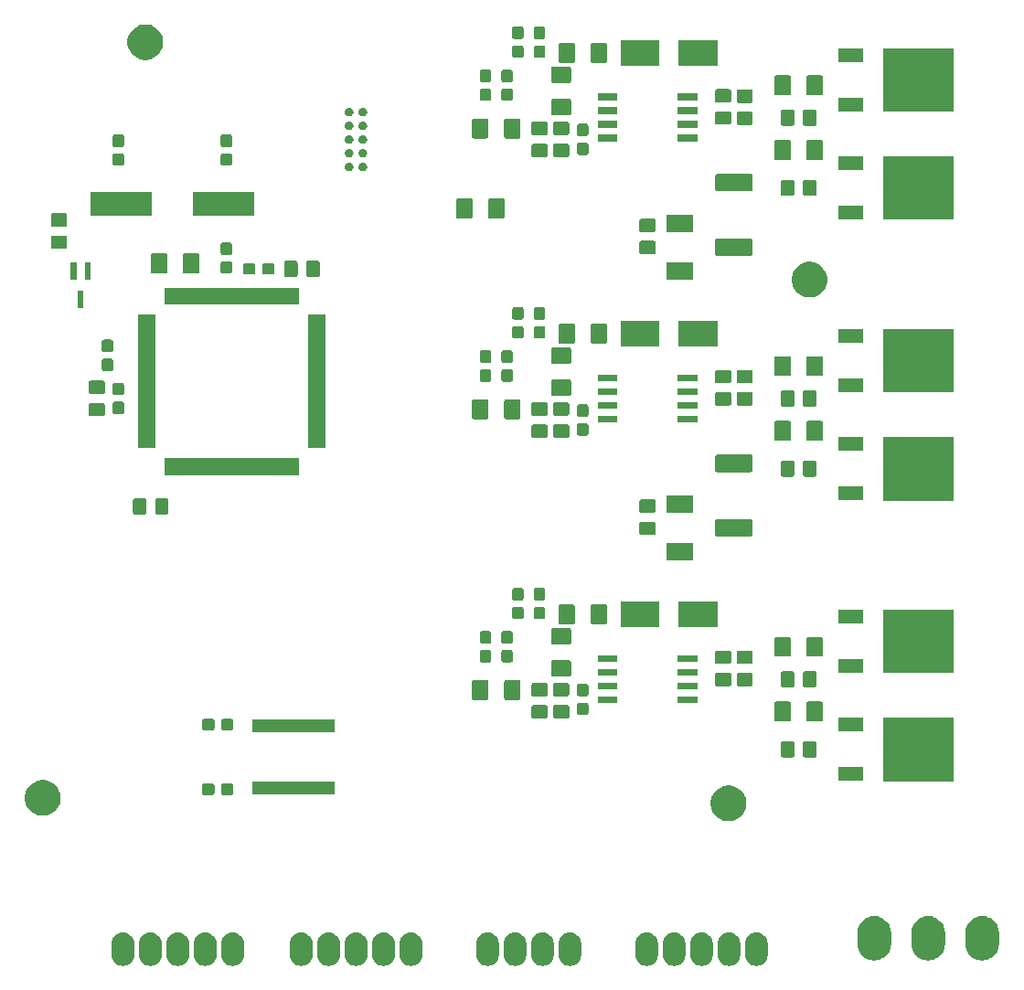
<source format=gbr>
G04 #@! TF.GenerationSoftware,KiCad,Pcbnew,5.0.2+dfsg1-1~bpo9+1*
G04 #@! TF.CreationDate,2019-06-05T17:15:04-04:00*
G04 #@! TF.ProjectId,SCARAMotorFeedbackController,53434152-414d-46f7-946f-724665656462,rev?*
G04 #@! TF.SameCoordinates,Original*
G04 #@! TF.FileFunction,Soldermask,Top*
G04 #@! TF.FilePolarity,Negative*
%FSLAX46Y46*%
G04 Gerber Fmt 4.6, Leading zero omitted, Abs format (unit mm)*
G04 Created by KiCad (PCBNEW 5.0.2+dfsg1-1~bpo9+1) date Wed 05 Jun 2019 05:15:04 PM EDT*
%MOMM*%
%LPD*%
G01*
G04 APERTURE LIST*
%ADD10C,0.100000*%
G04 APERTURE END LIST*
D10*
G36*
X22786032Y5035793D02*
X22984146Y4975695D01*
X23166729Y4878103D01*
X23326765Y4746765D01*
X23458103Y4586729D01*
X23555695Y4404146D01*
X23615793Y4206032D01*
X23631000Y4051630D01*
X23631000Y2948370D01*
X23615793Y2793968D01*
X23555695Y2595854D01*
X23458103Y2413271D01*
X23458101Y2413269D01*
X23326768Y2253238D01*
X23326766Y2253237D01*
X23326765Y2253235D01*
X23166729Y2121897D01*
X22984145Y2024305D01*
X22786031Y1964207D01*
X22580000Y1943915D01*
X22373968Y1964207D01*
X22175854Y2024305D01*
X21993271Y2121897D01*
X21929257Y2174432D01*
X21833238Y2253232D01*
X21833237Y2253234D01*
X21833235Y2253235D01*
X21701897Y2413271D01*
X21604305Y2595855D01*
X21544207Y2793969D01*
X21529000Y2948371D01*
X21529000Y4051631D01*
X21544207Y4206028D01*
X21604306Y4404148D01*
X21701899Y4586731D01*
X21833236Y4746765D01*
X21993270Y4878101D01*
X21993272Y4878103D01*
X22175855Y4975695D01*
X22373969Y5035793D01*
X22580000Y5056085D01*
X22786032Y5035793D01*
X22786032Y5035793D01*
G37*
G36*
X39286032Y5035793D02*
X39484146Y4975695D01*
X39666729Y4878103D01*
X39826765Y4746765D01*
X39958103Y4586729D01*
X40055695Y4404146D01*
X40115793Y4206032D01*
X40131000Y4051630D01*
X40131000Y2948370D01*
X40115793Y2793968D01*
X40055695Y2595854D01*
X39958103Y2413271D01*
X39958101Y2413269D01*
X39826768Y2253238D01*
X39826766Y2253237D01*
X39826765Y2253235D01*
X39666729Y2121897D01*
X39484145Y2024305D01*
X39286031Y1964207D01*
X39080000Y1943915D01*
X38873968Y1964207D01*
X38675854Y2024305D01*
X38493271Y2121897D01*
X38429257Y2174432D01*
X38333238Y2253232D01*
X38333237Y2253234D01*
X38333235Y2253235D01*
X38201897Y2413271D01*
X38104305Y2595855D01*
X38044207Y2793969D01*
X38029000Y2948371D01*
X38029000Y4051631D01*
X38044207Y4206028D01*
X38104306Y4404148D01*
X38201899Y4586731D01*
X38333236Y4746765D01*
X38493270Y4878101D01*
X38493272Y4878103D01*
X38675855Y4975695D01*
X38873969Y5035793D01*
X39080000Y5056085D01*
X39286032Y5035793D01*
X39286032Y5035793D01*
G37*
G36*
X63666032Y5035793D02*
X63864146Y4975695D01*
X64046729Y4878103D01*
X64206765Y4746765D01*
X64338103Y4586729D01*
X64435695Y4404146D01*
X64495793Y4206032D01*
X64511000Y4051630D01*
X64511000Y2948370D01*
X64495793Y2793968D01*
X64435695Y2595854D01*
X64338103Y2413271D01*
X64338101Y2413269D01*
X64206768Y2253238D01*
X64206766Y2253237D01*
X64206765Y2253235D01*
X64046729Y2121897D01*
X63864145Y2024305D01*
X63666031Y1964207D01*
X63460000Y1943915D01*
X63253968Y1964207D01*
X63055854Y2024305D01*
X62873271Y2121897D01*
X62809257Y2174432D01*
X62713238Y2253232D01*
X62713237Y2253234D01*
X62713235Y2253235D01*
X62581897Y2413271D01*
X62484305Y2595855D01*
X62424207Y2793969D01*
X62409000Y2948371D01*
X62409000Y4051631D01*
X62424207Y4206028D01*
X62484306Y4404148D01*
X62581899Y4586731D01*
X62713236Y4746765D01*
X62873270Y4878101D01*
X62873272Y4878103D01*
X63055855Y4975695D01*
X63253969Y5035793D01*
X63460000Y5056085D01*
X63666032Y5035793D01*
X63666032Y5035793D01*
G37*
G36*
X61126032Y5035793D02*
X61324146Y4975695D01*
X61506729Y4878103D01*
X61666765Y4746765D01*
X61798103Y4586729D01*
X61895695Y4404146D01*
X61955793Y4206032D01*
X61971000Y4051630D01*
X61971000Y2948370D01*
X61955793Y2793968D01*
X61895695Y2595854D01*
X61798103Y2413271D01*
X61798101Y2413269D01*
X61666768Y2253238D01*
X61666766Y2253237D01*
X61666765Y2253235D01*
X61506729Y2121897D01*
X61324145Y2024305D01*
X61126031Y1964207D01*
X60920000Y1943915D01*
X60713968Y1964207D01*
X60515854Y2024305D01*
X60333271Y2121897D01*
X60269257Y2174432D01*
X60173238Y2253232D01*
X60173237Y2253234D01*
X60173235Y2253235D01*
X60041897Y2413271D01*
X59944305Y2595855D01*
X59884207Y2793969D01*
X59869000Y2948371D01*
X59869000Y4051631D01*
X59884207Y4206028D01*
X59944306Y4404148D01*
X60041899Y4586731D01*
X60173236Y4746765D01*
X60333270Y4878101D01*
X60333272Y4878103D01*
X60515855Y4975695D01*
X60713969Y5035793D01*
X60920000Y5056085D01*
X61126032Y5035793D01*
X61126032Y5035793D01*
G37*
G36*
X54016032Y5035793D02*
X54214146Y4975695D01*
X54396729Y4878103D01*
X54556765Y4746765D01*
X54688103Y4586729D01*
X54785695Y4404146D01*
X54845793Y4206032D01*
X54861000Y4051630D01*
X54861000Y2948370D01*
X54845793Y2793968D01*
X54785695Y2595854D01*
X54688103Y2413271D01*
X54688101Y2413269D01*
X54556768Y2253238D01*
X54556766Y2253237D01*
X54556765Y2253235D01*
X54396729Y2121897D01*
X54214145Y2024305D01*
X54016031Y1964207D01*
X53810000Y1943915D01*
X53603968Y1964207D01*
X53405854Y2024305D01*
X53223271Y2121897D01*
X53159257Y2174432D01*
X53063238Y2253232D01*
X53063237Y2253234D01*
X53063235Y2253235D01*
X52931897Y2413271D01*
X52834305Y2595855D01*
X52774207Y2793969D01*
X52759000Y2948371D01*
X52759000Y4051631D01*
X52774207Y4206028D01*
X52834306Y4404148D01*
X52931899Y4586731D01*
X53063236Y4746765D01*
X53223270Y4878101D01*
X53223272Y4878103D01*
X53405855Y4975695D01*
X53603969Y5035793D01*
X53810000Y5056085D01*
X54016032Y5035793D01*
X54016032Y5035793D01*
G37*
G36*
X51476032Y5035793D02*
X51674146Y4975695D01*
X51856729Y4878103D01*
X52016765Y4746765D01*
X52148103Y4586729D01*
X52245695Y4404146D01*
X52305793Y4206032D01*
X52321000Y4051630D01*
X52321000Y2948370D01*
X52305793Y2793968D01*
X52245695Y2595854D01*
X52148103Y2413271D01*
X52148101Y2413269D01*
X52016768Y2253238D01*
X52016766Y2253237D01*
X52016765Y2253235D01*
X51856729Y2121897D01*
X51674145Y2024305D01*
X51476031Y1964207D01*
X51270000Y1943915D01*
X51063968Y1964207D01*
X50865854Y2024305D01*
X50683271Y2121897D01*
X50619257Y2174432D01*
X50523238Y2253232D01*
X50523237Y2253234D01*
X50523235Y2253235D01*
X50391897Y2413271D01*
X50294305Y2595855D01*
X50234207Y2793969D01*
X50219000Y2948371D01*
X50219000Y4051631D01*
X50234207Y4206028D01*
X50294306Y4404148D01*
X50391899Y4586731D01*
X50523236Y4746765D01*
X50683270Y4878101D01*
X50683272Y4878103D01*
X50865855Y4975695D01*
X51063969Y5035793D01*
X51270000Y5056085D01*
X51476032Y5035793D01*
X51476032Y5035793D01*
G37*
G36*
X48936032Y5035793D02*
X49134146Y4975695D01*
X49316729Y4878103D01*
X49476765Y4746765D01*
X49608103Y4586729D01*
X49705695Y4404146D01*
X49765793Y4206032D01*
X49781000Y4051630D01*
X49781000Y2948370D01*
X49765793Y2793968D01*
X49705695Y2595854D01*
X49608103Y2413271D01*
X49608101Y2413269D01*
X49476768Y2253238D01*
X49476766Y2253237D01*
X49476765Y2253235D01*
X49316729Y2121897D01*
X49134145Y2024305D01*
X48936031Y1964207D01*
X48730000Y1943915D01*
X48523968Y1964207D01*
X48325854Y2024305D01*
X48143271Y2121897D01*
X48079257Y2174432D01*
X47983238Y2253232D01*
X47983237Y2253234D01*
X47983235Y2253235D01*
X47851897Y2413271D01*
X47754305Y2595855D01*
X47694207Y2793969D01*
X47679000Y2948371D01*
X47679000Y4051631D01*
X47694207Y4206028D01*
X47754306Y4404148D01*
X47851899Y4586731D01*
X47983236Y4746765D01*
X48143270Y4878101D01*
X48143272Y4878103D01*
X48325855Y4975695D01*
X48523969Y5035793D01*
X48730000Y5056085D01*
X48936032Y5035793D01*
X48936032Y5035793D01*
G37*
G36*
X46396032Y5035793D02*
X46594146Y4975695D01*
X46776729Y4878103D01*
X46936765Y4746765D01*
X47068103Y4586729D01*
X47165695Y4404146D01*
X47225793Y4206032D01*
X47241000Y4051630D01*
X47241000Y2948370D01*
X47225793Y2793968D01*
X47165695Y2595854D01*
X47068103Y2413271D01*
X47068101Y2413269D01*
X46936768Y2253238D01*
X46936766Y2253237D01*
X46936765Y2253235D01*
X46776729Y2121897D01*
X46594145Y2024305D01*
X46396031Y1964207D01*
X46190000Y1943915D01*
X45983968Y1964207D01*
X45785854Y2024305D01*
X45603271Y2121897D01*
X45539257Y2174432D01*
X45443238Y2253232D01*
X45443237Y2253234D01*
X45443235Y2253235D01*
X45311897Y2413271D01*
X45214305Y2595855D01*
X45154207Y2793969D01*
X45139000Y2948371D01*
X45139000Y4051631D01*
X45154207Y4206028D01*
X45214306Y4404148D01*
X45311899Y4586731D01*
X45443236Y4746765D01*
X45603270Y4878101D01*
X45603272Y4878103D01*
X45785855Y4975695D01*
X45983969Y5035793D01*
X46190000Y5056085D01*
X46396032Y5035793D01*
X46396032Y5035793D01*
G37*
G36*
X66206032Y5035793D02*
X66404146Y4975695D01*
X66586729Y4878103D01*
X66746765Y4746765D01*
X66878103Y4586729D01*
X66975695Y4404146D01*
X67035793Y4206032D01*
X67051000Y4051630D01*
X67051000Y2948370D01*
X67035793Y2793968D01*
X66975695Y2595854D01*
X66878103Y2413271D01*
X66878101Y2413269D01*
X66746768Y2253238D01*
X66746766Y2253237D01*
X66746765Y2253235D01*
X66586729Y2121897D01*
X66404145Y2024305D01*
X66206031Y1964207D01*
X66000000Y1943915D01*
X65793968Y1964207D01*
X65595854Y2024305D01*
X65413271Y2121897D01*
X65349257Y2174432D01*
X65253238Y2253232D01*
X65253237Y2253234D01*
X65253235Y2253235D01*
X65121897Y2413271D01*
X65024305Y2595855D01*
X64964207Y2793969D01*
X64949000Y2948371D01*
X64949000Y4051631D01*
X64964207Y4206028D01*
X65024306Y4404148D01*
X65121899Y4586731D01*
X65253236Y4746765D01*
X65413270Y4878101D01*
X65413272Y4878103D01*
X65595855Y4975695D01*
X65793969Y5035793D01*
X66000000Y5056085D01*
X66206032Y5035793D01*
X66206032Y5035793D01*
G37*
G36*
X68746032Y5035793D02*
X68944146Y4975695D01*
X69126729Y4878103D01*
X69286765Y4746765D01*
X69418103Y4586729D01*
X69515695Y4404146D01*
X69575793Y4206032D01*
X69591000Y4051630D01*
X69591000Y2948370D01*
X69575793Y2793968D01*
X69515695Y2595854D01*
X69418103Y2413271D01*
X69418101Y2413269D01*
X69286768Y2253238D01*
X69286766Y2253237D01*
X69286765Y2253235D01*
X69126729Y2121897D01*
X68944145Y2024305D01*
X68746031Y1964207D01*
X68540000Y1943915D01*
X68333968Y1964207D01*
X68135854Y2024305D01*
X67953271Y2121897D01*
X67889257Y2174432D01*
X67793238Y2253232D01*
X67793237Y2253234D01*
X67793235Y2253235D01*
X67661897Y2413271D01*
X67564305Y2595855D01*
X67504207Y2793969D01*
X67489000Y2948371D01*
X67489000Y4051631D01*
X67504207Y4206028D01*
X67564306Y4404148D01*
X67661899Y4586731D01*
X67793236Y4746765D01*
X67953270Y4878101D01*
X67953272Y4878103D01*
X68135855Y4975695D01*
X68333969Y5035793D01*
X68540000Y5056085D01*
X68746032Y5035793D01*
X68746032Y5035793D01*
G37*
G36*
X15166032Y5035793D02*
X15364146Y4975695D01*
X15546729Y4878103D01*
X15706765Y4746765D01*
X15838103Y4586729D01*
X15935695Y4404146D01*
X15995793Y4206032D01*
X16011000Y4051630D01*
X16011000Y2948370D01*
X15995793Y2793968D01*
X15935695Y2595854D01*
X15838103Y2413271D01*
X15838101Y2413269D01*
X15706768Y2253238D01*
X15706766Y2253237D01*
X15706765Y2253235D01*
X15546729Y2121897D01*
X15364145Y2024305D01*
X15166031Y1964207D01*
X14960000Y1943915D01*
X14753968Y1964207D01*
X14555854Y2024305D01*
X14373271Y2121897D01*
X14309257Y2174432D01*
X14213238Y2253232D01*
X14213237Y2253234D01*
X14213235Y2253235D01*
X14081897Y2413271D01*
X13984305Y2595855D01*
X13924207Y2793969D01*
X13909000Y2948371D01*
X13909000Y4051631D01*
X13924207Y4206028D01*
X13984306Y4404148D01*
X14081899Y4586731D01*
X14213236Y4746765D01*
X14373270Y4878101D01*
X14373272Y4878103D01*
X14555855Y4975695D01*
X14753969Y5035793D01*
X14960000Y5056085D01*
X15166032Y5035793D01*
X15166032Y5035793D01*
G37*
G36*
X71286032Y5035793D02*
X71484146Y4975695D01*
X71666729Y4878103D01*
X71826765Y4746765D01*
X71958103Y4586729D01*
X72055695Y4404146D01*
X72115793Y4206032D01*
X72131000Y4051630D01*
X72131000Y2948370D01*
X72115793Y2793968D01*
X72055695Y2595854D01*
X71958103Y2413271D01*
X71958101Y2413269D01*
X71826768Y2253238D01*
X71826766Y2253237D01*
X71826765Y2253235D01*
X71666729Y2121897D01*
X71484145Y2024305D01*
X71286031Y1964207D01*
X71080000Y1943915D01*
X70873968Y1964207D01*
X70675854Y2024305D01*
X70493271Y2121897D01*
X70429257Y2174432D01*
X70333238Y2253232D01*
X70333237Y2253234D01*
X70333235Y2253235D01*
X70201897Y2413271D01*
X70104305Y2595855D01*
X70044207Y2793969D01*
X70029000Y2948371D01*
X70029000Y4051631D01*
X70044207Y4206028D01*
X70104306Y4404148D01*
X70201899Y4586731D01*
X70333236Y4746765D01*
X70493270Y4878101D01*
X70493272Y4878103D01*
X70675855Y4975695D01*
X70873969Y5035793D01*
X71080000Y5056085D01*
X71286032Y5035793D01*
X71286032Y5035793D01*
G37*
G36*
X20246032Y5035793D02*
X20444146Y4975695D01*
X20626729Y4878103D01*
X20786765Y4746765D01*
X20918103Y4586729D01*
X21015695Y4404146D01*
X21075793Y4206032D01*
X21091000Y4051630D01*
X21091000Y2948370D01*
X21075793Y2793968D01*
X21015695Y2595854D01*
X20918103Y2413271D01*
X20918101Y2413269D01*
X20786768Y2253238D01*
X20786766Y2253237D01*
X20786765Y2253235D01*
X20626729Y2121897D01*
X20444145Y2024305D01*
X20246031Y1964207D01*
X20040000Y1943915D01*
X19833968Y1964207D01*
X19635854Y2024305D01*
X19453271Y2121897D01*
X19389257Y2174432D01*
X19293238Y2253232D01*
X19293237Y2253234D01*
X19293235Y2253235D01*
X19161897Y2413271D01*
X19064305Y2595855D01*
X19004207Y2793969D01*
X18989000Y2948371D01*
X18989000Y4051631D01*
X19004207Y4206028D01*
X19064306Y4404148D01*
X19161899Y4586731D01*
X19293236Y4746765D01*
X19453270Y4878101D01*
X19453272Y4878103D01*
X19635855Y4975695D01*
X19833969Y5035793D01*
X20040000Y5056085D01*
X20246032Y5035793D01*
X20246032Y5035793D01*
G37*
G36*
X17706032Y5035793D02*
X17904146Y4975695D01*
X18086729Y4878103D01*
X18246765Y4746765D01*
X18378103Y4586729D01*
X18475695Y4404146D01*
X18535793Y4206032D01*
X18551000Y4051630D01*
X18551000Y2948370D01*
X18535793Y2793968D01*
X18475695Y2595854D01*
X18378103Y2413271D01*
X18378101Y2413269D01*
X18246768Y2253238D01*
X18246766Y2253237D01*
X18246765Y2253235D01*
X18086729Y2121897D01*
X17904145Y2024305D01*
X17706031Y1964207D01*
X17500000Y1943915D01*
X17293968Y1964207D01*
X17095854Y2024305D01*
X16913271Y2121897D01*
X16849257Y2174432D01*
X16753238Y2253232D01*
X16753237Y2253234D01*
X16753235Y2253235D01*
X16621897Y2413271D01*
X16524305Y2595855D01*
X16464207Y2793969D01*
X16449000Y2948371D01*
X16449000Y4051631D01*
X16464207Y4206028D01*
X16524306Y4404148D01*
X16621899Y4586731D01*
X16753236Y4746765D01*
X16913270Y4878101D01*
X16913272Y4878103D01*
X17095855Y4975695D01*
X17293969Y5035793D01*
X17500000Y5056085D01*
X17706032Y5035793D01*
X17706032Y5035793D01*
G37*
G36*
X12626032Y5035793D02*
X12824146Y4975695D01*
X13006729Y4878103D01*
X13166765Y4746765D01*
X13298103Y4586729D01*
X13395695Y4404146D01*
X13455793Y4206032D01*
X13471000Y4051630D01*
X13471000Y2948370D01*
X13455793Y2793968D01*
X13395695Y2595854D01*
X13298103Y2413271D01*
X13298101Y2413269D01*
X13166768Y2253238D01*
X13166766Y2253237D01*
X13166765Y2253235D01*
X13006729Y2121897D01*
X12824145Y2024305D01*
X12626031Y1964207D01*
X12420000Y1943915D01*
X12213968Y1964207D01*
X12015854Y2024305D01*
X11833271Y2121897D01*
X11769257Y2174432D01*
X11673238Y2253232D01*
X11673237Y2253234D01*
X11673235Y2253235D01*
X11541897Y2413271D01*
X11444305Y2595855D01*
X11384207Y2793969D01*
X11369000Y2948371D01*
X11369000Y4051631D01*
X11384207Y4206028D01*
X11444306Y4404148D01*
X11541899Y4586731D01*
X11673236Y4746765D01*
X11833270Y4878101D01*
X11833272Y4878103D01*
X12015855Y4975695D01*
X12213969Y5035793D01*
X12420000Y5056085D01*
X12626032Y5035793D01*
X12626032Y5035793D01*
G37*
G36*
X31666032Y5035793D02*
X31864146Y4975695D01*
X32046729Y4878103D01*
X32206765Y4746765D01*
X32338103Y4586729D01*
X32435695Y4404146D01*
X32495793Y4206032D01*
X32511000Y4051630D01*
X32511000Y2948370D01*
X32495793Y2793968D01*
X32435695Y2595854D01*
X32338103Y2413271D01*
X32338101Y2413269D01*
X32206768Y2253238D01*
X32206766Y2253237D01*
X32206765Y2253235D01*
X32046729Y2121897D01*
X31864145Y2024305D01*
X31666031Y1964207D01*
X31460000Y1943915D01*
X31253968Y1964207D01*
X31055854Y2024305D01*
X30873271Y2121897D01*
X30809257Y2174432D01*
X30713238Y2253232D01*
X30713237Y2253234D01*
X30713235Y2253235D01*
X30581897Y2413271D01*
X30484305Y2595855D01*
X30424207Y2793969D01*
X30409000Y2948371D01*
X30409000Y4051631D01*
X30424207Y4206028D01*
X30484306Y4404148D01*
X30581899Y4586731D01*
X30713236Y4746765D01*
X30873270Y4878101D01*
X30873272Y4878103D01*
X31055855Y4975695D01*
X31253969Y5035793D01*
X31460000Y5056085D01*
X31666032Y5035793D01*
X31666032Y5035793D01*
G37*
G36*
X29126032Y5035793D02*
X29324146Y4975695D01*
X29506729Y4878103D01*
X29666765Y4746765D01*
X29798103Y4586729D01*
X29895695Y4404146D01*
X29955793Y4206032D01*
X29971000Y4051630D01*
X29971000Y2948370D01*
X29955793Y2793968D01*
X29895695Y2595854D01*
X29798103Y2413271D01*
X29798101Y2413269D01*
X29666768Y2253238D01*
X29666766Y2253237D01*
X29666765Y2253235D01*
X29506729Y2121897D01*
X29324145Y2024305D01*
X29126031Y1964207D01*
X28920000Y1943915D01*
X28713968Y1964207D01*
X28515854Y2024305D01*
X28333271Y2121897D01*
X28269257Y2174432D01*
X28173238Y2253232D01*
X28173237Y2253234D01*
X28173235Y2253235D01*
X28041897Y2413271D01*
X27944305Y2595855D01*
X27884207Y2793969D01*
X27869000Y2948371D01*
X27869000Y4051631D01*
X27884207Y4206028D01*
X27944306Y4404148D01*
X28041899Y4586731D01*
X28173236Y4746765D01*
X28333270Y4878101D01*
X28333272Y4878103D01*
X28515855Y4975695D01*
X28713969Y5035793D01*
X28920000Y5056085D01*
X29126032Y5035793D01*
X29126032Y5035793D01*
G37*
G36*
X36746032Y5035793D02*
X36944146Y4975695D01*
X37126729Y4878103D01*
X37286765Y4746765D01*
X37418103Y4586729D01*
X37515695Y4404146D01*
X37575793Y4206032D01*
X37591000Y4051630D01*
X37591000Y2948370D01*
X37575793Y2793968D01*
X37515695Y2595854D01*
X37418103Y2413271D01*
X37418101Y2413269D01*
X37286768Y2253238D01*
X37286766Y2253237D01*
X37286765Y2253235D01*
X37126729Y2121897D01*
X36944145Y2024305D01*
X36746031Y1964207D01*
X36540000Y1943915D01*
X36333968Y1964207D01*
X36135854Y2024305D01*
X35953271Y2121897D01*
X35889257Y2174432D01*
X35793238Y2253232D01*
X35793237Y2253234D01*
X35793235Y2253235D01*
X35661897Y2413271D01*
X35564305Y2595855D01*
X35504207Y2793969D01*
X35489000Y2948371D01*
X35489000Y4051631D01*
X35504207Y4206028D01*
X35564306Y4404148D01*
X35661899Y4586731D01*
X35793236Y4746765D01*
X35953270Y4878101D01*
X35953272Y4878103D01*
X36135855Y4975695D01*
X36333969Y5035793D01*
X36540000Y5056085D01*
X36746032Y5035793D01*
X36746032Y5035793D01*
G37*
G36*
X34206032Y5035793D02*
X34404146Y4975695D01*
X34586729Y4878103D01*
X34746765Y4746765D01*
X34878103Y4586729D01*
X34975695Y4404146D01*
X35035793Y4206032D01*
X35051000Y4051630D01*
X35051000Y2948370D01*
X35035793Y2793968D01*
X34975695Y2595854D01*
X34878103Y2413271D01*
X34878101Y2413269D01*
X34746768Y2253238D01*
X34746766Y2253237D01*
X34746765Y2253235D01*
X34586729Y2121897D01*
X34404145Y2024305D01*
X34206031Y1964207D01*
X34000000Y1943915D01*
X33793968Y1964207D01*
X33595854Y2024305D01*
X33413271Y2121897D01*
X33349257Y2174432D01*
X33253238Y2253232D01*
X33253237Y2253234D01*
X33253235Y2253235D01*
X33121897Y2413271D01*
X33024305Y2595855D01*
X32964207Y2793969D01*
X32949000Y2948371D01*
X32949000Y4051631D01*
X32964207Y4206028D01*
X33024306Y4404148D01*
X33121899Y4586731D01*
X33253236Y4746765D01*
X33413270Y4878101D01*
X33413272Y4878103D01*
X33595855Y4975695D01*
X33793969Y5035793D01*
X34000000Y5056085D01*
X34206032Y5035793D01*
X34206032Y5035793D01*
G37*
G36*
X92304049Y6528558D02*
X92498959Y6469433D01*
X92596415Y6439870D01*
X92694690Y6387340D01*
X92865858Y6295849D01*
X93102029Y6102029D01*
X93295849Y5865858D01*
X93387340Y5694690D01*
X93439870Y5596415D01*
X93439870Y5596414D01*
X93528558Y5304049D01*
X93551000Y5076190D01*
X93551000Y3923810D01*
X93528558Y3695951D01*
X93469433Y3501041D01*
X93439870Y3403585D01*
X93387340Y3305310D01*
X93295849Y3134142D01*
X93295847Y3134140D01*
X93102032Y2897974D01*
X93102030Y2897973D01*
X93102029Y2897971D01*
X92865857Y2704151D01*
X92731135Y2632140D01*
X92596414Y2560130D01*
X92498958Y2530567D01*
X92304048Y2471442D01*
X92000000Y2441496D01*
X91695951Y2471442D01*
X91501041Y2530567D01*
X91403585Y2560130D01*
X91305310Y2612660D01*
X91134142Y2704151D01*
X91024693Y2793973D01*
X90897974Y2897968D01*
X90897973Y2897970D01*
X90897971Y2897971D01*
X90704151Y3134143D01*
X90560131Y3403585D01*
X90560130Y3403586D01*
X90530567Y3501042D01*
X90471442Y3695952D01*
X90449000Y3923811D01*
X90449000Y5076190D01*
X90471442Y5304049D01*
X90560130Y5596414D01*
X90560130Y5596415D01*
X90612660Y5694690D01*
X90704151Y5865858D01*
X90897972Y6102029D01*
X91134143Y6295849D01*
X91305311Y6387340D01*
X91403586Y6439870D01*
X91501042Y6469433D01*
X91695952Y6528558D01*
X92000000Y6558504D01*
X92304049Y6528558D01*
X92304049Y6528558D01*
G37*
G36*
X87304049Y6528558D02*
X87498959Y6469433D01*
X87596415Y6439870D01*
X87694690Y6387340D01*
X87865858Y6295849D01*
X88102029Y6102029D01*
X88295849Y5865858D01*
X88387340Y5694690D01*
X88439870Y5596415D01*
X88439870Y5596414D01*
X88528558Y5304049D01*
X88551000Y5076190D01*
X88551000Y3923810D01*
X88528558Y3695951D01*
X88469433Y3501041D01*
X88439870Y3403585D01*
X88387340Y3305310D01*
X88295849Y3134142D01*
X88295847Y3134140D01*
X88102032Y2897974D01*
X88102030Y2897973D01*
X88102029Y2897971D01*
X87865857Y2704151D01*
X87731135Y2632140D01*
X87596414Y2560130D01*
X87498958Y2530567D01*
X87304048Y2471442D01*
X87000000Y2441496D01*
X86695951Y2471442D01*
X86501041Y2530567D01*
X86403585Y2560130D01*
X86305310Y2612660D01*
X86134142Y2704151D01*
X86024693Y2793973D01*
X85897974Y2897968D01*
X85897973Y2897970D01*
X85897971Y2897971D01*
X85704151Y3134143D01*
X85560131Y3403585D01*
X85560130Y3403586D01*
X85530567Y3501042D01*
X85471442Y3695952D01*
X85449000Y3923811D01*
X85449000Y5076190D01*
X85471442Y5304049D01*
X85560130Y5596414D01*
X85560130Y5596415D01*
X85612660Y5694690D01*
X85704151Y5865858D01*
X85897972Y6102029D01*
X86134143Y6295849D01*
X86305311Y6387340D01*
X86403586Y6439870D01*
X86501042Y6469433D01*
X86695952Y6528558D01*
X87000000Y6558504D01*
X87304049Y6528558D01*
X87304049Y6528558D01*
G37*
G36*
X82304049Y6528558D02*
X82498959Y6469433D01*
X82596415Y6439870D01*
X82694690Y6387340D01*
X82865858Y6295849D01*
X83102029Y6102029D01*
X83295849Y5865858D01*
X83387340Y5694690D01*
X83439870Y5596415D01*
X83439870Y5596414D01*
X83528558Y5304049D01*
X83551000Y5076190D01*
X83551000Y3923810D01*
X83528558Y3695951D01*
X83469433Y3501041D01*
X83439870Y3403585D01*
X83387340Y3305310D01*
X83295849Y3134142D01*
X83295847Y3134140D01*
X83102032Y2897974D01*
X83102030Y2897973D01*
X83102029Y2897971D01*
X82865857Y2704151D01*
X82731135Y2632140D01*
X82596414Y2560130D01*
X82498958Y2530567D01*
X82304048Y2471442D01*
X82000000Y2441496D01*
X81695951Y2471442D01*
X81501041Y2530567D01*
X81403585Y2560130D01*
X81305310Y2612660D01*
X81134142Y2704151D01*
X81024693Y2793973D01*
X80897974Y2897968D01*
X80897973Y2897970D01*
X80897971Y2897971D01*
X80704151Y3134143D01*
X80560131Y3403585D01*
X80560130Y3403586D01*
X80530567Y3501042D01*
X80471442Y3695952D01*
X80449000Y3923811D01*
X80449000Y5076190D01*
X80471442Y5304049D01*
X80560130Y5596414D01*
X80560130Y5596415D01*
X80612660Y5694690D01*
X80704151Y5865858D01*
X80897972Y6102029D01*
X81134143Y6295849D01*
X81305311Y6387340D01*
X81403586Y6439870D01*
X81501042Y6469433D01*
X81695952Y6528558D01*
X82000000Y6558504D01*
X82304049Y6528558D01*
X82304049Y6528558D01*
G37*
G36*
X68875256Y18608702D02*
X68981579Y18587553D01*
X69282042Y18463097D01*
X69548852Y18284820D01*
X69552454Y18282413D01*
X69782413Y18052454D01*
X69782415Y18052451D01*
X69957901Y17789819D01*
X69963098Y17782040D01*
X70087553Y17481578D01*
X70151000Y17162611D01*
X70151000Y16837389D01*
X70108702Y16624744D01*
X70087553Y16518421D01*
X69963097Y16217958D01*
X69842119Y16036902D01*
X69782413Y15947546D01*
X69552454Y15717587D01*
X69552451Y15717585D01*
X69282042Y15536903D01*
X68981579Y15412447D01*
X68875256Y15391298D01*
X68662611Y15349000D01*
X68337389Y15349000D01*
X68124744Y15391298D01*
X68018421Y15412447D01*
X67717958Y15536903D01*
X67447549Y15717585D01*
X67447546Y15717587D01*
X67217587Y15947546D01*
X67157881Y16036902D01*
X67036903Y16217958D01*
X66912447Y16518421D01*
X66891298Y16624744D01*
X66849000Y16837389D01*
X66849000Y17162611D01*
X66912447Y17481578D01*
X67036902Y17782040D01*
X67042100Y17789819D01*
X67217585Y18052451D01*
X67217587Y18052454D01*
X67447546Y18282413D01*
X67451148Y18284820D01*
X67717958Y18463097D01*
X68018421Y18587553D01*
X68124744Y18608702D01*
X68337389Y18651000D01*
X68662611Y18651000D01*
X68875256Y18608702D01*
X68875256Y18608702D01*
G37*
G36*
X5375256Y19108702D02*
X5481579Y19087553D01*
X5782042Y18963097D01*
X5993874Y18821555D01*
X6052454Y18782413D01*
X6282413Y18552454D01*
X6282415Y18552451D01*
X6463097Y18282042D01*
X6585850Y17985691D01*
X6587553Y17981578D01*
X6651000Y17662611D01*
X6651000Y17337389D01*
X6587553Y17018422D01*
X6463098Y16717960D01*
X6282413Y16447546D01*
X6052454Y16217587D01*
X6052451Y16217585D01*
X5782042Y16036903D01*
X5481579Y15912447D01*
X5375256Y15891298D01*
X5162611Y15849000D01*
X4837389Y15849000D01*
X4624744Y15891298D01*
X4518421Y15912447D01*
X4217958Y16036903D01*
X3947549Y16217585D01*
X3947546Y16217587D01*
X3717587Y16447546D01*
X3536902Y16717960D01*
X3412447Y17018422D01*
X3349000Y17337389D01*
X3349000Y17662611D01*
X3412447Y17981578D01*
X3414151Y17985691D01*
X3536903Y18282042D01*
X3717585Y18552451D01*
X3717587Y18552454D01*
X3947546Y18782413D01*
X4006126Y18821555D01*
X4217958Y18963097D01*
X4518421Y19087553D01*
X4624744Y19108702D01*
X4837389Y19151000D01*
X5162611Y19151000D01*
X5375256Y19108702D01*
X5375256Y19108702D01*
G37*
G36*
X22489499Y18821555D02*
X22526993Y18810181D01*
X22561557Y18791706D01*
X22591847Y18766847D01*
X22616706Y18736557D01*
X22635181Y18701993D01*
X22646555Y18664499D01*
X22651000Y18619362D01*
X22651000Y17980638D01*
X22646555Y17935501D01*
X22635181Y17898007D01*
X22616706Y17863443D01*
X22591847Y17833153D01*
X22561557Y17808294D01*
X22526993Y17789819D01*
X22489499Y17778445D01*
X22444362Y17774000D01*
X21705638Y17774000D01*
X21660501Y17778445D01*
X21623007Y17789819D01*
X21588443Y17808294D01*
X21558153Y17833153D01*
X21533294Y17863443D01*
X21514819Y17898007D01*
X21503445Y17935501D01*
X21499000Y17980638D01*
X21499000Y18619362D01*
X21503445Y18664499D01*
X21514819Y18701993D01*
X21533294Y18736557D01*
X21558153Y18766847D01*
X21588443Y18791706D01*
X21623007Y18810181D01*
X21660501Y18821555D01*
X21705638Y18826000D01*
X22444362Y18826000D01*
X22489499Y18821555D01*
X22489499Y18821555D01*
G37*
G36*
X20739499Y18821555D02*
X20776993Y18810181D01*
X20811557Y18791706D01*
X20841847Y18766847D01*
X20866706Y18736557D01*
X20885181Y18701993D01*
X20896555Y18664499D01*
X20901000Y18619362D01*
X20901000Y17980638D01*
X20896555Y17935501D01*
X20885181Y17898007D01*
X20866706Y17863443D01*
X20841847Y17833153D01*
X20811557Y17808294D01*
X20776993Y17789819D01*
X20739499Y17778445D01*
X20694362Y17774000D01*
X19955638Y17774000D01*
X19910501Y17778445D01*
X19873007Y17789819D01*
X19838443Y17808294D01*
X19808153Y17833153D01*
X19783294Y17863443D01*
X19764819Y17898007D01*
X19753445Y17935501D01*
X19749000Y17980638D01*
X19749000Y18619362D01*
X19753445Y18664499D01*
X19764819Y18701993D01*
X19783294Y18736557D01*
X19808153Y18766847D01*
X19838443Y18791706D01*
X19873007Y18810181D01*
X19910501Y18821555D01*
X19955638Y18826000D01*
X20694362Y18826000D01*
X20739499Y18821555D01*
X20739499Y18821555D01*
G37*
G36*
X32026000Y17849000D02*
X24374000Y17849000D01*
X24374000Y19051000D01*
X32026000Y19051000D01*
X32026000Y17849000D01*
X32026000Y17849000D01*
G37*
G36*
X89351000Y19049000D02*
X82849000Y19049000D01*
X82849000Y24951000D01*
X89351000Y24951000D01*
X89351000Y19049000D01*
X89351000Y19049000D01*
G37*
G36*
X80951000Y19069000D02*
X78649000Y19069000D01*
X78649000Y20371000D01*
X80951000Y20371000D01*
X80951000Y19069000D01*
X80951000Y19069000D01*
G37*
G36*
X74438677Y22746535D02*
X74476364Y22735102D01*
X74511103Y22716534D01*
X74541548Y22691548D01*
X74566534Y22661103D01*
X74585102Y22626364D01*
X74596535Y22588677D01*
X74601000Y22543339D01*
X74601000Y21456661D01*
X74596535Y21411323D01*
X74585102Y21373636D01*
X74566534Y21338897D01*
X74541548Y21308452D01*
X74511103Y21283466D01*
X74476364Y21264898D01*
X74438677Y21253465D01*
X74393339Y21249000D01*
X73556661Y21249000D01*
X73511323Y21253465D01*
X73473636Y21264898D01*
X73438897Y21283466D01*
X73408452Y21308452D01*
X73383466Y21338897D01*
X73364898Y21373636D01*
X73353465Y21411323D01*
X73349000Y21456661D01*
X73349000Y22543339D01*
X73353465Y22588677D01*
X73364898Y22626364D01*
X73383466Y22661103D01*
X73408452Y22691548D01*
X73438897Y22716534D01*
X73473636Y22735102D01*
X73511323Y22746535D01*
X73556661Y22751000D01*
X74393339Y22751000D01*
X74438677Y22746535D01*
X74438677Y22746535D01*
G37*
G36*
X76488677Y22746535D02*
X76526364Y22735102D01*
X76561103Y22716534D01*
X76591548Y22691548D01*
X76616534Y22661103D01*
X76635102Y22626364D01*
X76646535Y22588677D01*
X76651000Y22543339D01*
X76651000Y21456661D01*
X76646535Y21411323D01*
X76635102Y21373636D01*
X76616534Y21338897D01*
X76591548Y21308452D01*
X76561103Y21283466D01*
X76526364Y21264898D01*
X76488677Y21253465D01*
X76443339Y21249000D01*
X75606661Y21249000D01*
X75561323Y21253465D01*
X75523636Y21264898D01*
X75488897Y21283466D01*
X75458452Y21308452D01*
X75433466Y21338897D01*
X75414898Y21373636D01*
X75403465Y21411323D01*
X75399000Y21456661D01*
X75399000Y22543339D01*
X75403465Y22588677D01*
X75414898Y22626364D01*
X75433466Y22661103D01*
X75458452Y22691548D01*
X75488897Y22716534D01*
X75523636Y22735102D01*
X75561323Y22746535D01*
X75606661Y22751000D01*
X76443339Y22751000D01*
X76488677Y22746535D01*
X76488677Y22746535D01*
G37*
G36*
X32026000Y23549000D02*
X24374000Y23549000D01*
X24374000Y24751000D01*
X32026000Y24751000D01*
X32026000Y23549000D01*
X32026000Y23549000D01*
G37*
G36*
X80951000Y23629000D02*
X78649000Y23629000D01*
X78649000Y24931000D01*
X80951000Y24931000D01*
X80951000Y23629000D01*
X80951000Y23629000D01*
G37*
G36*
X22489499Y24821555D02*
X22526993Y24810181D01*
X22561557Y24791706D01*
X22591847Y24766847D01*
X22616706Y24736557D01*
X22635181Y24701993D01*
X22646555Y24664499D01*
X22651000Y24619362D01*
X22651000Y23980638D01*
X22646555Y23935501D01*
X22635181Y23898007D01*
X22616706Y23863443D01*
X22591847Y23833153D01*
X22561557Y23808294D01*
X22526993Y23789819D01*
X22489499Y23778445D01*
X22444362Y23774000D01*
X21705638Y23774000D01*
X21660501Y23778445D01*
X21623007Y23789819D01*
X21588443Y23808294D01*
X21558153Y23833153D01*
X21533294Y23863443D01*
X21514819Y23898007D01*
X21503445Y23935501D01*
X21499000Y23980638D01*
X21499000Y24619362D01*
X21503445Y24664499D01*
X21514819Y24701993D01*
X21533294Y24736557D01*
X21558153Y24766847D01*
X21588443Y24791706D01*
X21623007Y24810181D01*
X21660501Y24821555D01*
X21705638Y24826000D01*
X22444362Y24826000D01*
X22489499Y24821555D01*
X22489499Y24821555D01*
G37*
G36*
X20739499Y24821555D02*
X20776993Y24810181D01*
X20811557Y24791706D01*
X20841847Y24766847D01*
X20866706Y24736557D01*
X20885181Y24701993D01*
X20896555Y24664499D01*
X20901000Y24619362D01*
X20901000Y23980638D01*
X20896555Y23935501D01*
X20885181Y23898007D01*
X20866706Y23863443D01*
X20841847Y23833153D01*
X20811557Y23808294D01*
X20776993Y23789819D01*
X20739499Y23778445D01*
X20694362Y23774000D01*
X19955638Y23774000D01*
X19910501Y23778445D01*
X19873007Y23789819D01*
X19838443Y23808294D01*
X19808153Y23833153D01*
X19783294Y23863443D01*
X19764819Y23898007D01*
X19753445Y23935501D01*
X19749000Y23980638D01*
X19749000Y24619362D01*
X19753445Y24664499D01*
X19764819Y24701993D01*
X19783294Y24736557D01*
X19808153Y24766847D01*
X19838443Y24791706D01*
X19873007Y24810181D01*
X19910501Y24821555D01*
X19955638Y24826000D01*
X20694362Y24826000D01*
X20739499Y24821555D01*
X20739499Y24821555D01*
G37*
G36*
X77100562Y26421819D02*
X77135477Y26411227D01*
X77167665Y26394022D01*
X77195873Y26370873D01*
X77219022Y26342665D01*
X77236227Y26310477D01*
X77246819Y26275562D01*
X77251000Y26233105D01*
X77251000Y24766895D01*
X77246819Y24724438D01*
X77236227Y24689523D01*
X77219022Y24657335D01*
X77195873Y24629127D01*
X77167665Y24605978D01*
X77135477Y24588773D01*
X77100562Y24578181D01*
X77058105Y24574000D01*
X75916895Y24574000D01*
X75874438Y24578181D01*
X75839523Y24588773D01*
X75807335Y24605978D01*
X75779127Y24629127D01*
X75755978Y24657335D01*
X75738773Y24689523D01*
X75728181Y24724438D01*
X75724000Y24766895D01*
X75724000Y26233105D01*
X75728181Y26275562D01*
X75738773Y26310477D01*
X75755978Y26342665D01*
X75779127Y26370873D01*
X75807335Y26394022D01*
X75839523Y26411227D01*
X75874438Y26421819D01*
X75916895Y26426000D01*
X77058105Y26426000D01*
X77100562Y26421819D01*
X77100562Y26421819D01*
G37*
G36*
X74125562Y26421819D02*
X74160477Y26411227D01*
X74192665Y26394022D01*
X74220873Y26370873D01*
X74244022Y26342665D01*
X74261227Y26310477D01*
X74271819Y26275562D01*
X74276000Y26233105D01*
X74276000Y24766895D01*
X74271819Y24724438D01*
X74261227Y24689523D01*
X74244022Y24657335D01*
X74220873Y24629127D01*
X74192665Y24605978D01*
X74160477Y24588773D01*
X74125562Y24578181D01*
X74083105Y24574000D01*
X72941895Y24574000D01*
X72899438Y24578181D01*
X72864523Y24588773D01*
X72832335Y24605978D01*
X72804127Y24629127D01*
X72780978Y24657335D01*
X72763773Y24689523D01*
X72753181Y24724438D01*
X72749000Y24766895D01*
X72749000Y26233105D01*
X72753181Y26275562D01*
X72763773Y26310477D01*
X72780978Y26342665D01*
X72804127Y26370873D01*
X72832335Y26394022D01*
X72864523Y26411227D01*
X72899438Y26421819D01*
X72941895Y26426000D01*
X74083105Y26426000D01*
X74125562Y26421819D01*
X74125562Y26421819D01*
G37*
G36*
X51588677Y26096535D02*
X51626364Y26085102D01*
X51661103Y26066534D01*
X51691548Y26041548D01*
X51716534Y26011103D01*
X51735102Y25976364D01*
X51746535Y25938677D01*
X51751000Y25893339D01*
X51751000Y25056661D01*
X51746535Y25011323D01*
X51735102Y24973636D01*
X51716534Y24938897D01*
X51691548Y24908452D01*
X51661103Y24883466D01*
X51626364Y24864898D01*
X51588677Y24853465D01*
X51543339Y24849000D01*
X50456661Y24849000D01*
X50411323Y24853465D01*
X50373636Y24864898D01*
X50338897Y24883466D01*
X50308452Y24908452D01*
X50283466Y24938897D01*
X50264898Y24973636D01*
X50253465Y25011323D01*
X50249000Y25056661D01*
X50249000Y25893339D01*
X50253465Y25938677D01*
X50264898Y25976364D01*
X50283466Y26011103D01*
X50308452Y26041548D01*
X50338897Y26066534D01*
X50373636Y26085102D01*
X50411323Y26096535D01*
X50456661Y26101000D01*
X51543339Y26101000D01*
X51588677Y26096535D01*
X51588677Y26096535D01*
G37*
G36*
X53588677Y26096535D02*
X53626364Y26085102D01*
X53661103Y26066534D01*
X53691548Y26041548D01*
X53716534Y26011103D01*
X53735102Y25976364D01*
X53746535Y25938677D01*
X53751000Y25893339D01*
X53751000Y25056661D01*
X53746535Y25011323D01*
X53735102Y24973636D01*
X53716534Y24938897D01*
X53691548Y24908452D01*
X53661103Y24883466D01*
X53626364Y24864898D01*
X53588677Y24853465D01*
X53543339Y24849000D01*
X52456661Y24849000D01*
X52411323Y24853465D01*
X52373636Y24864898D01*
X52338897Y24883466D01*
X52308452Y24908452D01*
X52283466Y24938897D01*
X52264898Y24973636D01*
X52253465Y25011323D01*
X52249000Y25056661D01*
X52249000Y25893339D01*
X52253465Y25938677D01*
X52264898Y25976364D01*
X52283466Y26011103D01*
X52308452Y26041548D01*
X52338897Y26066534D01*
X52373636Y26085102D01*
X52411323Y26096535D01*
X52456661Y26101000D01*
X53543339Y26101000D01*
X53588677Y26096535D01*
X53588677Y26096535D01*
G37*
G36*
X55364499Y26321555D02*
X55401993Y26310181D01*
X55436557Y26291706D01*
X55466847Y26266847D01*
X55491706Y26236557D01*
X55510181Y26201993D01*
X55521555Y26164499D01*
X55526000Y26119362D01*
X55526000Y25380638D01*
X55521555Y25335501D01*
X55510181Y25298007D01*
X55491706Y25263443D01*
X55466847Y25233153D01*
X55436557Y25208294D01*
X55401993Y25189819D01*
X55364499Y25178445D01*
X55319362Y25174000D01*
X54680638Y25174000D01*
X54635501Y25178445D01*
X54598007Y25189819D01*
X54563443Y25208294D01*
X54533153Y25233153D01*
X54508294Y25263443D01*
X54489819Y25298007D01*
X54478445Y25335501D01*
X54474000Y25380638D01*
X54474000Y26119362D01*
X54478445Y26164499D01*
X54489819Y26201993D01*
X54508294Y26236557D01*
X54533153Y26266847D01*
X54563443Y26291706D01*
X54598007Y26310181D01*
X54635501Y26321555D01*
X54680638Y26326000D01*
X55319362Y26326000D01*
X55364499Y26321555D01*
X55364499Y26321555D01*
G37*
G36*
X58226000Y26269000D02*
X56374000Y26269000D01*
X56374000Y26921000D01*
X58226000Y26921000D01*
X58226000Y26269000D01*
X58226000Y26269000D01*
G37*
G36*
X65626000Y26269000D02*
X63774000Y26269000D01*
X63774000Y26921000D01*
X65626000Y26921000D01*
X65626000Y26269000D01*
X65626000Y26269000D01*
G37*
G36*
X49100562Y28421819D02*
X49135477Y28411227D01*
X49167665Y28394022D01*
X49195873Y28370873D01*
X49219022Y28342665D01*
X49236227Y28310477D01*
X49246819Y28275562D01*
X49251000Y28233105D01*
X49251000Y26766895D01*
X49246819Y26724438D01*
X49236227Y26689523D01*
X49219022Y26657335D01*
X49195873Y26629127D01*
X49167665Y26605978D01*
X49135477Y26588773D01*
X49100562Y26578181D01*
X49058105Y26574000D01*
X47916895Y26574000D01*
X47874438Y26578181D01*
X47839523Y26588773D01*
X47807335Y26605978D01*
X47779127Y26629127D01*
X47755978Y26657335D01*
X47738773Y26689523D01*
X47728181Y26724438D01*
X47724000Y26766895D01*
X47724000Y28233105D01*
X47728181Y28275562D01*
X47738773Y28310477D01*
X47755978Y28342665D01*
X47779127Y28370873D01*
X47807335Y28394022D01*
X47839523Y28411227D01*
X47874438Y28421819D01*
X47916895Y28426000D01*
X49058105Y28426000D01*
X49100562Y28421819D01*
X49100562Y28421819D01*
G37*
G36*
X46125562Y28421819D02*
X46160477Y28411227D01*
X46192665Y28394022D01*
X46220873Y28370873D01*
X46244022Y28342665D01*
X46261227Y28310477D01*
X46271819Y28275562D01*
X46276000Y28233105D01*
X46276000Y26766895D01*
X46271819Y26724438D01*
X46261227Y26689523D01*
X46244022Y26657335D01*
X46220873Y26629127D01*
X46192665Y26605978D01*
X46160477Y26588773D01*
X46125562Y26578181D01*
X46083105Y26574000D01*
X44941895Y26574000D01*
X44899438Y26578181D01*
X44864523Y26588773D01*
X44832335Y26605978D01*
X44804127Y26629127D01*
X44780978Y26657335D01*
X44763773Y26689523D01*
X44753181Y26724438D01*
X44749000Y26766895D01*
X44749000Y28233105D01*
X44753181Y28275562D01*
X44763773Y28310477D01*
X44780978Y28342665D01*
X44804127Y28370873D01*
X44832335Y28394022D01*
X44864523Y28411227D01*
X44899438Y28421819D01*
X44941895Y28426000D01*
X46083105Y28426000D01*
X46125562Y28421819D01*
X46125562Y28421819D01*
G37*
G36*
X51588677Y28146535D02*
X51626364Y28135102D01*
X51661103Y28116534D01*
X51691548Y28091548D01*
X51716534Y28061103D01*
X51735102Y28026364D01*
X51746535Y27988677D01*
X51751000Y27943339D01*
X51751000Y27106661D01*
X51746535Y27061323D01*
X51735102Y27023636D01*
X51716534Y26988897D01*
X51691548Y26958452D01*
X51661103Y26933466D01*
X51626364Y26914898D01*
X51588677Y26903465D01*
X51543339Y26899000D01*
X50456661Y26899000D01*
X50411323Y26903465D01*
X50373636Y26914898D01*
X50338897Y26933466D01*
X50308452Y26958452D01*
X50283466Y26988897D01*
X50264898Y27023636D01*
X50253465Y27061323D01*
X50249000Y27106661D01*
X50249000Y27943339D01*
X50253465Y27988677D01*
X50264898Y28026364D01*
X50283466Y28061103D01*
X50308452Y28091548D01*
X50338897Y28116534D01*
X50373636Y28135102D01*
X50411323Y28146535D01*
X50456661Y28151000D01*
X51543339Y28151000D01*
X51588677Y28146535D01*
X51588677Y28146535D01*
G37*
G36*
X53588677Y28146535D02*
X53626364Y28135102D01*
X53661103Y28116534D01*
X53691548Y28091548D01*
X53716534Y28061103D01*
X53735102Y28026364D01*
X53746535Y27988677D01*
X53751000Y27943339D01*
X53751000Y27106661D01*
X53746535Y27061323D01*
X53735102Y27023636D01*
X53716534Y26988897D01*
X53691548Y26958452D01*
X53661103Y26933466D01*
X53626364Y26914898D01*
X53588677Y26903465D01*
X53543339Y26899000D01*
X52456661Y26899000D01*
X52411323Y26903465D01*
X52373636Y26914898D01*
X52338897Y26933466D01*
X52308452Y26958452D01*
X52283466Y26988897D01*
X52264898Y27023636D01*
X52253465Y27061323D01*
X52249000Y27106661D01*
X52249000Y27943339D01*
X52253465Y27988677D01*
X52264898Y28026364D01*
X52283466Y28061103D01*
X52308452Y28091548D01*
X52338897Y28116534D01*
X52373636Y28135102D01*
X52411323Y28146535D01*
X52456661Y28151000D01*
X53543339Y28151000D01*
X53588677Y28146535D01*
X53588677Y28146535D01*
G37*
G36*
X55364499Y28071555D02*
X55401993Y28060181D01*
X55436557Y28041706D01*
X55466847Y28016847D01*
X55491706Y27986557D01*
X55510181Y27951993D01*
X55521555Y27914499D01*
X55526000Y27869362D01*
X55526000Y27130638D01*
X55521555Y27085501D01*
X55510181Y27048007D01*
X55491706Y27013443D01*
X55466847Y26983153D01*
X55436557Y26958294D01*
X55401993Y26939819D01*
X55364499Y26928445D01*
X55319362Y26924000D01*
X54680638Y26924000D01*
X54635501Y26928445D01*
X54598007Y26939819D01*
X54563443Y26958294D01*
X54533153Y26983153D01*
X54508294Y27013443D01*
X54489819Y27048007D01*
X54478445Y27085501D01*
X54474000Y27130638D01*
X54474000Y27869362D01*
X54478445Y27914499D01*
X54489819Y27951993D01*
X54508294Y27986557D01*
X54533153Y28016847D01*
X54563443Y28041706D01*
X54598007Y28060181D01*
X54635501Y28071555D01*
X54680638Y28076000D01*
X55319362Y28076000D01*
X55364499Y28071555D01*
X55364499Y28071555D01*
G37*
G36*
X65626000Y27539000D02*
X63774000Y27539000D01*
X63774000Y28191000D01*
X65626000Y28191000D01*
X65626000Y27539000D01*
X65626000Y27539000D01*
G37*
G36*
X58226000Y27539000D02*
X56374000Y27539000D01*
X56374000Y28191000D01*
X58226000Y28191000D01*
X58226000Y27539000D01*
X58226000Y27539000D01*
G37*
G36*
X76488677Y29246535D02*
X76526364Y29235102D01*
X76561103Y29216534D01*
X76591548Y29191548D01*
X76616534Y29161103D01*
X76635102Y29126364D01*
X76646535Y29088677D01*
X76651000Y29043339D01*
X76651000Y27956661D01*
X76646535Y27911323D01*
X76635102Y27873636D01*
X76616534Y27838897D01*
X76591548Y27808452D01*
X76561103Y27783466D01*
X76526364Y27764898D01*
X76488677Y27753465D01*
X76443339Y27749000D01*
X75606661Y27749000D01*
X75561323Y27753465D01*
X75523636Y27764898D01*
X75488897Y27783466D01*
X75458452Y27808452D01*
X75433466Y27838897D01*
X75414898Y27873636D01*
X75403465Y27911323D01*
X75399000Y27956661D01*
X75399000Y29043339D01*
X75403465Y29088677D01*
X75414898Y29126364D01*
X75433466Y29161103D01*
X75458452Y29191548D01*
X75488897Y29216534D01*
X75523636Y29235102D01*
X75561323Y29246535D01*
X75606661Y29251000D01*
X76443339Y29251000D01*
X76488677Y29246535D01*
X76488677Y29246535D01*
G37*
G36*
X74438677Y29246535D02*
X74476364Y29235102D01*
X74511103Y29216534D01*
X74541548Y29191548D01*
X74566534Y29161103D01*
X74585102Y29126364D01*
X74596535Y29088677D01*
X74601000Y29043339D01*
X74601000Y27956661D01*
X74596535Y27911323D01*
X74585102Y27873636D01*
X74566534Y27838897D01*
X74541548Y27808452D01*
X74511103Y27783466D01*
X74476364Y27764898D01*
X74438677Y27753465D01*
X74393339Y27749000D01*
X73556661Y27749000D01*
X73511323Y27753465D01*
X73473636Y27764898D01*
X73438897Y27783466D01*
X73408452Y27808452D01*
X73383466Y27838897D01*
X73364898Y27873636D01*
X73353465Y27911323D01*
X73349000Y27956661D01*
X73349000Y29043339D01*
X73353465Y29088677D01*
X73364898Y29126364D01*
X73383466Y29161103D01*
X73408452Y29191548D01*
X73438897Y29216534D01*
X73473636Y29235102D01*
X73511323Y29246535D01*
X73556661Y29251000D01*
X74393339Y29251000D01*
X74438677Y29246535D01*
X74438677Y29246535D01*
G37*
G36*
X68588677Y29096535D02*
X68626364Y29085102D01*
X68661103Y29066534D01*
X68691548Y29041548D01*
X68716534Y29011103D01*
X68735102Y28976364D01*
X68746535Y28938677D01*
X68751000Y28893339D01*
X68751000Y28056661D01*
X68746535Y28011323D01*
X68735102Y27973636D01*
X68716534Y27938897D01*
X68691548Y27908452D01*
X68661103Y27883466D01*
X68626364Y27864898D01*
X68588677Y27853465D01*
X68543339Y27849000D01*
X67456661Y27849000D01*
X67411323Y27853465D01*
X67373636Y27864898D01*
X67338897Y27883466D01*
X67308452Y27908452D01*
X67283466Y27938897D01*
X67264898Y27973636D01*
X67253465Y28011323D01*
X67249000Y28056661D01*
X67249000Y28893339D01*
X67253465Y28938677D01*
X67264898Y28976364D01*
X67283466Y29011103D01*
X67308452Y29041548D01*
X67338897Y29066534D01*
X67373636Y29085102D01*
X67411323Y29096535D01*
X67456661Y29101000D01*
X68543339Y29101000D01*
X68588677Y29096535D01*
X68588677Y29096535D01*
G37*
G36*
X70588677Y29096535D02*
X70626364Y29085102D01*
X70661103Y29066534D01*
X70691548Y29041548D01*
X70716534Y29011103D01*
X70735102Y28976364D01*
X70746535Y28938677D01*
X70751000Y28893339D01*
X70751000Y28056661D01*
X70746535Y28011323D01*
X70735102Y27973636D01*
X70716534Y27938897D01*
X70691548Y27908452D01*
X70661103Y27883466D01*
X70626364Y27864898D01*
X70588677Y27853465D01*
X70543339Y27849000D01*
X69456661Y27849000D01*
X69411323Y27853465D01*
X69373636Y27864898D01*
X69338897Y27883466D01*
X69308452Y27908452D01*
X69283466Y27938897D01*
X69264898Y27973636D01*
X69253465Y28011323D01*
X69249000Y28056661D01*
X69249000Y28893339D01*
X69253465Y28938677D01*
X69264898Y28976364D01*
X69283466Y29011103D01*
X69308452Y29041548D01*
X69338897Y29066534D01*
X69373636Y29085102D01*
X69411323Y29096535D01*
X69456661Y29101000D01*
X70543339Y29101000D01*
X70588677Y29096535D01*
X70588677Y29096535D01*
G37*
G36*
X53775562Y30259319D02*
X53810477Y30248727D01*
X53842665Y30231522D01*
X53870873Y30208373D01*
X53894022Y30180165D01*
X53911227Y30147977D01*
X53921819Y30113062D01*
X53926000Y30070605D01*
X53926000Y28929395D01*
X53921819Y28886938D01*
X53911227Y28852023D01*
X53894022Y28819835D01*
X53870873Y28791627D01*
X53842665Y28768478D01*
X53810477Y28751273D01*
X53775562Y28740681D01*
X53733105Y28736500D01*
X52266895Y28736500D01*
X52224438Y28740681D01*
X52189523Y28751273D01*
X52157335Y28768478D01*
X52129127Y28791627D01*
X52105978Y28819835D01*
X52088773Y28852023D01*
X52078181Y28886938D01*
X52074000Y28929395D01*
X52074000Y30070605D01*
X52078181Y30113062D01*
X52088773Y30147977D01*
X52105978Y30180165D01*
X52129127Y30208373D01*
X52157335Y30231522D01*
X52189523Y30248727D01*
X52224438Y30259319D01*
X52266895Y30263500D01*
X53733105Y30263500D01*
X53775562Y30259319D01*
X53775562Y30259319D01*
G37*
G36*
X65626000Y28809000D02*
X63774000Y28809000D01*
X63774000Y29461000D01*
X65626000Y29461000D01*
X65626000Y28809000D01*
X65626000Y28809000D01*
G37*
G36*
X58226000Y28809000D02*
X56374000Y28809000D01*
X56374000Y29461000D01*
X58226000Y29461000D01*
X58226000Y28809000D01*
X58226000Y28809000D01*
G37*
G36*
X89351000Y29049000D02*
X82849000Y29049000D01*
X82849000Y34951000D01*
X89351000Y34951000D01*
X89351000Y29049000D01*
X89351000Y29049000D01*
G37*
G36*
X80951000Y29069000D02*
X78649000Y29069000D01*
X78649000Y30371000D01*
X80951000Y30371000D01*
X80951000Y29069000D01*
X80951000Y29069000D01*
G37*
G36*
X70588677Y31146535D02*
X70626364Y31135102D01*
X70661103Y31116534D01*
X70691548Y31091548D01*
X70716534Y31061103D01*
X70735102Y31026364D01*
X70746535Y30988677D01*
X70751000Y30943339D01*
X70751000Y30106661D01*
X70746535Y30061323D01*
X70735102Y30023636D01*
X70716534Y29988897D01*
X70691548Y29958452D01*
X70661103Y29933466D01*
X70626364Y29914898D01*
X70588677Y29903465D01*
X70543339Y29899000D01*
X69456661Y29899000D01*
X69411323Y29903465D01*
X69373636Y29914898D01*
X69338897Y29933466D01*
X69308452Y29958452D01*
X69283466Y29988897D01*
X69264898Y30023636D01*
X69253465Y30061323D01*
X69249000Y30106661D01*
X69249000Y30943339D01*
X69253465Y30988677D01*
X69264898Y31026364D01*
X69283466Y31061103D01*
X69308452Y31091548D01*
X69338897Y31116534D01*
X69373636Y31135102D01*
X69411323Y31146535D01*
X69456661Y31151000D01*
X70543339Y31151000D01*
X70588677Y31146535D01*
X70588677Y31146535D01*
G37*
G36*
X68588677Y31146535D02*
X68626364Y31135102D01*
X68661103Y31116534D01*
X68691548Y31091548D01*
X68716534Y31061103D01*
X68735102Y31026364D01*
X68746535Y30988677D01*
X68751000Y30943339D01*
X68751000Y30106661D01*
X68746535Y30061323D01*
X68735102Y30023636D01*
X68716534Y29988897D01*
X68691548Y29958452D01*
X68661103Y29933466D01*
X68626364Y29914898D01*
X68588677Y29903465D01*
X68543339Y29899000D01*
X67456661Y29899000D01*
X67411323Y29903465D01*
X67373636Y29914898D01*
X67338897Y29933466D01*
X67308452Y29958452D01*
X67283466Y29988897D01*
X67264898Y30023636D01*
X67253465Y30061323D01*
X67249000Y30106661D01*
X67249000Y30943339D01*
X67253465Y30988677D01*
X67264898Y31026364D01*
X67283466Y31061103D01*
X67308452Y31091548D01*
X67338897Y31116534D01*
X67373636Y31135102D01*
X67411323Y31146535D01*
X67456661Y31151000D01*
X68543339Y31151000D01*
X68588677Y31146535D01*
X68588677Y31146535D01*
G37*
G36*
X48364499Y31196555D02*
X48401993Y31185181D01*
X48436557Y31166706D01*
X48466847Y31141847D01*
X48491706Y31111557D01*
X48510181Y31076993D01*
X48521555Y31039499D01*
X48526000Y30994362D01*
X48526000Y30255638D01*
X48521555Y30210501D01*
X48510181Y30173007D01*
X48491706Y30138443D01*
X48466847Y30108153D01*
X48436557Y30083294D01*
X48401993Y30064819D01*
X48364499Y30053445D01*
X48319362Y30049000D01*
X47680638Y30049000D01*
X47635501Y30053445D01*
X47598007Y30064819D01*
X47563443Y30083294D01*
X47533153Y30108153D01*
X47508294Y30138443D01*
X47489819Y30173007D01*
X47478445Y30210501D01*
X47474000Y30255638D01*
X47474000Y30994362D01*
X47478445Y31039499D01*
X47489819Y31076993D01*
X47508294Y31111557D01*
X47533153Y31141847D01*
X47563443Y31166706D01*
X47598007Y31185181D01*
X47635501Y31196555D01*
X47680638Y31201000D01*
X48319362Y31201000D01*
X48364499Y31196555D01*
X48364499Y31196555D01*
G37*
G36*
X46364499Y31196555D02*
X46401993Y31185181D01*
X46436557Y31166706D01*
X46466847Y31141847D01*
X46491706Y31111557D01*
X46510181Y31076993D01*
X46521555Y31039499D01*
X46526000Y30994362D01*
X46526000Y30255638D01*
X46521555Y30210501D01*
X46510181Y30173007D01*
X46491706Y30138443D01*
X46466847Y30108153D01*
X46436557Y30083294D01*
X46401993Y30064819D01*
X46364499Y30053445D01*
X46319362Y30049000D01*
X45680638Y30049000D01*
X45635501Y30053445D01*
X45598007Y30064819D01*
X45563443Y30083294D01*
X45533153Y30108153D01*
X45508294Y30138443D01*
X45489819Y30173007D01*
X45478445Y30210501D01*
X45474000Y30255638D01*
X45474000Y30994362D01*
X45478445Y31039499D01*
X45489819Y31076993D01*
X45508294Y31111557D01*
X45533153Y31141847D01*
X45563443Y31166706D01*
X45598007Y31185181D01*
X45635501Y31196555D01*
X45680638Y31201000D01*
X46319362Y31201000D01*
X46364499Y31196555D01*
X46364499Y31196555D01*
G37*
G36*
X58226000Y30079000D02*
X56374000Y30079000D01*
X56374000Y30731000D01*
X58226000Y30731000D01*
X58226000Y30079000D01*
X58226000Y30079000D01*
G37*
G36*
X65626000Y30079000D02*
X63774000Y30079000D01*
X63774000Y30731000D01*
X65626000Y30731000D01*
X65626000Y30079000D01*
X65626000Y30079000D01*
G37*
G36*
X77100562Y32421819D02*
X77135477Y32411227D01*
X77167665Y32394022D01*
X77195873Y32370873D01*
X77219022Y32342665D01*
X77236227Y32310477D01*
X77246819Y32275562D01*
X77251000Y32233105D01*
X77251000Y30766895D01*
X77246819Y30724438D01*
X77236227Y30689523D01*
X77219022Y30657335D01*
X77195873Y30629127D01*
X77167665Y30605978D01*
X77135477Y30588773D01*
X77100562Y30578181D01*
X77058105Y30574000D01*
X75916895Y30574000D01*
X75874438Y30578181D01*
X75839523Y30588773D01*
X75807335Y30605978D01*
X75779127Y30629127D01*
X75755978Y30657335D01*
X75738773Y30689523D01*
X75728181Y30724438D01*
X75724000Y30766895D01*
X75724000Y32233105D01*
X75728181Y32275562D01*
X75738773Y32310477D01*
X75755978Y32342665D01*
X75779127Y32370873D01*
X75807335Y32394022D01*
X75839523Y32411227D01*
X75874438Y32421819D01*
X75916895Y32426000D01*
X77058105Y32426000D01*
X77100562Y32421819D01*
X77100562Y32421819D01*
G37*
G36*
X74125562Y32421819D02*
X74160477Y32411227D01*
X74192665Y32394022D01*
X74220873Y32370873D01*
X74244022Y32342665D01*
X74261227Y32310477D01*
X74271819Y32275562D01*
X74276000Y32233105D01*
X74276000Y30766895D01*
X74271819Y30724438D01*
X74261227Y30689523D01*
X74244022Y30657335D01*
X74220873Y30629127D01*
X74192665Y30605978D01*
X74160477Y30588773D01*
X74125562Y30578181D01*
X74083105Y30574000D01*
X72941895Y30574000D01*
X72899438Y30578181D01*
X72864523Y30588773D01*
X72832335Y30605978D01*
X72804127Y30629127D01*
X72780978Y30657335D01*
X72763773Y30689523D01*
X72753181Y30724438D01*
X72749000Y30766895D01*
X72749000Y32233105D01*
X72753181Y32275562D01*
X72763773Y32310477D01*
X72780978Y32342665D01*
X72804127Y32370873D01*
X72832335Y32394022D01*
X72864523Y32411227D01*
X72899438Y32421819D01*
X72941895Y32426000D01*
X74083105Y32426000D01*
X74125562Y32421819D01*
X74125562Y32421819D01*
G37*
G36*
X53775562Y33234319D02*
X53810477Y33223727D01*
X53842665Y33206522D01*
X53870873Y33183373D01*
X53894022Y33155165D01*
X53911227Y33122977D01*
X53921819Y33088062D01*
X53926000Y33045605D01*
X53926000Y31904395D01*
X53921819Y31861938D01*
X53911227Y31827023D01*
X53894022Y31794835D01*
X53870873Y31766627D01*
X53842665Y31743478D01*
X53810477Y31726273D01*
X53775562Y31715681D01*
X53733105Y31711500D01*
X52266895Y31711500D01*
X52224438Y31715681D01*
X52189523Y31726273D01*
X52157335Y31743478D01*
X52129127Y31766627D01*
X52105978Y31794835D01*
X52088773Y31827023D01*
X52078181Y31861938D01*
X52074000Y31904395D01*
X52074000Y33045605D01*
X52078181Y33088062D01*
X52088773Y33122977D01*
X52105978Y33155165D01*
X52129127Y33183373D01*
X52157335Y33206522D01*
X52189523Y33223727D01*
X52224438Y33234319D01*
X52266895Y33238500D01*
X53733105Y33238500D01*
X53775562Y33234319D01*
X53775562Y33234319D01*
G37*
G36*
X46364499Y32946555D02*
X46401993Y32935181D01*
X46436557Y32916706D01*
X46466847Y32891847D01*
X46491706Y32861557D01*
X46510181Y32826993D01*
X46521555Y32789499D01*
X46526000Y32744362D01*
X46526000Y32005638D01*
X46521555Y31960501D01*
X46510181Y31923007D01*
X46491706Y31888443D01*
X46466847Y31858153D01*
X46436557Y31833294D01*
X46401993Y31814819D01*
X46364499Y31803445D01*
X46319362Y31799000D01*
X45680638Y31799000D01*
X45635501Y31803445D01*
X45598007Y31814819D01*
X45563443Y31833294D01*
X45533153Y31858153D01*
X45508294Y31888443D01*
X45489819Y31923007D01*
X45478445Y31960501D01*
X45474000Y32005638D01*
X45474000Y32744362D01*
X45478445Y32789499D01*
X45489819Y32826993D01*
X45508294Y32861557D01*
X45533153Y32891847D01*
X45563443Y32916706D01*
X45598007Y32935181D01*
X45635501Y32946555D01*
X45680638Y32951000D01*
X46319362Y32951000D01*
X46364499Y32946555D01*
X46364499Y32946555D01*
G37*
G36*
X48364499Y32946555D02*
X48401993Y32935181D01*
X48436557Y32916706D01*
X48466847Y32891847D01*
X48491706Y32861557D01*
X48510181Y32826993D01*
X48521555Y32789499D01*
X48526000Y32744362D01*
X48526000Y32005638D01*
X48521555Y31960501D01*
X48510181Y31923007D01*
X48491706Y31888443D01*
X48466847Y31858153D01*
X48436557Y31833294D01*
X48401993Y31814819D01*
X48364499Y31803445D01*
X48319362Y31799000D01*
X47680638Y31799000D01*
X47635501Y31803445D01*
X47598007Y31814819D01*
X47563443Y31833294D01*
X47533153Y31858153D01*
X47508294Y31888443D01*
X47489819Y31923007D01*
X47478445Y31960501D01*
X47474000Y32005638D01*
X47474000Y32744362D01*
X47478445Y32789499D01*
X47489819Y32826993D01*
X47508294Y32861557D01*
X47533153Y32891847D01*
X47563443Y32916706D01*
X47598007Y32935181D01*
X47635501Y32946555D01*
X47680638Y32951000D01*
X48319362Y32951000D01*
X48364499Y32946555D01*
X48364499Y32946555D01*
G37*
G36*
X62101000Y33299000D02*
X58499000Y33299000D01*
X58499000Y35701000D01*
X62101000Y35701000D01*
X62101000Y33299000D01*
X62101000Y33299000D01*
G37*
G36*
X67501000Y33299000D02*
X63899000Y33299000D01*
X63899000Y35701000D01*
X67501000Y35701000D01*
X67501000Y33299000D01*
X67501000Y33299000D01*
G37*
G36*
X57100562Y35421819D02*
X57135477Y35411227D01*
X57167665Y35394022D01*
X57195873Y35370873D01*
X57219022Y35342665D01*
X57236227Y35310477D01*
X57246819Y35275562D01*
X57251000Y35233105D01*
X57251000Y33766895D01*
X57246819Y33724438D01*
X57236227Y33689523D01*
X57219022Y33657335D01*
X57195873Y33629127D01*
X57167665Y33605978D01*
X57135477Y33588773D01*
X57100562Y33578181D01*
X57058105Y33574000D01*
X55916895Y33574000D01*
X55874438Y33578181D01*
X55839523Y33588773D01*
X55807335Y33605978D01*
X55779127Y33629127D01*
X55755978Y33657335D01*
X55738773Y33689523D01*
X55728181Y33724438D01*
X55724000Y33766895D01*
X55724000Y35233105D01*
X55728181Y35275562D01*
X55738773Y35310477D01*
X55755978Y35342665D01*
X55779127Y35370873D01*
X55807335Y35394022D01*
X55839523Y35411227D01*
X55874438Y35421819D01*
X55916895Y35426000D01*
X57058105Y35426000D01*
X57100562Y35421819D01*
X57100562Y35421819D01*
G37*
G36*
X54125562Y35421819D02*
X54160477Y35411227D01*
X54192665Y35394022D01*
X54220873Y35370873D01*
X54244022Y35342665D01*
X54261227Y35310477D01*
X54271819Y35275562D01*
X54276000Y35233105D01*
X54276000Y33766895D01*
X54271819Y33724438D01*
X54261227Y33689523D01*
X54244022Y33657335D01*
X54220873Y33629127D01*
X54192665Y33605978D01*
X54160477Y33588773D01*
X54125562Y33578181D01*
X54083105Y33574000D01*
X52941895Y33574000D01*
X52899438Y33578181D01*
X52864523Y33588773D01*
X52832335Y33605978D01*
X52804127Y33629127D01*
X52780978Y33657335D01*
X52763773Y33689523D01*
X52753181Y33724438D01*
X52749000Y33766895D01*
X52749000Y35233105D01*
X52753181Y35275562D01*
X52763773Y35310477D01*
X52780978Y35342665D01*
X52804127Y35370873D01*
X52832335Y35394022D01*
X52864523Y35411227D01*
X52899438Y35421819D01*
X52941895Y35426000D01*
X54083105Y35426000D01*
X54125562Y35421819D01*
X54125562Y35421819D01*
G37*
G36*
X80951000Y33629000D02*
X78649000Y33629000D01*
X78649000Y34931000D01*
X80951000Y34931000D01*
X80951000Y33629000D01*
X80951000Y33629000D01*
G37*
G36*
X51364499Y35196555D02*
X51401993Y35185181D01*
X51436557Y35166706D01*
X51466847Y35141847D01*
X51491706Y35111557D01*
X51510181Y35076993D01*
X51521555Y35039499D01*
X51526000Y34994362D01*
X51526000Y34255638D01*
X51521555Y34210501D01*
X51510181Y34173007D01*
X51491706Y34138443D01*
X51466847Y34108153D01*
X51436557Y34083294D01*
X51401993Y34064819D01*
X51364499Y34053445D01*
X51319362Y34049000D01*
X50680638Y34049000D01*
X50635501Y34053445D01*
X50598007Y34064819D01*
X50563443Y34083294D01*
X50533153Y34108153D01*
X50508294Y34138443D01*
X50489819Y34173007D01*
X50478445Y34210501D01*
X50474000Y34255638D01*
X50474000Y34994362D01*
X50478445Y35039499D01*
X50489819Y35076993D01*
X50508294Y35111557D01*
X50533153Y35141847D01*
X50563443Y35166706D01*
X50598007Y35185181D01*
X50635501Y35196555D01*
X50680638Y35201000D01*
X51319362Y35201000D01*
X51364499Y35196555D01*
X51364499Y35196555D01*
G37*
G36*
X49364499Y35196555D02*
X49401993Y35185181D01*
X49436557Y35166706D01*
X49466847Y35141847D01*
X49491706Y35111557D01*
X49510181Y35076993D01*
X49521555Y35039499D01*
X49526000Y34994362D01*
X49526000Y34255638D01*
X49521555Y34210501D01*
X49510181Y34173007D01*
X49491706Y34138443D01*
X49466847Y34108153D01*
X49436557Y34083294D01*
X49401993Y34064819D01*
X49364499Y34053445D01*
X49319362Y34049000D01*
X48680638Y34049000D01*
X48635501Y34053445D01*
X48598007Y34064819D01*
X48563443Y34083294D01*
X48533153Y34108153D01*
X48508294Y34138443D01*
X48489819Y34173007D01*
X48478445Y34210501D01*
X48474000Y34255638D01*
X48474000Y34994362D01*
X48478445Y35039499D01*
X48489819Y35076993D01*
X48508294Y35111557D01*
X48533153Y35141847D01*
X48563443Y35166706D01*
X48598007Y35185181D01*
X48635501Y35196555D01*
X48680638Y35201000D01*
X49319362Y35201000D01*
X49364499Y35196555D01*
X49364499Y35196555D01*
G37*
G36*
X49364499Y36946555D02*
X49401993Y36935181D01*
X49436557Y36916706D01*
X49466847Y36891847D01*
X49491706Y36861557D01*
X49510181Y36826993D01*
X49521555Y36789499D01*
X49526000Y36744362D01*
X49526000Y36005638D01*
X49521555Y35960501D01*
X49510181Y35923007D01*
X49491706Y35888443D01*
X49466847Y35858153D01*
X49436557Y35833294D01*
X49401993Y35814819D01*
X49364499Y35803445D01*
X49319362Y35799000D01*
X48680638Y35799000D01*
X48635501Y35803445D01*
X48598007Y35814819D01*
X48563443Y35833294D01*
X48533153Y35858153D01*
X48508294Y35888443D01*
X48489819Y35923007D01*
X48478445Y35960501D01*
X48474000Y36005638D01*
X48474000Y36744362D01*
X48478445Y36789499D01*
X48489819Y36826993D01*
X48508294Y36861557D01*
X48533153Y36891847D01*
X48563443Y36916706D01*
X48598007Y36935181D01*
X48635501Y36946555D01*
X48680638Y36951000D01*
X49319362Y36951000D01*
X49364499Y36946555D01*
X49364499Y36946555D01*
G37*
G36*
X51364499Y36946555D02*
X51401993Y36935181D01*
X51436557Y36916706D01*
X51466847Y36891847D01*
X51491706Y36861557D01*
X51510181Y36826993D01*
X51521555Y36789499D01*
X51526000Y36744362D01*
X51526000Y36005638D01*
X51521555Y35960501D01*
X51510181Y35923007D01*
X51491706Y35888443D01*
X51466847Y35858153D01*
X51436557Y35833294D01*
X51401993Y35814819D01*
X51364499Y35803445D01*
X51319362Y35799000D01*
X50680638Y35799000D01*
X50635501Y35803445D01*
X50598007Y35814819D01*
X50563443Y35833294D01*
X50533153Y35858153D01*
X50508294Y35888443D01*
X50489819Y35923007D01*
X50478445Y35960501D01*
X50474000Y36005638D01*
X50474000Y36744362D01*
X50478445Y36789499D01*
X50489819Y36826993D01*
X50508294Y36861557D01*
X50533153Y36891847D01*
X50563443Y36916706D01*
X50598007Y36935181D01*
X50635501Y36946555D01*
X50680638Y36951000D01*
X51319362Y36951000D01*
X51364499Y36946555D01*
X51364499Y36946555D01*
G37*
G36*
X65251000Y39524000D02*
X62749000Y39524000D01*
X62749000Y41076000D01*
X65251000Y41076000D01*
X65251000Y39524000D01*
X65251000Y39524000D01*
G37*
G36*
X70578821Y43321897D02*
X70612982Y43311534D01*
X70644464Y43294707D01*
X70672060Y43272060D01*
X70694707Y43244464D01*
X70711534Y43212982D01*
X70721897Y43178821D01*
X70726000Y43137158D01*
X70726000Y41887842D01*
X70721897Y41846179D01*
X70711534Y41812018D01*
X70694707Y41780536D01*
X70672060Y41752940D01*
X70644464Y41730293D01*
X70612982Y41713466D01*
X70578821Y41703103D01*
X70537158Y41699000D01*
X67462842Y41699000D01*
X67421179Y41703103D01*
X67387018Y41713466D01*
X67355536Y41730293D01*
X67327940Y41752940D01*
X67305293Y41780536D01*
X67288466Y41812018D01*
X67278103Y41846179D01*
X67274000Y41887842D01*
X67274000Y43137158D01*
X67278103Y43178821D01*
X67288466Y43212982D01*
X67305293Y43244464D01*
X67327940Y43272060D01*
X67355536Y43294707D01*
X67387018Y43311534D01*
X67421179Y43321897D01*
X67462842Y43326000D01*
X70537158Y43326000D01*
X70578821Y43321897D01*
X70578821Y43321897D01*
G37*
G36*
X61588677Y43096535D02*
X61626364Y43085102D01*
X61661103Y43066534D01*
X61691548Y43041548D01*
X61716534Y43011103D01*
X61735102Y42976364D01*
X61746535Y42938677D01*
X61751000Y42893339D01*
X61751000Y42056661D01*
X61746535Y42011323D01*
X61735102Y41973636D01*
X61716534Y41938897D01*
X61691548Y41908452D01*
X61661103Y41883466D01*
X61626364Y41864898D01*
X61588677Y41853465D01*
X61543339Y41849000D01*
X60456661Y41849000D01*
X60411323Y41853465D01*
X60373636Y41864898D01*
X60338897Y41883466D01*
X60308452Y41908452D01*
X60283466Y41938897D01*
X60264898Y41973636D01*
X60253465Y42011323D01*
X60249000Y42056661D01*
X60249000Y42893339D01*
X60253465Y42938677D01*
X60264898Y42976364D01*
X60283466Y43011103D01*
X60308452Y43041548D01*
X60338897Y43066534D01*
X60373636Y43085102D01*
X60411323Y43096535D01*
X60456661Y43101000D01*
X61543339Y43101000D01*
X61588677Y43096535D01*
X61588677Y43096535D01*
G37*
G36*
X16488677Y45246535D02*
X16526364Y45235102D01*
X16561103Y45216534D01*
X16591548Y45191548D01*
X16616534Y45161103D01*
X16635102Y45126364D01*
X16646535Y45088677D01*
X16651000Y45043339D01*
X16651000Y43956661D01*
X16646535Y43911323D01*
X16635102Y43873636D01*
X16616534Y43838897D01*
X16591548Y43808452D01*
X16561103Y43783466D01*
X16526364Y43764898D01*
X16488677Y43753465D01*
X16443339Y43749000D01*
X15606661Y43749000D01*
X15561323Y43753465D01*
X15523636Y43764898D01*
X15488897Y43783466D01*
X15458452Y43808452D01*
X15433466Y43838897D01*
X15414898Y43873636D01*
X15403465Y43911323D01*
X15399000Y43956661D01*
X15399000Y45043339D01*
X15403465Y45088677D01*
X15414898Y45126364D01*
X15433466Y45161103D01*
X15458452Y45191548D01*
X15488897Y45216534D01*
X15523636Y45235102D01*
X15561323Y45246535D01*
X15606661Y45251000D01*
X16443339Y45251000D01*
X16488677Y45246535D01*
X16488677Y45246535D01*
G37*
G36*
X14438677Y45246535D02*
X14476364Y45235102D01*
X14511103Y45216534D01*
X14541548Y45191548D01*
X14566534Y45161103D01*
X14585102Y45126364D01*
X14596535Y45088677D01*
X14601000Y45043339D01*
X14601000Y43956661D01*
X14596535Y43911323D01*
X14585102Y43873636D01*
X14566534Y43838897D01*
X14541548Y43808452D01*
X14511103Y43783466D01*
X14476364Y43764898D01*
X14438677Y43753465D01*
X14393339Y43749000D01*
X13556661Y43749000D01*
X13511323Y43753465D01*
X13473636Y43764898D01*
X13438897Y43783466D01*
X13408452Y43808452D01*
X13383466Y43838897D01*
X13364898Y43873636D01*
X13353465Y43911323D01*
X13349000Y43956661D01*
X13349000Y45043339D01*
X13353465Y45088677D01*
X13364898Y45126364D01*
X13383466Y45161103D01*
X13408452Y45191548D01*
X13438897Y45216534D01*
X13473636Y45235102D01*
X13511323Y45246535D01*
X13556661Y45251000D01*
X14393339Y45251000D01*
X14438677Y45246535D01*
X14438677Y45246535D01*
G37*
G36*
X61588677Y45146535D02*
X61626364Y45135102D01*
X61661103Y45116534D01*
X61691548Y45091548D01*
X61716534Y45061103D01*
X61735102Y45026364D01*
X61746535Y44988677D01*
X61751000Y44943339D01*
X61751000Y44106661D01*
X61746535Y44061323D01*
X61735102Y44023636D01*
X61716534Y43988897D01*
X61691548Y43958452D01*
X61661103Y43933466D01*
X61626364Y43914898D01*
X61588677Y43903465D01*
X61543339Y43899000D01*
X60456661Y43899000D01*
X60411323Y43903465D01*
X60373636Y43914898D01*
X60338897Y43933466D01*
X60308452Y43958452D01*
X60283466Y43988897D01*
X60264898Y44023636D01*
X60253465Y44061323D01*
X60249000Y44106661D01*
X60249000Y44943339D01*
X60253465Y44988677D01*
X60264898Y45026364D01*
X60283466Y45061103D01*
X60308452Y45091548D01*
X60338897Y45116534D01*
X60373636Y45135102D01*
X60411323Y45146535D01*
X60456661Y45151000D01*
X61543339Y45151000D01*
X61588677Y45146535D01*
X61588677Y45146535D01*
G37*
G36*
X65251000Y43924000D02*
X62749000Y43924000D01*
X62749000Y45476000D01*
X65251000Y45476000D01*
X65251000Y43924000D01*
X65251000Y43924000D01*
G37*
G36*
X89351000Y45049000D02*
X82849000Y45049000D01*
X82849000Y50951000D01*
X89351000Y50951000D01*
X89351000Y45049000D01*
X89351000Y45049000D01*
G37*
G36*
X80951000Y45069000D02*
X78649000Y45069000D01*
X78649000Y46371000D01*
X80951000Y46371000D01*
X80951000Y45069000D01*
X80951000Y45069000D01*
G37*
G36*
X76488677Y48746535D02*
X76526364Y48735102D01*
X76561103Y48716534D01*
X76591548Y48691548D01*
X76616534Y48661103D01*
X76635102Y48626364D01*
X76646535Y48588677D01*
X76651000Y48543339D01*
X76651000Y47456661D01*
X76646535Y47411323D01*
X76635102Y47373636D01*
X76616534Y47338897D01*
X76591548Y47308452D01*
X76561103Y47283466D01*
X76526364Y47264898D01*
X76488677Y47253465D01*
X76443339Y47249000D01*
X75606661Y47249000D01*
X75561323Y47253465D01*
X75523636Y47264898D01*
X75488897Y47283466D01*
X75458452Y47308452D01*
X75433466Y47338897D01*
X75414898Y47373636D01*
X75403465Y47411323D01*
X75399000Y47456661D01*
X75399000Y48543339D01*
X75403465Y48588677D01*
X75414898Y48626364D01*
X75433466Y48661103D01*
X75458452Y48691548D01*
X75488897Y48716534D01*
X75523636Y48735102D01*
X75561323Y48746535D01*
X75606661Y48751000D01*
X76443339Y48751000D01*
X76488677Y48746535D01*
X76488677Y48746535D01*
G37*
G36*
X74438677Y48746535D02*
X74476364Y48735102D01*
X74511103Y48716534D01*
X74541548Y48691548D01*
X74566534Y48661103D01*
X74585102Y48626364D01*
X74596535Y48588677D01*
X74601000Y48543339D01*
X74601000Y47456661D01*
X74596535Y47411323D01*
X74585102Y47373636D01*
X74566534Y47338897D01*
X74541548Y47308452D01*
X74511103Y47283466D01*
X74476364Y47264898D01*
X74438677Y47253465D01*
X74393339Y47249000D01*
X73556661Y47249000D01*
X73511323Y47253465D01*
X73473636Y47264898D01*
X73438897Y47283466D01*
X73408452Y47308452D01*
X73383466Y47338897D01*
X73364898Y47373636D01*
X73353465Y47411323D01*
X73349000Y47456661D01*
X73349000Y48543339D01*
X73353465Y48588677D01*
X73364898Y48626364D01*
X73383466Y48661103D01*
X73408452Y48691548D01*
X73438897Y48716534D01*
X73473636Y48735102D01*
X73511323Y48746535D01*
X73556661Y48751000D01*
X74393339Y48751000D01*
X74438677Y48746535D01*
X74438677Y48746535D01*
G37*
G36*
X28696001Y47373999D02*
X16314001Y47373999D01*
X16314001Y48975999D01*
X28696001Y48975999D01*
X28696001Y47373999D01*
X28696001Y47373999D01*
G37*
G36*
X70578821Y49296897D02*
X70612982Y49286534D01*
X70644464Y49269707D01*
X70672060Y49247060D01*
X70694707Y49219464D01*
X70711534Y49187982D01*
X70721897Y49153821D01*
X70726000Y49112158D01*
X70726000Y47862842D01*
X70721897Y47821179D01*
X70711534Y47787018D01*
X70694707Y47755536D01*
X70672060Y47727940D01*
X70644464Y47705293D01*
X70612982Y47688466D01*
X70578821Y47678103D01*
X70537158Y47674000D01*
X67462842Y47674000D01*
X67421179Y47678103D01*
X67387018Y47688466D01*
X67355536Y47705293D01*
X67327940Y47727940D01*
X67305293Y47755536D01*
X67288466Y47787018D01*
X67278103Y47821179D01*
X67274000Y47862842D01*
X67274000Y49112158D01*
X67278103Y49153821D01*
X67288466Y49187982D01*
X67305293Y49219464D01*
X67327940Y49247060D01*
X67355536Y49269707D01*
X67387018Y49286534D01*
X67421179Y49296897D01*
X67462842Y49301000D01*
X70537158Y49301000D01*
X70578821Y49296897D01*
X70578821Y49296897D01*
G37*
G36*
X80951000Y49629000D02*
X78649000Y49629000D01*
X78649000Y50931000D01*
X80951000Y50931000D01*
X80951000Y49629000D01*
X80951000Y49629000D01*
G37*
G36*
X15406001Y49883999D02*
X13804001Y49883999D01*
X13804001Y62265999D01*
X15406001Y62265999D01*
X15406001Y49883999D01*
X15406001Y49883999D01*
G37*
G36*
X31206001Y49883999D02*
X29604001Y49883999D01*
X29604001Y62265999D01*
X31206001Y62265999D01*
X31206001Y49883999D01*
X31206001Y49883999D01*
G37*
G36*
X74125562Y52421819D02*
X74160477Y52411227D01*
X74192665Y52394022D01*
X74220873Y52370873D01*
X74244022Y52342665D01*
X74261227Y52310477D01*
X74271819Y52275562D01*
X74276000Y52233105D01*
X74276000Y50766895D01*
X74271819Y50724438D01*
X74261227Y50689523D01*
X74244022Y50657335D01*
X74220873Y50629127D01*
X74192665Y50605978D01*
X74160477Y50588773D01*
X74125562Y50578181D01*
X74083105Y50574000D01*
X72941895Y50574000D01*
X72899438Y50578181D01*
X72864523Y50588773D01*
X72832335Y50605978D01*
X72804127Y50629127D01*
X72780978Y50657335D01*
X72763773Y50689523D01*
X72753181Y50724438D01*
X72749000Y50766895D01*
X72749000Y52233105D01*
X72753181Y52275562D01*
X72763773Y52310477D01*
X72780978Y52342665D01*
X72804127Y52370873D01*
X72832335Y52394022D01*
X72864523Y52411227D01*
X72899438Y52421819D01*
X72941895Y52426000D01*
X74083105Y52426000D01*
X74125562Y52421819D01*
X74125562Y52421819D01*
G37*
G36*
X77100562Y52421819D02*
X77135477Y52411227D01*
X77167665Y52394022D01*
X77195873Y52370873D01*
X77219022Y52342665D01*
X77236227Y52310477D01*
X77246819Y52275562D01*
X77251000Y52233105D01*
X77251000Y50766895D01*
X77246819Y50724438D01*
X77236227Y50689523D01*
X77219022Y50657335D01*
X77195873Y50629127D01*
X77167665Y50605978D01*
X77135477Y50588773D01*
X77100562Y50578181D01*
X77058105Y50574000D01*
X75916895Y50574000D01*
X75874438Y50578181D01*
X75839523Y50588773D01*
X75807335Y50605978D01*
X75779127Y50629127D01*
X75755978Y50657335D01*
X75738773Y50689523D01*
X75728181Y50724438D01*
X75724000Y50766895D01*
X75724000Y52233105D01*
X75728181Y52275562D01*
X75738773Y52310477D01*
X75755978Y52342665D01*
X75779127Y52370873D01*
X75807335Y52394022D01*
X75839523Y52411227D01*
X75874438Y52421819D01*
X75916895Y52426000D01*
X77058105Y52426000D01*
X77100562Y52421819D01*
X77100562Y52421819D01*
G37*
G36*
X53588677Y52096535D02*
X53626364Y52085102D01*
X53661103Y52066534D01*
X53691548Y52041548D01*
X53716534Y52011103D01*
X53735102Y51976364D01*
X53746535Y51938677D01*
X53751000Y51893339D01*
X53751000Y51056661D01*
X53746535Y51011323D01*
X53735102Y50973636D01*
X53716534Y50938897D01*
X53691548Y50908452D01*
X53661103Y50883466D01*
X53626364Y50864898D01*
X53588677Y50853465D01*
X53543339Y50849000D01*
X52456661Y50849000D01*
X52411323Y50853465D01*
X52373636Y50864898D01*
X52338897Y50883466D01*
X52308452Y50908452D01*
X52283466Y50938897D01*
X52264898Y50973636D01*
X52253465Y51011323D01*
X52249000Y51056661D01*
X52249000Y51893339D01*
X52253465Y51938677D01*
X52264898Y51976364D01*
X52283466Y52011103D01*
X52308452Y52041548D01*
X52338897Y52066534D01*
X52373636Y52085102D01*
X52411323Y52096535D01*
X52456661Y52101000D01*
X53543339Y52101000D01*
X53588677Y52096535D01*
X53588677Y52096535D01*
G37*
G36*
X51588677Y52096535D02*
X51626364Y52085102D01*
X51661103Y52066534D01*
X51691548Y52041548D01*
X51716534Y52011103D01*
X51735102Y51976364D01*
X51746535Y51938677D01*
X51751000Y51893339D01*
X51751000Y51056661D01*
X51746535Y51011323D01*
X51735102Y50973636D01*
X51716534Y50938897D01*
X51691548Y50908452D01*
X51661103Y50883466D01*
X51626364Y50864898D01*
X51588677Y50853465D01*
X51543339Y50849000D01*
X50456661Y50849000D01*
X50411323Y50853465D01*
X50373636Y50864898D01*
X50338897Y50883466D01*
X50308452Y50908452D01*
X50283466Y50938897D01*
X50264898Y50973636D01*
X50253465Y51011323D01*
X50249000Y51056661D01*
X50249000Y51893339D01*
X50253465Y51938677D01*
X50264898Y51976364D01*
X50283466Y52011103D01*
X50308452Y52041548D01*
X50338897Y52066534D01*
X50373636Y52085102D01*
X50411323Y52096535D01*
X50456661Y52101000D01*
X51543339Y52101000D01*
X51588677Y52096535D01*
X51588677Y52096535D01*
G37*
G36*
X55364499Y52196555D02*
X55401993Y52185181D01*
X55436557Y52166706D01*
X55466847Y52141847D01*
X55491706Y52111557D01*
X55510181Y52076993D01*
X55521555Y52039499D01*
X55526000Y51994362D01*
X55526000Y51255638D01*
X55521555Y51210501D01*
X55510181Y51173007D01*
X55491706Y51138443D01*
X55466847Y51108153D01*
X55436557Y51083294D01*
X55401993Y51064819D01*
X55364499Y51053445D01*
X55319362Y51049000D01*
X54680638Y51049000D01*
X54635501Y51053445D01*
X54598007Y51064819D01*
X54563443Y51083294D01*
X54533153Y51108153D01*
X54508294Y51138443D01*
X54489819Y51173007D01*
X54478445Y51210501D01*
X54474000Y51255638D01*
X54474000Y51994362D01*
X54478445Y52039499D01*
X54489819Y52076993D01*
X54508294Y52111557D01*
X54533153Y52141847D01*
X54563443Y52166706D01*
X54598007Y52185181D01*
X54635501Y52196555D01*
X54680638Y52201000D01*
X55319362Y52201000D01*
X55364499Y52196555D01*
X55364499Y52196555D01*
G37*
G36*
X58226000Y52269000D02*
X56374000Y52269000D01*
X56374000Y52921000D01*
X58226000Y52921000D01*
X58226000Y52269000D01*
X58226000Y52269000D01*
G37*
G36*
X65626000Y52269000D02*
X63774000Y52269000D01*
X63774000Y52921000D01*
X65626000Y52921000D01*
X65626000Y52269000D01*
X65626000Y52269000D01*
G37*
G36*
X46125562Y54421819D02*
X46160477Y54411227D01*
X46192665Y54394022D01*
X46220873Y54370873D01*
X46244022Y54342665D01*
X46261227Y54310477D01*
X46271819Y54275562D01*
X46276000Y54233105D01*
X46276000Y52766895D01*
X46271819Y52724438D01*
X46261227Y52689523D01*
X46244022Y52657335D01*
X46220873Y52629127D01*
X46192665Y52605978D01*
X46160477Y52588773D01*
X46125562Y52578181D01*
X46083105Y52574000D01*
X44941895Y52574000D01*
X44899438Y52578181D01*
X44864523Y52588773D01*
X44832335Y52605978D01*
X44804127Y52629127D01*
X44780978Y52657335D01*
X44763773Y52689523D01*
X44753181Y52724438D01*
X44749000Y52766895D01*
X44749000Y54233105D01*
X44753181Y54275562D01*
X44763773Y54310477D01*
X44780978Y54342665D01*
X44804127Y54370873D01*
X44832335Y54394022D01*
X44864523Y54411227D01*
X44899438Y54421819D01*
X44941895Y54426000D01*
X46083105Y54426000D01*
X46125562Y54421819D01*
X46125562Y54421819D01*
G37*
G36*
X49100562Y54421819D02*
X49135477Y54411227D01*
X49167665Y54394022D01*
X49195873Y54370873D01*
X49219022Y54342665D01*
X49236227Y54310477D01*
X49246819Y54275562D01*
X49251000Y54233105D01*
X49251000Y52766895D01*
X49246819Y52724438D01*
X49236227Y52689523D01*
X49219022Y52657335D01*
X49195873Y52629127D01*
X49167665Y52605978D01*
X49135477Y52588773D01*
X49100562Y52578181D01*
X49058105Y52574000D01*
X47916895Y52574000D01*
X47874438Y52578181D01*
X47839523Y52588773D01*
X47807335Y52605978D01*
X47779127Y52629127D01*
X47755978Y52657335D01*
X47738773Y52689523D01*
X47728181Y52724438D01*
X47724000Y52766895D01*
X47724000Y54233105D01*
X47728181Y54275562D01*
X47738773Y54310477D01*
X47755978Y54342665D01*
X47779127Y54370873D01*
X47807335Y54394022D01*
X47839523Y54411227D01*
X47874438Y54421819D01*
X47916895Y54426000D01*
X49058105Y54426000D01*
X49100562Y54421819D01*
X49100562Y54421819D01*
G37*
G36*
X55364499Y53946555D02*
X55401993Y53935181D01*
X55436557Y53916706D01*
X55466847Y53891847D01*
X55491706Y53861557D01*
X55510181Y53826993D01*
X55521555Y53789499D01*
X55526000Y53744362D01*
X55526000Y53005638D01*
X55521555Y52960501D01*
X55510181Y52923007D01*
X55491706Y52888443D01*
X55466847Y52858153D01*
X55436557Y52833294D01*
X55401993Y52814819D01*
X55364499Y52803445D01*
X55319362Y52799000D01*
X54680638Y52799000D01*
X54635501Y52803445D01*
X54598007Y52814819D01*
X54563443Y52833294D01*
X54533153Y52858153D01*
X54508294Y52888443D01*
X54489819Y52923007D01*
X54478445Y52960501D01*
X54474000Y53005638D01*
X54474000Y53744362D01*
X54478445Y53789499D01*
X54489819Y53826993D01*
X54508294Y53861557D01*
X54533153Y53891847D01*
X54563443Y53916706D01*
X54598007Y53935181D01*
X54635501Y53946555D01*
X54680638Y53951000D01*
X55319362Y53951000D01*
X55364499Y53946555D01*
X55364499Y53946555D01*
G37*
G36*
X10588677Y54096535D02*
X10626364Y54085102D01*
X10661103Y54066534D01*
X10691548Y54041548D01*
X10716534Y54011103D01*
X10735102Y53976364D01*
X10746535Y53938677D01*
X10751000Y53893339D01*
X10751000Y53056661D01*
X10746535Y53011323D01*
X10735102Y52973636D01*
X10716534Y52938897D01*
X10691548Y52908452D01*
X10661103Y52883466D01*
X10626364Y52864898D01*
X10588677Y52853465D01*
X10543339Y52849000D01*
X9456661Y52849000D01*
X9411323Y52853465D01*
X9373636Y52864898D01*
X9338897Y52883466D01*
X9308452Y52908452D01*
X9283466Y52938897D01*
X9264898Y52973636D01*
X9253465Y53011323D01*
X9249000Y53056661D01*
X9249000Y53893339D01*
X9253465Y53938677D01*
X9264898Y53976364D01*
X9283466Y54011103D01*
X9308452Y54041548D01*
X9338897Y54066534D01*
X9373636Y54085102D01*
X9411323Y54096535D01*
X9456661Y54101000D01*
X10543339Y54101000D01*
X10588677Y54096535D01*
X10588677Y54096535D01*
G37*
G36*
X51588677Y54146535D02*
X51626364Y54135102D01*
X51661103Y54116534D01*
X51691548Y54091548D01*
X51716534Y54061103D01*
X51735102Y54026364D01*
X51746535Y53988677D01*
X51751000Y53943339D01*
X51751000Y53106661D01*
X51746535Y53061323D01*
X51735102Y53023636D01*
X51716534Y52988897D01*
X51691548Y52958452D01*
X51661103Y52933466D01*
X51626364Y52914898D01*
X51588677Y52903465D01*
X51543339Y52899000D01*
X50456661Y52899000D01*
X50411323Y52903465D01*
X50373636Y52914898D01*
X50338897Y52933466D01*
X50308452Y52958452D01*
X50283466Y52988897D01*
X50264898Y53023636D01*
X50253465Y53061323D01*
X50249000Y53106661D01*
X50249000Y53943339D01*
X50253465Y53988677D01*
X50264898Y54026364D01*
X50283466Y54061103D01*
X50308452Y54091548D01*
X50338897Y54116534D01*
X50373636Y54135102D01*
X50411323Y54146535D01*
X50456661Y54151000D01*
X51543339Y54151000D01*
X51588677Y54146535D01*
X51588677Y54146535D01*
G37*
G36*
X53588677Y54146535D02*
X53626364Y54135102D01*
X53661103Y54116534D01*
X53691548Y54091548D01*
X53716534Y54061103D01*
X53735102Y54026364D01*
X53746535Y53988677D01*
X53751000Y53943339D01*
X53751000Y53106661D01*
X53746535Y53061323D01*
X53735102Y53023636D01*
X53716534Y52988897D01*
X53691548Y52958452D01*
X53661103Y52933466D01*
X53626364Y52914898D01*
X53588677Y52903465D01*
X53543339Y52899000D01*
X52456661Y52899000D01*
X52411323Y52903465D01*
X52373636Y52914898D01*
X52338897Y52933466D01*
X52308452Y52958452D01*
X52283466Y52988897D01*
X52264898Y53023636D01*
X52253465Y53061323D01*
X52249000Y53106661D01*
X52249000Y53943339D01*
X52253465Y53988677D01*
X52264898Y54026364D01*
X52283466Y54061103D01*
X52308452Y54091548D01*
X52338897Y54116534D01*
X52373636Y54135102D01*
X52411323Y54146535D01*
X52456661Y54151000D01*
X53543339Y54151000D01*
X53588677Y54146535D01*
X53588677Y54146535D01*
G37*
G36*
X12364499Y54196555D02*
X12401993Y54185181D01*
X12436557Y54166706D01*
X12466847Y54141847D01*
X12491706Y54111557D01*
X12510181Y54076993D01*
X12521555Y54039499D01*
X12526000Y53994362D01*
X12526000Y53255638D01*
X12521555Y53210501D01*
X12510181Y53173007D01*
X12491706Y53138443D01*
X12466847Y53108153D01*
X12436557Y53083294D01*
X12401993Y53064819D01*
X12364499Y53053445D01*
X12319362Y53049000D01*
X11680638Y53049000D01*
X11635501Y53053445D01*
X11598007Y53064819D01*
X11563443Y53083294D01*
X11533153Y53108153D01*
X11508294Y53138443D01*
X11489819Y53173007D01*
X11478445Y53210501D01*
X11474000Y53255638D01*
X11474000Y53994362D01*
X11478445Y54039499D01*
X11489819Y54076993D01*
X11508294Y54111557D01*
X11533153Y54141847D01*
X11563443Y54166706D01*
X11598007Y54185181D01*
X11635501Y54196555D01*
X11680638Y54201000D01*
X12319362Y54201000D01*
X12364499Y54196555D01*
X12364499Y54196555D01*
G37*
G36*
X58226000Y53539000D02*
X56374000Y53539000D01*
X56374000Y54191000D01*
X58226000Y54191000D01*
X58226000Y53539000D01*
X58226000Y53539000D01*
G37*
G36*
X65626000Y53539000D02*
X63774000Y53539000D01*
X63774000Y54191000D01*
X65626000Y54191000D01*
X65626000Y53539000D01*
X65626000Y53539000D01*
G37*
G36*
X76488677Y55246535D02*
X76526364Y55235102D01*
X76561103Y55216534D01*
X76591548Y55191548D01*
X76616534Y55161103D01*
X76635102Y55126364D01*
X76646535Y55088677D01*
X76651000Y55043339D01*
X76651000Y53956661D01*
X76646535Y53911323D01*
X76635102Y53873636D01*
X76616534Y53838897D01*
X76591548Y53808452D01*
X76561103Y53783466D01*
X76526364Y53764898D01*
X76488677Y53753465D01*
X76443339Y53749000D01*
X75606661Y53749000D01*
X75561323Y53753465D01*
X75523636Y53764898D01*
X75488897Y53783466D01*
X75458452Y53808452D01*
X75433466Y53838897D01*
X75414898Y53873636D01*
X75403465Y53911323D01*
X75399000Y53956661D01*
X75399000Y55043339D01*
X75403465Y55088677D01*
X75414898Y55126364D01*
X75433466Y55161103D01*
X75458452Y55191548D01*
X75488897Y55216534D01*
X75523636Y55235102D01*
X75561323Y55246535D01*
X75606661Y55251000D01*
X76443339Y55251000D01*
X76488677Y55246535D01*
X76488677Y55246535D01*
G37*
G36*
X74438677Y55246535D02*
X74476364Y55235102D01*
X74511103Y55216534D01*
X74541548Y55191548D01*
X74566534Y55161103D01*
X74585102Y55126364D01*
X74596535Y55088677D01*
X74601000Y55043339D01*
X74601000Y53956661D01*
X74596535Y53911323D01*
X74585102Y53873636D01*
X74566534Y53838897D01*
X74541548Y53808452D01*
X74511103Y53783466D01*
X74476364Y53764898D01*
X74438677Y53753465D01*
X74393339Y53749000D01*
X73556661Y53749000D01*
X73511323Y53753465D01*
X73473636Y53764898D01*
X73438897Y53783466D01*
X73408452Y53808452D01*
X73383466Y53838897D01*
X73364898Y53873636D01*
X73353465Y53911323D01*
X73349000Y53956661D01*
X73349000Y55043339D01*
X73353465Y55088677D01*
X73364898Y55126364D01*
X73383466Y55161103D01*
X73408452Y55191548D01*
X73438897Y55216534D01*
X73473636Y55235102D01*
X73511323Y55246535D01*
X73556661Y55251000D01*
X74393339Y55251000D01*
X74438677Y55246535D01*
X74438677Y55246535D01*
G37*
G36*
X70588677Y55096535D02*
X70626364Y55085102D01*
X70661103Y55066534D01*
X70691548Y55041548D01*
X70716534Y55011103D01*
X70735102Y54976364D01*
X70746535Y54938677D01*
X70751000Y54893339D01*
X70751000Y54056661D01*
X70746535Y54011323D01*
X70735102Y53973636D01*
X70716534Y53938897D01*
X70691548Y53908452D01*
X70661103Y53883466D01*
X70626364Y53864898D01*
X70588677Y53853465D01*
X70543339Y53849000D01*
X69456661Y53849000D01*
X69411323Y53853465D01*
X69373636Y53864898D01*
X69338897Y53883466D01*
X69308452Y53908452D01*
X69283466Y53938897D01*
X69264898Y53973636D01*
X69253465Y54011323D01*
X69249000Y54056661D01*
X69249000Y54893339D01*
X69253465Y54938677D01*
X69264898Y54976364D01*
X69283466Y55011103D01*
X69308452Y55041548D01*
X69338897Y55066534D01*
X69373636Y55085102D01*
X69411323Y55096535D01*
X69456661Y55101000D01*
X70543339Y55101000D01*
X70588677Y55096535D01*
X70588677Y55096535D01*
G37*
G36*
X68588677Y55096535D02*
X68626364Y55085102D01*
X68661103Y55066534D01*
X68691548Y55041548D01*
X68716534Y55011103D01*
X68735102Y54976364D01*
X68746535Y54938677D01*
X68751000Y54893339D01*
X68751000Y54056661D01*
X68746535Y54011323D01*
X68735102Y53973636D01*
X68716534Y53938897D01*
X68691548Y53908452D01*
X68661103Y53883466D01*
X68626364Y53864898D01*
X68588677Y53853465D01*
X68543339Y53849000D01*
X67456661Y53849000D01*
X67411323Y53853465D01*
X67373636Y53864898D01*
X67338897Y53883466D01*
X67308452Y53908452D01*
X67283466Y53938897D01*
X67264898Y53973636D01*
X67253465Y54011323D01*
X67249000Y54056661D01*
X67249000Y54893339D01*
X67253465Y54938677D01*
X67264898Y54976364D01*
X67283466Y55011103D01*
X67308452Y55041548D01*
X67338897Y55066534D01*
X67373636Y55085102D01*
X67411323Y55096535D01*
X67456661Y55101000D01*
X68543339Y55101000D01*
X68588677Y55096535D01*
X68588677Y55096535D01*
G37*
G36*
X53775562Y56259319D02*
X53810477Y56248727D01*
X53842665Y56231522D01*
X53870873Y56208373D01*
X53894022Y56180165D01*
X53911227Y56147977D01*
X53921819Y56113062D01*
X53926000Y56070605D01*
X53926000Y54929395D01*
X53921819Y54886938D01*
X53911227Y54852023D01*
X53894022Y54819835D01*
X53870873Y54791627D01*
X53842665Y54768478D01*
X53810477Y54751273D01*
X53775562Y54740681D01*
X53733105Y54736500D01*
X52266895Y54736500D01*
X52224438Y54740681D01*
X52189523Y54751273D01*
X52157335Y54768478D01*
X52129127Y54791627D01*
X52105978Y54819835D01*
X52088773Y54852023D01*
X52078181Y54886938D01*
X52074000Y54929395D01*
X52074000Y56070605D01*
X52078181Y56113062D01*
X52088773Y56147977D01*
X52105978Y56180165D01*
X52129127Y56208373D01*
X52157335Y56231522D01*
X52189523Y56248727D01*
X52224438Y56259319D01*
X52266895Y56263500D01*
X53733105Y56263500D01*
X53775562Y56259319D01*
X53775562Y56259319D01*
G37*
G36*
X12364499Y55946555D02*
X12401993Y55935181D01*
X12436557Y55916706D01*
X12466847Y55891847D01*
X12491706Y55861557D01*
X12510181Y55826993D01*
X12521555Y55789499D01*
X12526000Y55744362D01*
X12526000Y55005638D01*
X12521555Y54960501D01*
X12510181Y54923007D01*
X12491706Y54888443D01*
X12466847Y54858153D01*
X12436557Y54833294D01*
X12401993Y54814819D01*
X12364499Y54803445D01*
X12319362Y54799000D01*
X11680638Y54799000D01*
X11635501Y54803445D01*
X11598007Y54814819D01*
X11563443Y54833294D01*
X11533153Y54858153D01*
X11508294Y54888443D01*
X11489819Y54923007D01*
X11478445Y54960501D01*
X11474000Y55005638D01*
X11474000Y55744362D01*
X11478445Y55789499D01*
X11489819Y55826993D01*
X11508294Y55861557D01*
X11533153Y55891847D01*
X11563443Y55916706D01*
X11598007Y55935181D01*
X11635501Y55946555D01*
X11680638Y55951000D01*
X12319362Y55951000D01*
X12364499Y55946555D01*
X12364499Y55946555D01*
G37*
G36*
X58226000Y54809000D02*
X56374000Y54809000D01*
X56374000Y55461000D01*
X58226000Y55461000D01*
X58226000Y54809000D01*
X58226000Y54809000D01*
G37*
G36*
X65626000Y54809000D02*
X63774000Y54809000D01*
X63774000Y55461000D01*
X65626000Y55461000D01*
X65626000Y54809000D01*
X65626000Y54809000D01*
G37*
G36*
X10588677Y56146535D02*
X10626364Y56135102D01*
X10661103Y56116534D01*
X10691548Y56091548D01*
X10716534Y56061103D01*
X10735102Y56026364D01*
X10746535Y55988677D01*
X10751000Y55943339D01*
X10751000Y55106661D01*
X10746535Y55061323D01*
X10735102Y55023636D01*
X10716534Y54988897D01*
X10691548Y54958452D01*
X10661103Y54933466D01*
X10626364Y54914898D01*
X10588677Y54903465D01*
X10543339Y54899000D01*
X9456661Y54899000D01*
X9411323Y54903465D01*
X9373636Y54914898D01*
X9338897Y54933466D01*
X9308452Y54958452D01*
X9283466Y54988897D01*
X9264898Y55023636D01*
X9253465Y55061323D01*
X9249000Y55106661D01*
X9249000Y55943339D01*
X9253465Y55988677D01*
X9264898Y56026364D01*
X9283466Y56061103D01*
X9308452Y56091548D01*
X9338897Y56116534D01*
X9373636Y56135102D01*
X9411323Y56146535D01*
X9456661Y56151000D01*
X10543339Y56151000D01*
X10588677Y56146535D01*
X10588677Y56146535D01*
G37*
G36*
X89351000Y55049000D02*
X82849000Y55049000D01*
X82849000Y60951000D01*
X89351000Y60951000D01*
X89351000Y55049000D01*
X89351000Y55049000D01*
G37*
G36*
X80951000Y55069000D02*
X78649000Y55069000D01*
X78649000Y56371000D01*
X80951000Y56371000D01*
X80951000Y55069000D01*
X80951000Y55069000D01*
G37*
G36*
X68588677Y57146535D02*
X68626364Y57135102D01*
X68661103Y57116534D01*
X68691548Y57091548D01*
X68716534Y57061103D01*
X68735102Y57026364D01*
X68746535Y56988677D01*
X68751000Y56943339D01*
X68751000Y56106661D01*
X68746535Y56061323D01*
X68735102Y56023636D01*
X68716534Y55988897D01*
X68691548Y55958452D01*
X68661103Y55933466D01*
X68626364Y55914898D01*
X68588677Y55903465D01*
X68543339Y55899000D01*
X67456661Y55899000D01*
X67411323Y55903465D01*
X67373636Y55914898D01*
X67338897Y55933466D01*
X67308452Y55958452D01*
X67283466Y55988897D01*
X67264898Y56023636D01*
X67253465Y56061323D01*
X67249000Y56106661D01*
X67249000Y56943339D01*
X67253465Y56988677D01*
X67264898Y57026364D01*
X67283466Y57061103D01*
X67308452Y57091548D01*
X67338897Y57116534D01*
X67373636Y57135102D01*
X67411323Y57146535D01*
X67456661Y57151000D01*
X68543339Y57151000D01*
X68588677Y57146535D01*
X68588677Y57146535D01*
G37*
G36*
X70588677Y57146535D02*
X70626364Y57135102D01*
X70661103Y57116534D01*
X70691548Y57091548D01*
X70716534Y57061103D01*
X70735102Y57026364D01*
X70746535Y56988677D01*
X70751000Y56943339D01*
X70751000Y56106661D01*
X70746535Y56061323D01*
X70735102Y56023636D01*
X70716534Y55988897D01*
X70691548Y55958452D01*
X70661103Y55933466D01*
X70626364Y55914898D01*
X70588677Y55903465D01*
X70543339Y55899000D01*
X69456661Y55899000D01*
X69411323Y55903465D01*
X69373636Y55914898D01*
X69338897Y55933466D01*
X69308452Y55958452D01*
X69283466Y55988897D01*
X69264898Y56023636D01*
X69253465Y56061323D01*
X69249000Y56106661D01*
X69249000Y56943339D01*
X69253465Y56988677D01*
X69264898Y57026364D01*
X69283466Y57061103D01*
X69308452Y57091548D01*
X69338897Y57116534D01*
X69373636Y57135102D01*
X69411323Y57146535D01*
X69456661Y57151000D01*
X70543339Y57151000D01*
X70588677Y57146535D01*
X70588677Y57146535D01*
G37*
G36*
X46364499Y57196555D02*
X46401993Y57185181D01*
X46436557Y57166706D01*
X46466847Y57141847D01*
X46491706Y57111557D01*
X46510181Y57076993D01*
X46521555Y57039499D01*
X46526000Y56994362D01*
X46526000Y56255638D01*
X46521555Y56210501D01*
X46510181Y56173007D01*
X46491706Y56138443D01*
X46466847Y56108153D01*
X46436557Y56083294D01*
X46401993Y56064819D01*
X46364499Y56053445D01*
X46319362Y56049000D01*
X45680638Y56049000D01*
X45635501Y56053445D01*
X45598007Y56064819D01*
X45563443Y56083294D01*
X45533153Y56108153D01*
X45508294Y56138443D01*
X45489819Y56173007D01*
X45478445Y56210501D01*
X45474000Y56255638D01*
X45474000Y56994362D01*
X45478445Y57039499D01*
X45489819Y57076993D01*
X45508294Y57111557D01*
X45533153Y57141847D01*
X45563443Y57166706D01*
X45598007Y57185181D01*
X45635501Y57196555D01*
X45680638Y57201000D01*
X46319362Y57201000D01*
X46364499Y57196555D01*
X46364499Y57196555D01*
G37*
G36*
X48364499Y57196555D02*
X48401993Y57185181D01*
X48436557Y57166706D01*
X48466847Y57141847D01*
X48491706Y57111557D01*
X48510181Y57076993D01*
X48521555Y57039499D01*
X48526000Y56994362D01*
X48526000Y56255638D01*
X48521555Y56210501D01*
X48510181Y56173007D01*
X48491706Y56138443D01*
X48466847Y56108153D01*
X48436557Y56083294D01*
X48401993Y56064819D01*
X48364499Y56053445D01*
X48319362Y56049000D01*
X47680638Y56049000D01*
X47635501Y56053445D01*
X47598007Y56064819D01*
X47563443Y56083294D01*
X47533153Y56108153D01*
X47508294Y56138443D01*
X47489819Y56173007D01*
X47478445Y56210501D01*
X47474000Y56255638D01*
X47474000Y56994362D01*
X47478445Y57039499D01*
X47489819Y57076993D01*
X47508294Y57111557D01*
X47533153Y57141847D01*
X47563443Y57166706D01*
X47598007Y57185181D01*
X47635501Y57196555D01*
X47680638Y57201000D01*
X48319362Y57201000D01*
X48364499Y57196555D01*
X48364499Y57196555D01*
G37*
G36*
X65626000Y56079000D02*
X63774000Y56079000D01*
X63774000Y56731000D01*
X65626000Y56731000D01*
X65626000Y56079000D01*
X65626000Y56079000D01*
G37*
G36*
X58226000Y56079000D02*
X56374000Y56079000D01*
X56374000Y56731000D01*
X58226000Y56731000D01*
X58226000Y56079000D01*
X58226000Y56079000D01*
G37*
G36*
X74125562Y58421819D02*
X74160477Y58411227D01*
X74192665Y58394022D01*
X74220873Y58370873D01*
X74244022Y58342665D01*
X74261227Y58310477D01*
X74271819Y58275562D01*
X74276000Y58233105D01*
X74276000Y56766895D01*
X74271819Y56724438D01*
X74261227Y56689523D01*
X74244022Y56657335D01*
X74220873Y56629127D01*
X74192665Y56605978D01*
X74160477Y56588773D01*
X74125562Y56578181D01*
X74083105Y56574000D01*
X72941895Y56574000D01*
X72899438Y56578181D01*
X72864523Y56588773D01*
X72832335Y56605978D01*
X72804127Y56629127D01*
X72780978Y56657335D01*
X72763773Y56689523D01*
X72753181Y56724438D01*
X72749000Y56766895D01*
X72749000Y58233105D01*
X72753181Y58275562D01*
X72763773Y58310477D01*
X72780978Y58342665D01*
X72804127Y58370873D01*
X72832335Y58394022D01*
X72864523Y58411227D01*
X72899438Y58421819D01*
X72941895Y58426000D01*
X74083105Y58426000D01*
X74125562Y58421819D01*
X74125562Y58421819D01*
G37*
G36*
X77100562Y58421819D02*
X77135477Y58411227D01*
X77167665Y58394022D01*
X77195873Y58370873D01*
X77219022Y58342665D01*
X77236227Y58310477D01*
X77246819Y58275562D01*
X77251000Y58233105D01*
X77251000Y56766895D01*
X77246819Y56724438D01*
X77236227Y56689523D01*
X77219022Y56657335D01*
X77195873Y56629127D01*
X77167665Y56605978D01*
X77135477Y56588773D01*
X77100562Y56578181D01*
X77058105Y56574000D01*
X75916895Y56574000D01*
X75874438Y56578181D01*
X75839523Y56588773D01*
X75807335Y56605978D01*
X75779127Y56629127D01*
X75755978Y56657335D01*
X75738773Y56689523D01*
X75728181Y56724438D01*
X75724000Y56766895D01*
X75724000Y58233105D01*
X75728181Y58275562D01*
X75738773Y58310477D01*
X75755978Y58342665D01*
X75779127Y58370873D01*
X75807335Y58394022D01*
X75839523Y58411227D01*
X75874438Y58421819D01*
X75916895Y58426000D01*
X77058105Y58426000D01*
X77100562Y58421819D01*
X77100562Y58421819D01*
G37*
G36*
X11364499Y58196555D02*
X11401993Y58185181D01*
X11436557Y58166706D01*
X11466847Y58141847D01*
X11491706Y58111557D01*
X11510181Y58076993D01*
X11521555Y58039499D01*
X11526000Y57994362D01*
X11526000Y57255638D01*
X11521555Y57210501D01*
X11510181Y57173007D01*
X11491706Y57138443D01*
X11466847Y57108153D01*
X11436557Y57083294D01*
X11401993Y57064819D01*
X11364499Y57053445D01*
X11319362Y57049000D01*
X10680638Y57049000D01*
X10635501Y57053445D01*
X10598007Y57064819D01*
X10563443Y57083294D01*
X10533153Y57108153D01*
X10508294Y57138443D01*
X10489819Y57173007D01*
X10478445Y57210501D01*
X10474000Y57255638D01*
X10474000Y57994362D01*
X10478445Y58039499D01*
X10489819Y58076993D01*
X10508294Y58111557D01*
X10533153Y58141847D01*
X10563443Y58166706D01*
X10598007Y58185181D01*
X10635501Y58196555D01*
X10680638Y58201000D01*
X11319362Y58201000D01*
X11364499Y58196555D01*
X11364499Y58196555D01*
G37*
G36*
X53775562Y59234319D02*
X53810477Y59223727D01*
X53842665Y59206522D01*
X53870873Y59183373D01*
X53894022Y59155165D01*
X53911227Y59122977D01*
X53921819Y59088062D01*
X53926000Y59045605D01*
X53926000Y57904395D01*
X53921819Y57861938D01*
X53911227Y57827023D01*
X53894022Y57794835D01*
X53870873Y57766627D01*
X53842665Y57743478D01*
X53810477Y57726273D01*
X53775562Y57715681D01*
X53733105Y57711500D01*
X52266895Y57711500D01*
X52224438Y57715681D01*
X52189523Y57726273D01*
X52157335Y57743478D01*
X52129127Y57766627D01*
X52105978Y57794835D01*
X52088773Y57827023D01*
X52078181Y57861938D01*
X52074000Y57904395D01*
X52074000Y59045605D01*
X52078181Y59088062D01*
X52088773Y59122977D01*
X52105978Y59155165D01*
X52129127Y59183373D01*
X52157335Y59206522D01*
X52189523Y59223727D01*
X52224438Y59234319D01*
X52266895Y59238500D01*
X53733105Y59238500D01*
X53775562Y59234319D01*
X53775562Y59234319D01*
G37*
G36*
X48364499Y58946555D02*
X48401993Y58935181D01*
X48436557Y58916706D01*
X48466847Y58891847D01*
X48491706Y58861557D01*
X48510181Y58826993D01*
X48521555Y58789499D01*
X48526000Y58744362D01*
X48526000Y58005638D01*
X48521555Y57960501D01*
X48510181Y57923007D01*
X48491706Y57888443D01*
X48466847Y57858153D01*
X48436557Y57833294D01*
X48401993Y57814819D01*
X48364499Y57803445D01*
X48319362Y57799000D01*
X47680638Y57799000D01*
X47635501Y57803445D01*
X47598007Y57814819D01*
X47563443Y57833294D01*
X47533153Y57858153D01*
X47508294Y57888443D01*
X47489819Y57923007D01*
X47478445Y57960501D01*
X47474000Y58005638D01*
X47474000Y58744362D01*
X47478445Y58789499D01*
X47489819Y58826993D01*
X47508294Y58861557D01*
X47533153Y58891847D01*
X47563443Y58916706D01*
X47598007Y58935181D01*
X47635501Y58946555D01*
X47680638Y58951000D01*
X48319362Y58951000D01*
X48364499Y58946555D01*
X48364499Y58946555D01*
G37*
G36*
X46364499Y58946555D02*
X46401993Y58935181D01*
X46436557Y58916706D01*
X46466847Y58891847D01*
X46491706Y58861557D01*
X46510181Y58826993D01*
X46521555Y58789499D01*
X46526000Y58744362D01*
X46526000Y58005638D01*
X46521555Y57960501D01*
X46510181Y57923007D01*
X46491706Y57888443D01*
X46466847Y57858153D01*
X46436557Y57833294D01*
X46401993Y57814819D01*
X46364499Y57803445D01*
X46319362Y57799000D01*
X45680638Y57799000D01*
X45635501Y57803445D01*
X45598007Y57814819D01*
X45563443Y57833294D01*
X45533153Y57858153D01*
X45508294Y57888443D01*
X45489819Y57923007D01*
X45478445Y57960501D01*
X45474000Y58005638D01*
X45474000Y58744362D01*
X45478445Y58789499D01*
X45489819Y58826993D01*
X45508294Y58861557D01*
X45533153Y58891847D01*
X45563443Y58916706D01*
X45598007Y58935181D01*
X45635501Y58946555D01*
X45680638Y58951000D01*
X46319362Y58951000D01*
X46364499Y58946555D01*
X46364499Y58946555D01*
G37*
G36*
X11364499Y59946555D02*
X11401993Y59935181D01*
X11436557Y59916706D01*
X11466847Y59891847D01*
X11491706Y59861557D01*
X11510181Y59826993D01*
X11521555Y59789499D01*
X11526000Y59744362D01*
X11526000Y59005638D01*
X11521555Y58960501D01*
X11510181Y58923007D01*
X11491706Y58888443D01*
X11466847Y58858153D01*
X11436557Y58833294D01*
X11401993Y58814819D01*
X11364499Y58803445D01*
X11319362Y58799000D01*
X10680638Y58799000D01*
X10635501Y58803445D01*
X10598007Y58814819D01*
X10563443Y58833294D01*
X10533153Y58858153D01*
X10508294Y58888443D01*
X10489819Y58923007D01*
X10478445Y58960501D01*
X10474000Y59005638D01*
X10474000Y59744362D01*
X10478445Y59789499D01*
X10489819Y59826993D01*
X10508294Y59861557D01*
X10533153Y59891847D01*
X10563443Y59916706D01*
X10598007Y59935181D01*
X10635501Y59946555D01*
X10680638Y59951000D01*
X11319362Y59951000D01*
X11364499Y59946555D01*
X11364499Y59946555D01*
G37*
G36*
X67501000Y59299000D02*
X63899000Y59299000D01*
X63899000Y61701000D01*
X67501000Y61701000D01*
X67501000Y59299000D01*
X67501000Y59299000D01*
G37*
G36*
X62101000Y59299000D02*
X58499000Y59299000D01*
X58499000Y61701000D01*
X62101000Y61701000D01*
X62101000Y59299000D01*
X62101000Y59299000D01*
G37*
G36*
X54125562Y61421819D02*
X54160477Y61411227D01*
X54192665Y61394022D01*
X54220873Y61370873D01*
X54244022Y61342665D01*
X54261227Y61310477D01*
X54271819Y61275562D01*
X54276000Y61233105D01*
X54276000Y59766895D01*
X54271819Y59724438D01*
X54261227Y59689523D01*
X54244022Y59657335D01*
X54220873Y59629127D01*
X54192665Y59605978D01*
X54160477Y59588773D01*
X54125562Y59578181D01*
X54083105Y59574000D01*
X52941895Y59574000D01*
X52899438Y59578181D01*
X52864523Y59588773D01*
X52832335Y59605978D01*
X52804127Y59629127D01*
X52780978Y59657335D01*
X52763773Y59689523D01*
X52753181Y59724438D01*
X52749000Y59766895D01*
X52749000Y61233105D01*
X52753181Y61275562D01*
X52763773Y61310477D01*
X52780978Y61342665D01*
X52804127Y61370873D01*
X52832335Y61394022D01*
X52864523Y61411227D01*
X52899438Y61421819D01*
X52941895Y61426000D01*
X54083105Y61426000D01*
X54125562Y61421819D01*
X54125562Y61421819D01*
G37*
G36*
X57100562Y61421819D02*
X57135477Y61411227D01*
X57167665Y61394022D01*
X57195873Y61370873D01*
X57219022Y61342665D01*
X57236227Y61310477D01*
X57246819Y61275562D01*
X57251000Y61233105D01*
X57251000Y59766895D01*
X57246819Y59724438D01*
X57236227Y59689523D01*
X57219022Y59657335D01*
X57195873Y59629127D01*
X57167665Y59605978D01*
X57135477Y59588773D01*
X57100562Y59578181D01*
X57058105Y59574000D01*
X55916895Y59574000D01*
X55874438Y59578181D01*
X55839523Y59588773D01*
X55807335Y59605978D01*
X55779127Y59629127D01*
X55755978Y59657335D01*
X55738773Y59689523D01*
X55728181Y59724438D01*
X55724000Y59766895D01*
X55724000Y61233105D01*
X55728181Y61275562D01*
X55738773Y61310477D01*
X55755978Y61342665D01*
X55779127Y61370873D01*
X55807335Y61394022D01*
X55839523Y61411227D01*
X55874438Y61421819D01*
X55916895Y61426000D01*
X57058105Y61426000D01*
X57100562Y61421819D01*
X57100562Y61421819D01*
G37*
G36*
X80951000Y59629000D02*
X78649000Y59629000D01*
X78649000Y60931000D01*
X80951000Y60931000D01*
X80951000Y59629000D01*
X80951000Y59629000D01*
G37*
G36*
X51364499Y61196555D02*
X51401993Y61185181D01*
X51436557Y61166706D01*
X51466847Y61141847D01*
X51491706Y61111557D01*
X51510181Y61076993D01*
X51521555Y61039499D01*
X51526000Y60994362D01*
X51526000Y60255638D01*
X51521555Y60210501D01*
X51510181Y60173007D01*
X51491706Y60138443D01*
X51466847Y60108153D01*
X51436557Y60083294D01*
X51401993Y60064819D01*
X51364499Y60053445D01*
X51319362Y60049000D01*
X50680638Y60049000D01*
X50635501Y60053445D01*
X50598007Y60064819D01*
X50563443Y60083294D01*
X50533153Y60108153D01*
X50508294Y60138443D01*
X50489819Y60173007D01*
X50478445Y60210501D01*
X50474000Y60255638D01*
X50474000Y60994362D01*
X50478445Y61039499D01*
X50489819Y61076993D01*
X50508294Y61111557D01*
X50533153Y61141847D01*
X50563443Y61166706D01*
X50598007Y61185181D01*
X50635501Y61196555D01*
X50680638Y61201000D01*
X51319362Y61201000D01*
X51364499Y61196555D01*
X51364499Y61196555D01*
G37*
G36*
X49364499Y61196555D02*
X49401993Y61185181D01*
X49436557Y61166706D01*
X49466847Y61141847D01*
X49491706Y61111557D01*
X49510181Y61076993D01*
X49521555Y61039499D01*
X49526000Y60994362D01*
X49526000Y60255638D01*
X49521555Y60210501D01*
X49510181Y60173007D01*
X49491706Y60138443D01*
X49466847Y60108153D01*
X49436557Y60083294D01*
X49401993Y60064819D01*
X49364499Y60053445D01*
X49319362Y60049000D01*
X48680638Y60049000D01*
X48635501Y60053445D01*
X48598007Y60064819D01*
X48563443Y60083294D01*
X48533153Y60108153D01*
X48508294Y60138443D01*
X48489819Y60173007D01*
X48478445Y60210501D01*
X48474000Y60255638D01*
X48474000Y60994362D01*
X48478445Y61039499D01*
X48489819Y61076993D01*
X48508294Y61111557D01*
X48533153Y61141847D01*
X48563443Y61166706D01*
X48598007Y61185181D01*
X48635501Y61196555D01*
X48680638Y61201000D01*
X49319362Y61201000D01*
X49364499Y61196555D01*
X49364499Y61196555D01*
G37*
G36*
X49364499Y62946555D02*
X49401993Y62935181D01*
X49436557Y62916706D01*
X49466847Y62891847D01*
X49491706Y62861557D01*
X49510181Y62826993D01*
X49521555Y62789499D01*
X49526000Y62744362D01*
X49526000Y62005638D01*
X49521555Y61960501D01*
X49510181Y61923007D01*
X49491706Y61888443D01*
X49466847Y61858153D01*
X49436557Y61833294D01*
X49401993Y61814819D01*
X49364499Y61803445D01*
X49319362Y61799000D01*
X48680638Y61799000D01*
X48635501Y61803445D01*
X48598007Y61814819D01*
X48563443Y61833294D01*
X48533153Y61858153D01*
X48508294Y61888443D01*
X48489819Y61923007D01*
X48478445Y61960501D01*
X48474000Y62005638D01*
X48474000Y62744362D01*
X48478445Y62789499D01*
X48489819Y62826993D01*
X48508294Y62861557D01*
X48533153Y62891847D01*
X48563443Y62916706D01*
X48598007Y62935181D01*
X48635501Y62946555D01*
X48680638Y62951000D01*
X49319362Y62951000D01*
X49364499Y62946555D01*
X49364499Y62946555D01*
G37*
G36*
X51364499Y62946555D02*
X51401993Y62935181D01*
X51436557Y62916706D01*
X51466847Y62891847D01*
X51491706Y62861557D01*
X51510181Y62826993D01*
X51521555Y62789499D01*
X51526000Y62744362D01*
X51526000Y62005638D01*
X51521555Y61960501D01*
X51510181Y61923007D01*
X51491706Y61888443D01*
X51466847Y61858153D01*
X51436557Y61833294D01*
X51401993Y61814819D01*
X51364499Y61803445D01*
X51319362Y61799000D01*
X50680638Y61799000D01*
X50635501Y61803445D01*
X50598007Y61814819D01*
X50563443Y61833294D01*
X50533153Y61858153D01*
X50508294Y61888443D01*
X50489819Y61923007D01*
X50478445Y61960501D01*
X50474000Y62005638D01*
X50474000Y62744362D01*
X50478445Y62789499D01*
X50489819Y62826993D01*
X50508294Y62861557D01*
X50533153Y62891847D01*
X50563443Y62916706D01*
X50598007Y62935181D01*
X50635501Y62946555D01*
X50680638Y62951000D01*
X51319362Y62951000D01*
X51364499Y62946555D01*
X51364499Y62946555D01*
G37*
G36*
X8776000Y62869000D02*
X8224000Y62869000D01*
X8224000Y64471000D01*
X8776000Y64471000D01*
X8776000Y62869000D01*
X8776000Y62869000D01*
G37*
G36*
X28696001Y63173999D02*
X16314001Y63173999D01*
X16314001Y64775999D01*
X28696001Y64775999D01*
X28696001Y63173999D01*
X28696001Y63173999D01*
G37*
G36*
X76360903Y67111557D02*
X76481579Y67087553D01*
X76630181Y67026000D01*
X76744067Y66978827D01*
X76782042Y66963097D01*
X76997156Y66819362D01*
X77052454Y66782413D01*
X77282413Y66552454D01*
X77282415Y66552451D01*
X77463097Y66282042D01*
X77587553Y65981579D01*
X77590239Y65968075D01*
X77651000Y65662611D01*
X77651000Y65337389D01*
X77587553Y65018422D01*
X77463098Y64717960D01*
X77282413Y64447546D01*
X77052454Y64217587D01*
X77052451Y64217585D01*
X76782042Y64036903D01*
X76481579Y63912447D01*
X76375256Y63891298D01*
X76162611Y63849000D01*
X75837389Y63849000D01*
X75624744Y63891298D01*
X75518421Y63912447D01*
X75217958Y64036903D01*
X74947549Y64217585D01*
X74947546Y64217587D01*
X74717587Y64447546D01*
X74536902Y64717960D01*
X74412447Y65018422D01*
X74349000Y65337389D01*
X74349000Y65662611D01*
X74409761Y65968075D01*
X74412447Y65981579D01*
X74536903Y66282042D01*
X74717585Y66552451D01*
X74717587Y66552454D01*
X74947546Y66782413D01*
X75002844Y66819362D01*
X75217958Y66963097D01*
X75255934Y66978827D01*
X75369819Y67026000D01*
X75518421Y67087553D01*
X75639097Y67111557D01*
X75837389Y67151000D01*
X76162611Y67151000D01*
X76360903Y67111557D01*
X76360903Y67111557D01*
G37*
G36*
X65251000Y65524000D02*
X62749000Y65524000D01*
X62749000Y67076000D01*
X65251000Y67076000D01*
X65251000Y65524000D01*
X65251000Y65524000D01*
G37*
G36*
X9426000Y65529000D02*
X8874000Y65529000D01*
X8874000Y67131000D01*
X9426000Y67131000D01*
X9426000Y65529000D01*
X9426000Y65529000D01*
G37*
G36*
X8126000Y65529000D02*
X7574000Y65529000D01*
X7574000Y67131000D01*
X8126000Y67131000D01*
X8126000Y65529000D01*
X8126000Y65529000D01*
G37*
G36*
X28438677Y67246535D02*
X28476364Y67235102D01*
X28511103Y67216534D01*
X28541548Y67191548D01*
X28566534Y67161103D01*
X28585102Y67126364D01*
X28596535Y67088677D01*
X28601000Y67043339D01*
X28601000Y65956661D01*
X28596535Y65911323D01*
X28585102Y65873636D01*
X28566534Y65838897D01*
X28541548Y65808452D01*
X28511103Y65783466D01*
X28476364Y65764898D01*
X28438677Y65753465D01*
X28393339Y65749000D01*
X27556661Y65749000D01*
X27511323Y65753465D01*
X27473636Y65764898D01*
X27438897Y65783466D01*
X27408452Y65808452D01*
X27383466Y65838897D01*
X27364898Y65873636D01*
X27353465Y65911323D01*
X27349000Y65956661D01*
X27349000Y67043339D01*
X27353465Y67088677D01*
X27364898Y67126364D01*
X27383466Y67161103D01*
X27408452Y67191548D01*
X27438897Y67216534D01*
X27473636Y67235102D01*
X27511323Y67246535D01*
X27556661Y67251000D01*
X28393339Y67251000D01*
X28438677Y67246535D01*
X28438677Y67246535D01*
G37*
G36*
X30488677Y67246535D02*
X30526364Y67235102D01*
X30561103Y67216534D01*
X30591548Y67191548D01*
X30616534Y67161103D01*
X30635102Y67126364D01*
X30646535Y67088677D01*
X30651000Y67043339D01*
X30651000Y65956661D01*
X30646535Y65911323D01*
X30635102Y65873636D01*
X30616534Y65838897D01*
X30591548Y65808452D01*
X30561103Y65783466D01*
X30526364Y65764898D01*
X30488677Y65753465D01*
X30443339Y65749000D01*
X29606661Y65749000D01*
X29561323Y65753465D01*
X29523636Y65764898D01*
X29488897Y65783466D01*
X29458452Y65808452D01*
X29433466Y65838897D01*
X29414898Y65873636D01*
X29403465Y65911323D01*
X29399000Y65956661D01*
X29399000Y67043339D01*
X29403465Y67088677D01*
X29414898Y67126364D01*
X29433466Y67161103D01*
X29458452Y67191548D01*
X29488897Y67216534D01*
X29523636Y67235102D01*
X29561323Y67246535D01*
X29606661Y67251000D01*
X30443339Y67251000D01*
X30488677Y67246535D01*
X30488677Y67246535D01*
G37*
G36*
X26289499Y67021555D02*
X26326993Y67010181D01*
X26361557Y66991706D01*
X26391847Y66966847D01*
X26416706Y66936557D01*
X26435181Y66901993D01*
X26446555Y66864499D01*
X26451000Y66819362D01*
X26451000Y66180638D01*
X26446555Y66135501D01*
X26435181Y66098007D01*
X26416706Y66063443D01*
X26391847Y66033153D01*
X26361557Y66008294D01*
X26326993Y65989819D01*
X26289499Y65978445D01*
X26244362Y65974000D01*
X25505638Y65974000D01*
X25460501Y65978445D01*
X25423007Y65989819D01*
X25388443Y66008294D01*
X25358153Y66033153D01*
X25333294Y66063443D01*
X25314819Y66098007D01*
X25303445Y66135501D01*
X25299000Y66180638D01*
X25299000Y66819362D01*
X25303445Y66864499D01*
X25314819Y66901993D01*
X25333294Y66936557D01*
X25358153Y66966847D01*
X25388443Y66991706D01*
X25423007Y67010181D01*
X25460501Y67021555D01*
X25505638Y67026000D01*
X26244362Y67026000D01*
X26289499Y67021555D01*
X26289499Y67021555D01*
G37*
G36*
X24539499Y67021555D02*
X24576993Y67010181D01*
X24611557Y66991706D01*
X24641847Y66966847D01*
X24666706Y66936557D01*
X24685181Y66901993D01*
X24696555Y66864499D01*
X24701000Y66819362D01*
X24701000Y66180638D01*
X24696555Y66135501D01*
X24685181Y66098007D01*
X24666706Y66063443D01*
X24641847Y66033153D01*
X24611557Y66008294D01*
X24576993Y65989819D01*
X24539499Y65978445D01*
X24494362Y65974000D01*
X23755638Y65974000D01*
X23710501Y65978445D01*
X23673007Y65989819D01*
X23638443Y66008294D01*
X23608153Y66033153D01*
X23583294Y66063443D01*
X23564819Y66098007D01*
X23553445Y66135501D01*
X23549000Y66180638D01*
X23549000Y66819362D01*
X23553445Y66864499D01*
X23564819Y66901993D01*
X23583294Y66936557D01*
X23608153Y66966847D01*
X23638443Y66991706D01*
X23673007Y67010181D01*
X23710501Y67021555D01*
X23755638Y67026000D01*
X24494362Y67026000D01*
X24539499Y67021555D01*
X24539499Y67021555D01*
G37*
G36*
X22364499Y67196555D02*
X22401993Y67185181D01*
X22436557Y67166706D01*
X22466847Y67141847D01*
X22491706Y67111557D01*
X22510181Y67076993D01*
X22521555Y67039499D01*
X22526000Y66994362D01*
X22526000Y66255638D01*
X22521555Y66210501D01*
X22510181Y66173007D01*
X22491706Y66138443D01*
X22466847Y66108153D01*
X22436557Y66083294D01*
X22401993Y66064819D01*
X22364499Y66053445D01*
X22319362Y66049000D01*
X21680638Y66049000D01*
X21635501Y66053445D01*
X21598007Y66064819D01*
X21563443Y66083294D01*
X21533153Y66108153D01*
X21508294Y66138443D01*
X21489819Y66173007D01*
X21478445Y66210501D01*
X21474000Y66255638D01*
X21474000Y66994362D01*
X21478445Y67039499D01*
X21489819Y67076993D01*
X21508294Y67111557D01*
X21533153Y67141847D01*
X21563443Y67166706D01*
X21598007Y67185181D01*
X21635501Y67196555D01*
X21680638Y67201000D01*
X22319362Y67201000D01*
X22364499Y67196555D01*
X22364499Y67196555D01*
G37*
G36*
X19350562Y67921819D02*
X19385477Y67911227D01*
X19417665Y67894022D01*
X19445873Y67870873D01*
X19469022Y67842665D01*
X19486227Y67810477D01*
X19496819Y67775562D01*
X19501000Y67733105D01*
X19501000Y66266895D01*
X19496819Y66224438D01*
X19486227Y66189523D01*
X19469022Y66157335D01*
X19445873Y66129127D01*
X19417665Y66105978D01*
X19385477Y66088773D01*
X19350562Y66078181D01*
X19308105Y66074000D01*
X18166895Y66074000D01*
X18124438Y66078181D01*
X18089523Y66088773D01*
X18057335Y66105978D01*
X18029127Y66129127D01*
X18005978Y66157335D01*
X17988773Y66189523D01*
X17978181Y66224438D01*
X17974000Y66266895D01*
X17974000Y67733105D01*
X17978181Y67775562D01*
X17988773Y67810477D01*
X18005978Y67842665D01*
X18029127Y67870873D01*
X18057335Y67894022D01*
X18089523Y67911227D01*
X18124438Y67921819D01*
X18166895Y67926000D01*
X19308105Y67926000D01*
X19350562Y67921819D01*
X19350562Y67921819D01*
G37*
G36*
X16375562Y67921819D02*
X16410477Y67911227D01*
X16442665Y67894022D01*
X16470873Y67870873D01*
X16494022Y67842665D01*
X16511227Y67810477D01*
X16521819Y67775562D01*
X16526000Y67733105D01*
X16526000Y66266895D01*
X16521819Y66224438D01*
X16511227Y66189523D01*
X16494022Y66157335D01*
X16470873Y66129127D01*
X16442665Y66105978D01*
X16410477Y66088773D01*
X16375562Y66078181D01*
X16333105Y66074000D01*
X15191895Y66074000D01*
X15149438Y66078181D01*
X15114523Y66088773D01*
X15082335Y66105978D01*
X15054127Y66129127D01*
X15030978Y66157335D01*
X15013773Y66189523D01*
X15003181Y66224438D01*
X14999000Y66266895D01*
X14999000Y67733105D01*
X15003181Y67775562D01*
X15013773Y67810477D01*
X15030978Y67842665D01*
X15054127Y67870873D01*
X15082335Y67894022D01*
X15114523Y67911227D01*
X15149438Y67921819D01*
X15191895Y67926000D01*
X16333105Y67926000D01*
X16375562Y67921819D01*
X16375562Y67921819D01*
G37*
G36*
X70578821Y69321897D02*
X70612982Y69311534D01*
X70644464Y69294707D01*
X70672060Y69272060D01*
X70694707Y69244464D01*
X70711534Y69212982D01*
X70721897Y69178821D01*
X70726000Y69137158D01*
X70726000Y67887842D01*
X70721897Y67846179D01*
X70711534Y67812018D01*
X70694707Y67780536D01*
X70672060Y67752940D01*
X70644464Y67730293D01*
X70612982Y67713466D01*
X70578821Y67703103D01*
X70537158Y67699000D01*
X67462842Y67699000D01*
X67421179Y67703103D01*
X67387018Y67713466D01*
X67355536Y67730293D01*
X67327940Y67752940D01*
X67305293Y67780536D01*
X67288466Y67812018D01*
X67278103Y67846179D01*
X67274000Y67887842D01*
X67274000Y69137158D01*
X67278103Y69178821D01*
X67288466Y69212982D01*
X67305293Y69244464D01*
X67327940Y69272060D01*
X67355536Y69294707D01*
X67387018Y69311534D01*
X67421179Y69321897D01*
X67462842Y69326000D01*
X70537158Y69326000D01*
X70578821Y69321897D01*
X70578821Y69321897D01*
G37*
G36*
X22364499Y68946555D02*
X22401993Y68935181D01*
X22436557Y68916706D01*
X22466847Y68891847D01*
X22491706Y68861557D01*
X22510181Y68826993D01*
X22521555Y68789499D01*
X22526000Y68744362D01*
X22526000Y68005638D01*
X22521555Y67960501D01*
X22510181Y67923007D01*
X22491706Y67888443D01*
X22466847Y67858153D01*
X22436557Y67833294D01*
X22401993Y67814819D01*
X22364499Y67803445D01*
X22319362Y67799000D01*
X21680638Y67799000D01*
X21635501Y67803445D01*
X21598007Y67814819D01*
X21563443Y67833294D01*
X21533153Y67858153D01*
X21508294Y67888443D01*
X21489819Y67923007D01*
X21478445Y67960501D01*
X21474000Y68005638D01*
X21474000Y68744362D01*
X21478445Y68789499D01*
X21489819Y68826993D01*
X21508294Y68861557D01*
X21533153Y68891847D01*
X21563443Y68916706D01*
X21598007Y68935181D01*
X21635501Y68946555D01*
X21680638Y68951000D01*
X22319362Y68951000D01*
X22364499Y68946555D01*
X22364499Y68946555D01*
G37*
G36*
X61588677Y69096535D02*
X61626364Y69085102D01*
X61661103Y69066534D01*
X61691548Y69041548D01*
X61716534Y69011103D01*
X61735102Y68976364D01*
X61746535Y68938677D01*
X61751000Y68893339D01*
X61751000Y68056661D01*
X61746535Y68011323D01*
X61735102Y67973636D01*
X61716534Y67938897D01*
X61691548Y67908452D01*
X61661103Y67883466D01*
X61626364Y67864898D01*
X61588677Y67853465D01*
X61543339Y67849000D01*
X60456661Y67849000D01*
X60411323Y67853465D01*
X60373636Y67864898D01*
X60338897Y67883466D01*
X60308452Y67908452D01*
X60283466Y67938897D01*
X60264898Y67973636D01*
X60253465Y68011323D01*
X60249000Y68056661D01*
X60249000Y68893339D01*
X60253465Y68938677D01*
X60264898Y68976364D01*
X60283466Y69011103D01*
X60308452Y69041548D01*
X60338897Y69066534D01*
X60373636Y69085102D01*
X60411323Y69096535D01*
X60456661Y69101000D01*
X61543339Y69101000D01*
X61588677Y69096535D01*
X61588677Y69096535D01*
G37*
G36*
X7088677Y69596535D02*
X7126364Y69585102D01*
X7161103Y69566534D01*
X7191548Y69541548D01*
X7216534Y69511103D01*
X7235102Y69476364D01*
X7246535Y69438677D01*
X7251000Y69393339D01*
X7251000Y68556661D01*
X7246535Y68511323D01*
X7235102Y68473636D01*
X7216534Y68438897D01*
X7191548Y68408452D01*
X7161103Y68383466D01*
X7126364Y68364898D01*
X7088677Y68353465D01*
X7043339Y68349000D01*
X5956661Y68349000D01*
X5911323Y68353465D01*
X5873636Y68364898D01*
X5838897Y68383466D01*
X5808452Y68408452D01*
X5783466Y68438897D01*
X5764898Y68473636D01*
X5753465Y68511323D01*
X5749000Y68556661D01*
X5749000Y69393339D01*
X5753465Y69438677D01*
X5764898Y69476364D01*
X5783466Y69511103D01*
X5808452Y69541548D01*
X5838897Y69566534D01*
X5873636Y69585102D01*
X5911323Y69596535D01*
X5956661Y69601000D01*
X7043339Y69601000D01*
X7088677Y69596535D01*
X7088677Y69596535D01*
G37*
G36*
X61588677Y71146535D02*
X61626364Y71135102D01*
X61661103Y71116534D01*
X61691548Y71091548D01*
X61716534Y71061103D01*
X61735102Y71026364D01*
X61746535Y70988677D01*
X61751000Y70943339D01*
X61751000Y70106661D01*
X61746535Y70061323D01*
X61735102Y70023636D01*
X61716534Y69988897D01*
X61691548Y69958452D01*
X61661103Y69933466D01*
X61626364Y69914898D01*
X61588677Y69903465D01*
X61543339Y69899000D01*
X60456661Y69899000D01*
X60411323Y69903465D01*
X60373636Y69914898D01*
X60338897Y69933466D01*
X60308452Y69958452D01*
X60283466Y69988897D01*
X60264898Y70023636D01*
X60253465Y70061323D01*
X60249000Y70106661D01*
X60249000Y70943339D01*
X60253465Y70988677D01*
X60264898Y71026364D01*
X60283466Y71061103D01*
X60308452Y71091548D01*
X60338897Y71116534D01*
X60373636Y71135102D01*
X60411323Y71146535D01*
X60456661Y71151000D01*
X61543339Y71151000D01*
X61588677Y71146535D01*
X61588677Y71146535D01*
G37*
G36*
X65251000Y69924000D02*
X62749000Y69924000D01*
X62749000Y71476000D01*
X65251000Y71476000D01*
X65251000Y69924000D01*
X65251000Y69924000D01*
G37*
G36*
X7088677Y71646535D02*
X7126364Y71635102D01*
X7161103Y71616534D01*
X7191548Y71591548D01*
X7216534Y71561103D01*
X7235102Y71526364D01*
X7246535Y71488677D01*
X7251000Y71443339D01*
X7251000Y70606661D01*
X7246535Y70561323D01*
X7235102Y70523636D01*
X7216534Y70488897D01*
X7191548Y70458452D01*
X7161103Y70433466D01*
X7126364Y70414898D01*
X7088677Y70403465D01*
X7043339Y70399000D01*
X5956661Y70399000D01*
X5911323Y70403465D01*
X5873636Y70414898D01*
X5838897Y70433466D01*
X5808452Y70458452D01*
X5783466Y70488897D01*
X5764898Y70523636D01*
X5753465Y70561323D01*
X5749000Y70606661D01*
X5749000Y71443339D01*
X5753465Y71488677D01*
X5764898Y71526364D01*
X5783466Y71561103D01*
X5808452Y71591548D01*
X5838897Y71616534D01*
X5873636Y71635102D01*
X5911323Y71646535D01*
X5956661Y71651000D01*
X7043339Y71651000D01*
X7088677Y71646535D01*
X7088677Y71646535D01*
G37*
G36*
X89351000Y71049000D02*
X82849000Y71049000D01*
X82849000Y76951000D01*
X89351000Y76951000D01*
X89351000Y71049000D01*
X89351000Y71049000D01*
G37*
G36*
X80951000Y71069000D02*
X78649000Y71069000D01*
X78649000Y72371000D01*
X80951000Y72371000D01*
X80951000Y71069000D01*
X80951000Y71069000D01*
G37*
G36*
X47613062Y73021819D02*
X47647977Y73011227D01*
X47680165Y72994022D01*
X47708373Y72970873D01*
X47731522Y72942665D01*
X47748727Y72910477D01*
X47759319Y72875562D01*
X47763500Y72833105D01*
X47763500Y71366895D01*
X47759319Y71324438D01*
X47748727Y71289523D01*
X47731522Y71257335D01*
X47708373Y71229127D01*
X47680165Y71205978D01*
X47647977Y71188773D01*
X47613062Y71178181D01*
X47570605Y71174000D01*
X46429395Y71174000D01*
X46386938Y71178181D01*
X46352023Y71188773D01*
X46319835Y71205978D01*
X46291627Y71229127D01*
X46268478Y71257335D01*
X46251273Y71289523D01*
X46240681Y71324438D01*
X46236500Y71366895D01*
X46236500Y72833105D01*
X46240681Y72875562D01*
X46251273Y72910477D01*
X46268478Y72942665D01*
X46291627Y72970873D01*
X46319835Y72994022D01*
X46352023Y73011227D01*
X46386938Y73021819D01*
X46429395Y73026000D01*
X47570605Y73026000D01*
X47613062Y73021819D01*
X47613062Y73021819D01*
G37*
G36*
X44638062Y73021819D02*
X44672977Y73011227D01*
X44705165Y72994022D01*
X44733373Y72970873D01*
X44756522Y72942665D01*
X44773727Y72910477D01*
X44784319Y72875562D01*
X44788500Y72833105D01*
X44788500Y71366895D01*
X44784319Y71324438D01*
X44773727Y71289523D01*
X44756522Y71257335D01*
X44733373Y71229127D01*
X44705165Y71205978D01*
X44672977Y71188773D01*
X44638062Y71178181D01*
X44595605Y71174000D01*
X43454395Y71174000D01*
X43411938Y71178181D01*
X43377023Y71188773D01*
X43344835Y71205978D01*
X43316627Y71229127D01*
X43293478Y71257335D01*
X43276273Y71289523D01*
X43265681Y71324438D01*
X43261500Y71366895D01*
X43261500Y72833105D01*
X43265681Y72875562D01*
X43276273Y72910477D01*
X43293478Y72942665D01*
X43316627Y72970873D01*
X43344835Y72994022D01*
X43377023Y73011227D01*
X43411938Y73021819D01*
X43454395Y73026000D01*
X44595605Y73026000D01*
X44638062Y73021819D01*
X44638062Y73021819D01*
G37*
G36*
X24601000Y71399000D02*
X18899000Y71399000D01*
X18899000Y73601000D01*
X24601000Y73601000D01*
X24601000Y71399000D01*
X24601000Y71399000D01*
G37*
G36*
X15101000Y71399000D02*
X9399000Y71399000D01*
X9399000Y73601000D01*
X15101000Y73601000D01*
X15101000Y71399000D01*
X15101000Y71399000D01*
G37*
G36*
X74438677Y74746535D02*
X74476364Y74735102D01*
X74511103Y74716534D01*
X74541548Y74691548D01*
X74566534Y74661103D01*
X74585102Y74626364D01*
X74596535Y74588677D01*
X74601000Y74543339D01*
X74601000Y73456661D01*
X74596535Y73411323D01*
X74585102Y73373636D01*
X74566534Y73338897D01*
X74541548Y73308452D01*
X74511103Y73283466D01*
X74476364Y73264898D01*
X74438677Y73253465D01*
X74393339Y73249000D01*
X73556661Y73249000D01*
X73511323Y73253465D01*
X73473636Y73264898D01*
X73438897Y73283466D01*
X73408452Y73308452D01*
X73383466Y73338897D01*
X73364898Y73373636D01*
X73353465Y73411323D01*
X73349000Y73456661D01*
X73349000Y74543339D01*
X73353465Y74588677D01*
X73364898Y74626364D01*
X73383466Y74661103D01*
X73408452Y74691548D01*
X73438897Y74716534D01*
X73473636Y74735102D01*
X73511323Y74746535D01*
X73556661Y74751000D01*
X74393339Y74751000D01*
X74438677Y74746535D01*
X74438677Y74746535D01*
G37*
G36*
X76488677Y74746535D02*
X76526364Y74735102D01*
X76561103Y74716534D01*
X76591548Y74691548D01*
X76616534Y74661103D01*
X76635102Y74626364D01*
X76646535Y74588677D01*
X76651000Y74543339D01*
X76651000Y73456661D01*
X76646535Y73411323D01*
X76635102Y73373636D01*
X76616534Y73338897D01*
X76591548Y73308452D01*
X76561103Y73283466D01*
X76526364Y73264898D01*
X76488677Y73253465D01*
X76443339Y73249000D01*
X75606661Y73249000D01*
X75561323Y73253465D01*
X75523636Y73264898D01*
X75488897Y73283466D01*
X75458452Y73308452D01*
X75433466Y73338897D01*
X75414898Y73373636D01*
X75403465Y73411323D01*
X75399000Y73456661D01*
X75399000Y74543339D01*
X75403465Y74588677D01*
X75414898Y74626364D01*
X75433466Y74661103D01*
X75458452Y74691548D01*
X75488897Y74716534D01*
X75523636Y74735102D01*
X75561323Y74746535D01*
X75606661Y74751000D01*
X76443339Y74751000D01*
X76488677Y74746535D01*
X76488677Y74746535D01*
G37*
G36*
X70578821Y75296897D02*
X70612982Y75286534D01*
X70644464Y75269707D01*
X70672060Y75247060D01*
X70694707Y75219464D01*
X70711534Y75187982D01*
X70721897Y75153821D01*
X70726000Y75112158D01*
X70726000Y73862842D01*
X70721897Y73821179D01*
X70711534Y73787018D01*
X70694707Y73755536D01*
X70672060Y73727940D01*
X70644464Y73705293D01*
X70612982Y73688466D01*
X70578821Y73678103D01*
X70537158Y73674000D01*
X67462842Y73674000D01*
X67421179Y73678103D01*
X67387018Y73688466D01*
X67355536Y73705293D01*
X67327940Y73727940D01*
X67305293Y73755536D01*
X67288466Y73787018D01*
X67278103Y73821179D01*
X67274000Y73862842D01*
X67274000Y75112158D01*
X67278103Y75153821D01*
X67288466Y75187982D01*
X67305293Y75219464D01*
X67327940Y75247060D01*
X67355536Y75269707D01*
X67387018Y75286534D01*
X67421179Y75296897D01*
X67462842Y75301000D01*
X70537158Y75301000D01*
X70578821Y75296897D01*
X70578821Y75296897D01*
G37*
G36*
X33430319Y76355863D02*
X33481967Y76345590D01*
X33554945Y76315361D01*
X33620625Y76271475D01*
X33676475Y76215625D01*
X33676477Y76215622D01*
X33720361Y76149945D01*
X33750590Y76076967D01*
X33766000Y75999495D01*
X33766000Y75920505D01*
X33750590Y75843033D01*
X33720361Y75770055D01*
X33676475Y75704375D01*
X33620625Y75648525D01*
X33620622Y75648523D01*
X33554945Y75604639D01*
X33481967Y75574410D01*
X33430319Y75564137D01*
X33404496Y75559000D01*
X33325504Y75559000D01*
X33299681Y75564137D01*
X33248033Y75574410D01*
X33175055Y75604639D01*
X33109378Y75648523D01*
X33109375Y75648525D01*
X33053525Y75704375D01*
X33009639Y75770055D01*
X32979410Y75843033D01*
X32964000Y75920505D01*
X32964000Y75999495D01*
X32979410Y76076967D01*
X33009639Y76149945D01*
X33053523Y76215622D01*
X33053525Y76215625D01*
X33109375Y76271475D01*
X33175055Y76315361D01*
X33248033Y76345590D01*
X33299681Y76355863D01*
X33325504Y76361000D01*
X33404496Y76361000D01*
X33430319Y76355863D01*
X33430319Y76355863D01*
G37*
G36*
X34700319Y76355863D02*
X34751967Y76345590D01*
X34824945Y76315361D01*
X34890625Y76271475D01*
X34946475Y76215625D01*
X34946477Y76215622D01*
X34990361Y76149945D01*
X35020590Y76076967D01*
X35036000Y75999495D01*
X35036000Y75920505D01*
X35020590Y75843033D01*
X34990361Y75770055D01*
X34946475Y75704375D01*
X34890625Y75648525D01*
X34890622Y75648523D01*
X34824945Y75604639D01*
X34751967Y75574410D01*
X34700319Y75564137D01*
X34674496Y75559000D01*
X34595504Y75559000D01*
X34569681Y75564137D01*
X34518033Y75574410D01*
X34445055Y75604639D01*
X34379378Y75648523D01*
X34379375Y75648525D01*
X34323525Y75704375D01*
X34279639Y75770055D01*
X34249410Y75843033D01*
X34234000Y75920505D01*
X34234000Y75999495D01*
X34249410Y76076967D01*
X34279639Y76149945D01*
X34323523Y76215622D01*
X34323525Y76215625D01*
X34379375Y76271475D01*
X34445055Y76315361D01*
X34518033Y76345590D01*
X34569681Y76355863D01*
X34595504Y76361000D01*
X34674496Y76361000D01*
X34700319Y76355863D01*
X34700319Y76355863D01*
G37*
G36*
X80951000Y75629000D02*
X78649000Y75629000D01*
X78649000Y76931000D01*
X80951000Y76931000D01*
X80951000Y75629000D01*
X80951000Y75629000D01*
G37*
G36*
X12364499Y77196555D02*
X12401993Y77185181D01*
X12436557Y77166706D01*
X12466847Y77141847D01*
X12491706Y77111557D01*
X12510181Y77076993D01*
X12521555Y77039499D01*
X12526000Y76994362D01*
X12526000Y76255638D01*
X12521555Y76210501D01*
X12510181Y76173007D01*
X12491706Y76138443D01*
X12466847Y76108153D01*
X12436557Y76083294D01*
X12401993Y76064819D01*
X12364499Y76053445D01*
X12319362Y76049000D01*
X11680638Y76049000D01*
X11635501Y76053445D01*
X11598007Y76064819D01*
X11563443Y76083294D01*
X11533153Y76108153D01*
X11508294Y76138443D01*
X11489819Y76173007D01*
X11478445Y76210501D01*
X11474000Y76255638D01*
X11474000Y76994362D01*
X11478445Y77039499D01*
X11489819Y77076993D01*
X11508294Y77111557D01*
X11533153Y77141847D01*
X11563443Y77166706D01*
X11598007Y77185181D01*
X11635501Y77196555D01*
X11680638Y77201000D01*
X12319362Y77201000D01*
X12364499Y77196555D01*
X12364499Y77196555D01*
G37*
G36*
X22364499Y77196555D02*
X22401993Y77185181D01*
X22436557Y77166706D01*
X22466847Y77141847D01*
X22491706Y77111557D01*
X22510181Y77076993D01*
X22521555Y77039499D01*
X22526000Y76994362D01*
X22526000Y76255638D01*
X22521555Y76210501D01*
X22510181Y76173007D01*
X22491706Y76138443D01*
X22466847Y76108153D01*
X22436557Y76083294D01*
X22401993Y76064819D01*
X22364499Y76053445D01*
X22319362Y76049000D01*
X21680638Y76049000D01*
X21635501Y76053445D01*
X21598007Y76064819D01*
X21563443Y76083294D01*
X21533153Y76108153D01*
X21508294Y76138443D01*
X21489819Y76173007D01*
X21478445Y76210501D01*
X21474000Y76255638D01*
X21474000Y76994362D01*
X21478445Y77039499D01*
X21489819Y77076993D01*
X21508294Y77111557D01*
X21533153Y77141847D01*
X21563443Y77166706D01*
X21598007Y77185181D01*
X21635501Y77196555D01*
X21680638Y77201000D01*
X22319362Y77201000D01*
X22364499Y77196555D01*
X22364499Y77196555D01*
G37*
G36*
X77100562Y78421819D02*
X77135477Y78411227D01*
X77167665Y78394022D01*
X77195873Y78370873D01*
X77219022Y78342665D01*
X77236227Y78310477D01*
X77246819Y78275562D01*
X77251000Y78233105D01*
X77251000Y76766895D01*
X77246819Y76724438D01*
X77236227Y76689523D01*
X77219022Y76657335D01*
X77195873Y76629127D01*
X77167665Y76605978D01*
X77135477Y76588773D01*
X77100562Y76578181D01*
X77058105Y76574000D01*
X75916895Y76574000D01*
X75874438Y76578181D01*
X75839523Y76588773D01*
X75807335Y76605978D01*
X75779127Y76629127D01*
X75755978Y76657335D01*
X75738773Y76689523D01*
X75728181Y76724438D01*
X75724000Y76766895D01*
X75724000Y78233105D01*
X75728181Y78275562D01*
X75738773Y78310477D01*
X75755978Y78342665D01*
X75779127Y78370873D01*
X75807335Y78394022D01*
X75839523Y78411227D01*
X75874438Y78421819D01*
X75916895Y78426000D01*
X77058105Y78426000D01*
X77100562Y78421819D01*
X77100562Y78421819D01*
G37*
G36*
X74125562Y78421819D02*
X74160477Y78411227D01*
X74192665Y78394022D01*
X74220873Y78370873D01*
X74244022Y78342665D01*
X74261227Y78310477D01*
X74271819Y78275562D01*
X74276000Y78233105D01*
X74276000Y76766895D01*
X74271819Y76724438D01*
X74261227Y76689523D01*
X74244022Y76657335D01*
X74220873Y76629127D01*
X74192665Y76605978D01*
X74160477Y76588773D01*
X74125562Y76578181D01*
X74083105Y76574000D01*
X72941895Y76574000D01*
X72899438Y76578181D01*
X72864523Y76588773D01*
X72832335Y76605978D01*
X72804127Y76629127D01*
X72780978Y76657335D01*
X72763773Y76689523D01*
X72753181Y76724438D01*
X72749000Y76766895D01*
X72749000Y78233105D01*
X72753181Y78275562D01*
X72763773Y78310477D01*
X72780978Y78342665D01*
X72804127Y78370873D01*
X72832335Y78394022D01*
X72864523Y78411227D01*
X72899438Y78421819D01*
X72941895Y78426000D01*
X74083105Y78426000D01*
X74125562Y78421819D01*
X74125562Y78421819D01*
G37*
G36*
X33430319Y77625863D02*
X33481967Y77615590D01*
X33554945Y77585361D01*
X33620625Y77541475D01*
X33676475Y77485625D01*
X33676477Y77485622D01*
X33720361Y77419945D01*
X33750590Y77346967D01*
X33750590Y77346965D01*
X33766000Y77269496D01*
X33766000Y77190504D01*
X33761266Y77166706D01*
X33750590Y77113033D01*
X33726159Y77054053D01*
X33720361Y77040055D01*
X33676475Y76974375D01*
X33620625Y76918525D01*
X33620622Y76918523D01*
X33554945Y76874639D01*
X33481967Y76844410D01*
X33430319Y76834137D01*
X33404496Y76829000D01*
X33325504Y76829000D01*
X33299681Y76834137D01*
X33248033Y76844410D01*
X33175055Y76874639D01*
X33109378Y76918523D01*
X33109375Y76918525D01*
X33053525Y76974375D01*
X33009639Y77040055D01*
X33003841Y77054053D01*
X32979410Y77113033D01*
X32968734Y77166706D01*
X32964000Y77190504D01*
X32964000Y77269496D01*
X32979410Y77346965D01*
X32979410Y77346967D01*
X33009639Y77419945D01*
X33053523Y77485622D01*
X33053525Y77485625D01*
X33109375Y77541475D01*
X33175055Y77585361D01*
X33248033Y77615590D01*
X33299681Y77625863D01*
X33325504Y77631000D01*
X33404496Y77631000D01*
X33430319Y77625863D01*
X33430319Y77625863D01*
G37*
G36*
X34700319Y77625863D02*
X34751967Y77615590D01*
X34824945Y77585361D01*
X34890625Y77541475D01*
X34946475Y77485625D01*
X34946477Y77485622D01*
X34990361Y77419945D01*
X35020590Y77346967D01*
X35020590Y77346965D01*
X35036000Y77269496D01*
X35036000Y77190504D01*
X35031266Y77166706D01*
X35020590Y77113033D01*
X34996159Y77054053D01*
X34990361Y77040055D01*
X34946475Y76974375D01*
X34890625Y76918525D01*
X34890622Y76918523D01*
X34824945Y76874639D01*
X34751967Y76844410D01*
X34700319Y76834137D01*
X34674496Y76829000D01*
X34595504Y76829000D01*
X34569681Y76834137D01*
X34518033Y76844410D01*
X34445055Y76874639D01*
X34379378Y76918523D01*
X34379375Y76918525D01*
X34323525Y76974375D01*
X34279639Y77040055D01*
X34273841Y77054053D01*
X34249410Y77113033D01*
X34238734Y77166706D01*
X34234000Y77190504D01*
X34234000Y77269496D01*
X34249410Y77346965D01*
X34249410Y77346967D01*
X34279639Y77419945D01*
X34323523Y77485622D01*
X34323525Y77485625D01*
X34379375Y77541475D01*
X34445055Y77585361D01*
X34518033Y77615590D01*
X34569681Y77625863D01*
X34595504Y77631000D01*
X34674496Y77631000D01*
X34700319Y77625863D01*
X34700319Y77625863D01*
G37*
G36*
X51588677Y78096535D02*
X51626364Y78085102D01*
X51661103Y78066534D01*
X51691548Y78041548D01*
X51716534Y78011103D01*
X51735102Y77976364D01*
X51746535Y77938677D01*
X51751000Y77893339D01*
X51751000Y77056661D01*
X51746535Y77011323D01*
X51735102Y76973636D01*
X51716534Y76938897D01*
X51691548Y76908452D01*
X51661103Y76883466D01*
X51626364Y76864898D01*
X51588677Y76853465D01*
X51543339Y76849000D01*
X50456661Y76849000D01*
X50411323Y76853465D01*
X50373636Y76864898D01*
X50338897Y76883466D01*
X50308452Y76908452D01*
X50283466Y76938897D01*
X50264898Y76973636D01*
X50253465Y77011323D01*
X50249000Y77056661D01*
X50249000Y77893339D01*
X50253465Y77938677D01*
X50264898Y77976364D01*
X50283466Y78011103D01*
X50308452Y78041548D01*
X50338897Y78066534D01*
X50373636Y78085102D01*
X50411323Y78096535D01*
X50456661Y78101000D01*
X51543339Y78101000D01*
X51588677Y78096535D01*
X51588677Y78096535D01*
G37*
G36*
X53588677Y78096535D02*
X53626364Y78085102D01*
X53661103Y78066534D01*
X53691548Y78041548D01*
X53716534Y78011103D01*
X53735102Y77976364D01*
X53746535Y77938677D01*
X53751000Y77893339D01*
X53751000Y77056661D01*
X53746535Y77011323D01*
X53735102Y76973636D01*
X53716534Y76938897D01*
X53691548Y76908452D01*
X53661103Y76883466D01*
X53626364Y76864898D01*
X53588677Y76853465D01*
X53543339Y76849000D01*
X52456661Y76849000D01*
X52411323Y76853465D01*
X52373636Y76864898D01*
X52338897Y76883466D01*
X52308452Y76908452D01*
X52283466Y76938897D01*
X52264898Y76973636D01*
X52253465Y77011323D01*
X52249000Y77056661D01*
X52249000Y77893339D01*
X52253465Y77938677D01*
X52264898Y77976364D01*
X52283466Y78011103D01*
X52308452Y78041548D01*
X52338897Y78066534D01*
X52373636Y78085102D01*
X52411323Y78096535D01*
X52456661Y78101000D01*
X53543339Y78101000D01*
X53588677Y78096535D01*
X53588677Y78096535D01*
G37*
G36*
X55364499Y78196555D02*
X55401993Y78185181D01*
X55436557Y78166706D01*
X55466847Y78141847D01*
X55491706Y78111557D01*
X55510181Y78076993D01*
X55521555Y78039499D01*
X55526000Y77994362D01*
X55526000Y77255638D01*
X55521555Y77210501D01*
X55510181Y77173007D01*
X55491706Y77138443D01*
X55466847Y77108153D01*
X55436557Y77083294D01*
X55401993Y77064819D01*
X55364499Y77053445D01*
X55319362Y77049000D01*
X54680638Y77049000D01*
X54635501Y77053445D01*
X54598007Y77064819D01*
X54563443Y77083294D01*
X54533153Y77108153D01*
X54508294Y77138443D01*
X54489819Y77173007D01*
X54478445Y77210501D01*
X54474000Y77255638D01*
X54474000Y77994362D01*
X54478445Y78039499D01*
X54489819Y78076993D01*
X54508294Y78111557D01*
X54533153Y78141847D01*
X54563443Y78166706D01*
X54598007Y78185181D01*
X54635501Y78196555D01*
X54680638Y78201000D01*
X55319362Y78201000D01*
X55364499Y78196555D01*
X55364499Y78196555D01*
G37*
G36*
X22364499Y78946555D02*
X22401993Y78935181D01*
X22436557Y78916706D01*
X22466847Y78891847D01*
X22491706Y78861557D01*
X22510181Y78826993D01*
X22521555Y78789499D01*
X22526000Y78744362D01*
X22526000Y78005638D01*
X22521555Y77960501D01*
X22510181Y77923007D01*
X22491706Y77888443D01*
X22466847Y77858153D01*
X22436557Y77833294D01*
X22401993Y77814819D01*
X22364499Y77803445D01*
X22319362Y77799000D01*
X21680638Y77799000D01*
X21635501Y77803445D01*
X21598007Y77814819D01*
X21563443Y77833294D01*
X21533153Y77858153D01*
X21508294Y77888443D01*
X21489819Y77923007D01*
X21478445Y77960501D01*
X21474000Y78005638D01*
X21474000Y78744362D01*
X21478445Y78789499D01*
X21489819Y78826993D01*
X21508294Y78861557D01*
X21533153Y78891847D01*
X21563443Y78916706D01*
X21598007Y78935181D01*
X21635501Y78946555D01*
X21680638Y78951000D01*
X22319362Y78951000D01*
X22364499Y78946555D01*
X22364499Y78946555D01*
G37*
G36*
X12364499Y78946555D02*
X12401993Y78935181D01*
X12436557Y78916706D01*
X12466847Y78891847D01*
X12491706Y78861557D01*
X12510181Y78826993D01*
X12521555Y78789499D01*
X12526000Y78744362D01*
X12526000Y78005638D01*
X12521555Y77960501D01*
X12510181Y77923007D01*
X12491706Y77888443D01*
X12466847Y77858153D01*
X12436557Y77833294D01*
X12401993Y77814819D01*
X12364499Y77803445D01*
X12319362Y77799000D01*
X11680638Y77799000D01*
X11635501Y77803445D01*
X11598007Y77814819D01*
X11563443Y77833294D01*
X11533153Y77858153D01*
X11508294Y77888443D01*
X11489819Y77923007D01*
X11478445Y77960501D01*
X11474000Y78005638D01*
X11474000Y78744362D01*
X11478445Y78789499D01*
X11489819Y78826993D01*
X11508294Y78861557D01*
X11533153Y78891847D01*
X11563443Y78916706D01*
X11598007Y78935181D01*
X11635501Y78946555D01*
X11680638Y78951000D01*
X12319362Y78951000D01*
X12364499Y78946555D01*
X12364499Y78946555D01*
G37*
G36*
X34684550Y78899000D02*
X34751967Y78885590D01*
X34824945Y78855361D01*
X34890625Y78811475D01*
X34946475Y78755625D01*
X34988279Y78693061D01*
X34990361Y78689945D01*
X35020590Y78616967D01*
X35036000Y78539495D01*
X35036000Y78460505D01*
X35020590Y78383033D01*
X34990536Y78310477D01*
X34990361Y78310055D01*
X34946475Y78244375D01*
X34890625Y78188525D01*
X34890622Y78188523D01*
X34824945Y78144639D01*
X34751967Y78114410D01*
X34700319Y78104137D01*
X34674496Y78099000D01*
X34595504Y78099000D01*
X34569681Y78104137D01*
X34518033Y78114410D01*
X34445055Y78144639D01*
X34379378Y78188523D01*
X34379375Y78188525D01*
X34323525Y78244375D01*
X34279639Y78310055D01*
X34279464Y78310477D01*
X34249410Y78383033D01*
X34234000Y78460505D01*
X34234000Y78539495D01*
X34249410Y78616967D01*
X34279639Y78689945D01*
X34281721Y78693061D01*
X34323525Y78755625D01*
X34379375Y78811475D01*
X34445055Y78855361D01*
X34518033Y78885590D01*
X34585450Y78899000D01*
X34595504Y78901000D01*
X34674496Y78901000D01*
X34684550Y78899000D01*
X34684550Y78899000D01*
G37*
G36*
X33414550Y78899000D02*
X33481967Y78885590D01*
X33554945Y78855361D01*
X33620625Y78811475D01*
X33676475Y78755625D01*
X33718279Y78693061D01*
X33720361Y78689945D01*
X33750590Y78616967D01*
X33766000Y78539495D01*
X33766000Y78460505D01*
X33750590Y78383033D01*
X33720536Y78310477D01*
X33720361Y78310055D01*
X33676475Y78244375D01*
X33620625Y78188525D01*
X33620622Y78188523D01*
X33554945Y78144639D01*
X33481967Y78114410D01*
X33430319Y78104137D01*
X33404496Y78099000D01*
X33325504Y78099000D01*
X33299681Y78104137D01*
X33248033Y78114410D01*
X33175055Y78144639D01*
X33109378Y78188523D01*
X33109375Y78188525D01*
X33053525Y78244375D01*
X33009639Y78310055D01*
X33009464Y78310477D01*
X32979410Y78383033D01*
X32964000Y78460505D01*
X32964000Y78539495D01*
X32979410Y78616967D01*
X33009639Y78689945D01*
X33011721Y78693061D01*
X33053525Y78755625D01*
X33109375Y78811475D01*
X33175055Y78855361D01*
X33248033Y78885590D01*
X33315450Y78899000D01*
X33325504Y78901000D01*
X33404496Y78901000D01*
X33414550Y78899000D01*
X33414550Y78899000D01*
G37*
G36*
X58226000Y78269000D02*
X56374000Y78269000D01*
X56374000Y78921000D01*
X58226000Y78921000D01*
X58226000Y78269000D01*
X58226000Y78269000D01*
G37*
G36*
X65626000Y78269000D02*
X63774000Y78269000D01*
X63774000Y78921000D01*
X65626000Y78921000D01*
X65626000Y78269000D01*
X65626000Y78269000D01*
G37*
G36*
X46125562Y80421819D02*
X46160477Y80411227D01*
X46192665Y80394022D01*
X46220873Y80370873D01*
X46244022Y80342665D01*
X46261227Y80310477D01*
X46271819Y80275562D01*
X46276000Y80233105D01*
X46276000Y78766895D01*
X46271819Y78724438D01*
X46261227Y78689523D01*
X46244022Y78657335D01*
X46220873Y78629127D01*
X46192665Y78605978D01*
X46160477Y78588773D01*
X46125562Y78578181D01*
X46083105Y78574000D01*
X44941895Y78574000D01*
X44899438Y78578181D01*
X44864523Y78588773D01*
X44832335Y78605978D01*
X44804127Y78629127D01*
X44780978Y78657335D01*
X44763773Y78689523D01*
X44753181Y78724438D01*
X44749000Y78766895D01*
X44749000Y80233105D01*
X44753181Y80275562D01*
X44763773Y80310477D01*
X44780978Y80342665D01*
X44804127Y80370873D01*
X44832335Y80394022D01*
X44864523Y80411227D01*
X44899438Y80421819D01*
X44941895Y80426000D01*
X46083105Y80426000D01*
X46125562Y80421819D01*
X46125562Y80421819D01*
G37*
G36*
X49100562Y80421819D02*
X49135477Y80411227D01*
X49167665Y80394022D01*
X49195873Y80370873D01*
X49219022Y80342665D01*
X49236227Y80310477D01*
X49246819Y80275562D01*
X49251000Y80233105D01*
X49251000Y78766895D01*
X49246819Y78724438D01*
X49236227Y78689523D01*
X49219022Y78657335D01*
X49195873Y78629127D01*
X49167665Y78605978D01*
X49135477Y78588773D01*
X49100562Y78578181D01*
X49058105Y78574000D01*
X47916895Y78574000D01*
X47874438Y78578181D01*
X47839523Y78588773D01*
X47807335Y78605978D01*
X47779127Y78629127D01*
X47755978Y78657335D01*
X47738773Y78689523D01*
X47728181Y78724438D01*
X47724000Y78766895D01*
X47724000Y80233105D01*
X47728181Y80275562D01*
X47738773Y80310477D01*
X47755978Y80342665D01*
X47779127Y80370873D01*
X47807335Y80394022D01*
X47839523Y80411227D01*
X47874438Y80421819D01*
X47916895Y80426000D01*
X49058105Y80426000D01*
X49100562Y80421819D01*
X49100562Y80421819D01*
G37*
G36*
X55364499Y79946555D02*
X55401993Y79935181D01*
X55436557Y79916706D01*
X55466847Y79891847D01*
X55491706Y79861557D01*
X55510181Y79826993D01*
X55521555Y79789499D01*
X55526000Y79744362D01*
X55526000Y79005638D01*
X55521555Y78960501D01*
X55510181Y78923007D01*
X55491706Y78888443D01*
X55466847Y78858153D01*
X55436557Y78833294D01*
X55401993Y78814819D01*
X55364499Y78803445D01*
X55319362Y78799000D01*
X54680638Y78799000D01*
X54635501Y78803445D01*
X54598007Y78814819D01*
X54563443Y78833294D01*
X54533153Y78858153D01*
X54508294Y78888443D01*
X54489819Y78923007D01*
X54478445Y78960501D01*
X54474000Y79005638D01*
X54474000Y79744362D01*
X54478445Y79789499D01*
X54489819Y79826993D01*
X54508294Y79861557D01*
X54533153Y79891847D01*
X54563443Y79916706D01*
X54598007Y79935181D01*
X54635501Y79946555D01*
X54680638Y79951000D01*
X55319362Y79951000D01*
X55364499Y79946555D01*
X55364499Y79946555D01*
G37*
G36*
X53588677Y80146535D02*
X53626364Y80135102D01*
X53661103Y80116534D01*
X53691548Y80091548D01*
X53716534Y80061103D01*
X53735102Y80026364D01*
X53746535Y79988677D01*
X53751000Y79943339D01*
X53751000Y79106661D01*
X53746535Y79061323D01*
X53735102Y79023636D01*
X53716534Y78988897D01*
X53691548Y78958452D01*
X53661103Y78933466D01*
X53626364Y78914898D01*
X53588677Y78903465D01*
X53543339Y78899000D01*
X52456661Y78899000D01*
X52411323Y78903465D01*
X52373636Y78914898D01*
X52338897Y78933466D01*
X52308452Y78958452D01*
X52283466Y78988897D01*
X52264898Y79023636D01*
X52253465Y79061323D01*
X52249000Y79106661D01*
X52249000Y79943339D01*
X52253465Y79988677D01*
X52264898Y80026364D01*
X52283466Y80061103D01*
X52308452Y80091548D01*
X52338897Y80116534D01*
X52373636Y80135102D01*
X52411323Y80146535D01*
X52456661Y80151000D01*
X53543339Y80151000D01*
X53588677Y80146535D01*
X53588677Y80146535D01*
G37*
G36*
X51588677Y80146535D02*
X51626364Y80135102D01*
X51661103Y80116534D01*
X51691548Y80091548D01*
X51716534Y80061103D01*
X51735102Y80026364D01*
X51746535Y79988677D01*
X51751000Y79943339D01*
X51751000Y79106661D01*
X51746535Y79061323D01*
X51735102Y79023636D01*
X51716534Y78988897D01*
X51691548Y78958452D01*
X51661103Y78933466D01*
X51626364Y78914898D01*
X51588677Y78903465D01*
X51543339Y78899000D01*
X50456661Y78899000D01*
X50411323Y78903465D01*
X50373636Y78914898D01*
X50338897Y78933466D01*
X50308452Y78958452D01*
X50283466Y78988897D01*
X50264898Y79023636D01*
X50253465Y79061323D01*
X50249000Y79106661D01*
X50249000Y79943339D01*
X50253465Y79988677D01*
X50264898Y80026364D01*
X50283466Y80061103D01*
X50308452Y80091548D01*
X50338897Y80116534D01*
X50373636Y80135102D01*
X50411323Y80146535D01*
X50456661Y80151000D01*
X51543339Y80151000D01*
X51588677Y80146535D01*
X51588677Y80146535D01*
G37*
G36*
X34700319Y80165863D02*
X34751967Y80155590D01*
X34813065Y80130282D01*
X34824945Y80125361D01*
X34890625Y80081475D01*
X34946475Y80025625D01*
X34946477Y80025622D01*
X34990361Y79959945D01*
X35020590Y79886967D01*
X35030152Y79838897D01*
X35032520Y79826993D01*
X35036000Y79809495D01*
X35036000Y79730505D01*
X35020590Y79653033D01*
X34990361Y79580055D01*
X34946475Y79514375D01*
X34890625Y79458525D01*
X34890622Y79458523D01*
X34824945Y79414639D01*
X34751967Y79384410D01*
X34700319Y79374137D01*
X34674496Y79369000D01*
X34595504Y79369000D01*
X34569681Y79374137D01*
X34518033Y79384410D01*
X34445055Y79414639D01*
X34379378Y79458523D01*
X34379375Y79458525D01*
X34323525Y79514375D01*
X34279639Y79580055D01*
X34249410Y79653033D01*
X34234000Y79730505D01*
X34234000Y79809495D01*
X34237481Y79826993D01*
X34239848Y79838897D01*
X34249410Y79886967D01*
X34279639Y79959945D01*
X34323523Y80025622D01*
X34323525Y80025625D01*
X34379375Y80081475D01*
X34445055Y80125361D01*
X34456935Y80130282D01*
X34518033Y80155590D01*
X34569681Y80165863D01*
X34595504Y80171000D01*
X34674496Y80171000D01*
X34700319Y80165863D01*
X34700319Y80165863D01*
G37*
G36*
X33430319Y80165863D02*
X33481967Y80155590D01*
X33543065Y80130282D01*
X33554945Y80125361D01*
X33620625Y80081475D01*
X33676475Y80025625D01*
X33676477Y80025622D01*
X33720361Y79959945D01*
X33750590Y79886967D01*
X33760152Y79838897D01*
X33762520Y79826993D01*
X33766000Y79809495D01*
X33766000Y79730505D01*
X33750590Y79653033D01*
X33720361Y79580055D01*
X33676475Y79514375D01*
X33620625Y79458525D01*
X33620622Y79458523D01*
X33554945Y79414639D01*
X33481967Y79384410D01*
X33430319Y79374137D01*
X33404496Y79369000D01*
X33325504Y79369000D01*
X33299681Y79374137D01*
X33248033Y79384410D01*
X33175055Y79414639D01*
X33109378Y79458523D01*
X33109375Y79458525D01*
X33053525Y79514375D01*
X33009639Y79580055D01*
X32979410Y79653033D01*
X32964000Y79730505D01*
X32964000Y79809495D01*
X32967481Y79826993D01*
X32969848Y79838897D01*
X32979410Y79886967D01*
X33009639Y79959945D01*
X33053523Y80025622D01*
X33053525Y80025625D01*
X33109375Y80081475D01*
X33175055Y80125361D01*
X33186935Y80130282D01*
X33248033Y80155590D01*
X33299681Y80165863D01*
X33325504Y80171000D01*
X33404496Y80171000D01*
X33430319Y80165863D01*
X33430319Y80165863D01*
G37*
G36*
X65626000Y79539000D02*
X63774000Y79539000D01*
X63774000Y80191000D01*
X65626000Y80191000D01*
X65626000Y79539000D01*
X65626000Y79539000D01*
G37*
G36*
X58226000Y79539000D02*
X56374000Y79539000D01*
X56374000Y80191000D01*
X58226000Y80191000D01*
X58226000Y79539000D01*
X58226000Y79539000D01*
G37*
G36*
X74438677Y81246535D02*
X74476364Y81235102D01*
X74511103Y81216534D01*
X74541548Y81191548D01*
X74566534Y81161103D01*
X74585102Y81126364D01*
X74596535Y81088677D01*
X74601000Y81043339D01*
X74601000Y79956661D01*
X74596535Y79911323D01*
X74585102Y79873636D01*
X74566534Y79838897D01*
X74541548Y79808452D01*
X74511103Y79783466D01*
X74476364Y79764898D01*
X74438677Y79753465D01*
X74393339Y79749000D01*
X73556661Y79749000D01*
X73511323Y79753465D01*
X73473636Y79764898D01*
X73438897Y79783466D01*
X73408452Y79808452D01*
X73383466Y79838897D01*
X73364898Y79873636D01*
X73353465Y79911323D01*
X73349000Y79956661D01*
X73349000Y81043339D01*
X73353465Y81088677D01*
X73364898Y81126364D01*
X73383466Y81161103D01*
X73408452Y81191548D01*
X73438897Y81216534D01*
X73473636Y81235102D01*
X73511323Y81246535D01*
X73556661Y81251000D01*
X74393339Y81251000D01*
X74438677Y81246535D01*
X74438677Y81246535D01*
G37*
G36*
X76488677Y81246535D02*
X76526364Y81235102D01*
X76561103Y81216534D01*
X76591548Y81191548D01*
X76616534Y81161103D01*
X76635102Y81126364D01*
X76646535Y81088677D01*
X76651000Y81043339D01*
X76651000Y79956661D01*
X76646535Y79911323D01*
X76635102Y79873636D01*
X76616534Y79838897D01*
X76591548Y79808452D01*
X76561103Y79783466D01*
X76526364Y79764898D01*
X76488677Y79753465D01*
X76443339Y79749000D01*
X75606661Y79749000D01*
X75561323Y79753465D01*
X75523636Y79764898D01*
X75488897Y79783466D01*
X75458452Y79808452D01*
X75433466Y79838897D01*
X75414898Y79873636D01*
X75403465Y79911323D01*
X75399000Y79956661D01*
X75399000Y81043339D01*
X75403465Y81088677D01*
X75414898Y81126364D01*
X75433466Y81161103D01*
X75458452Y81191548D01*
X75488897Y81216534D01*
X75523636Y81235102D01*
X75561323Y81246535D01*
X75606661Y81251000D01*
X76443339Y81251000D01*
X76488677Y81246535D01*
X76488677Y81246535D01*
G37*
G36*
X70588677Y81071535D02*
X70626364Y81060102D01*
X70661103Y81041534D01*
X70691548Y81016548D01*
X70716534Y80986103D01*
X70735102Y80951364D01*
X70746535Y80913677D01*
X70751000Y80868339D01*
X70751000Y80031661D01*
X70746535Y79986323D01*
X70735102Y79948636D01*
X70716534Y79913897D01*
X70691548Y79883452D01*
X70661103Y79858466D01*
X70626364Y79839898D01*
X70588677Y79828465D01*
X70543339Y79824000D01*
X69456661Y79824000D01*
X69411323Y79828465D01*
X69373636Y79839898D01*
X69338897Y79858466D01*
X69308452Y79883452D01*
X69283466Y79913897D01*
X69264898Y79948636D01*
X69253465Y79986323D01*
X69249000Y80031661D01*
X69249000Y80868339D01*
X69253465Y80913677D01*
X69264898Y80951364D01*
X69283466Y80986103D01*
X69308452Y81016548D01*
X69338897Y81041534D01*
X69373636Y81060102D01*
X69411323Y81071535D01*
X69456661Y81076000D01*
X70543339Y81076000D01*
X70588677Y81071535D01*
X70588677Y81071535D01*
G37*
G36*
X68588677Y81096535D02*
X68626364Y81085102D01*
X68661103Y81066534D01*
X68691548Y81041548D01*
X68716534Y81011103D01*
X68735102Y80976364D01*
X68746535Y80938677D01*
X68751000Y80893339D01*
X68751000Y80056661D01*
X68746535Y80011323D01*
X68735102Y79973636D01*
X68716534Y79938897D01*
X68691548Y79908452D01*
X68661103Y79883466D01*
X68626364Y79864898D01*
X68588677Y79853465D01*
X68543339Y79849000D01*
X67456661Y79849000D01*
X67411323Y79853465D01*
X67373636Y79864898D01*
X67338897Y79883466D01*
X67308452Y79908452D01*
X67283466Y79938897D01*
X67264898Y79973636D01*
X67253465Y80011323D01*
X67249000Y80056661D01*
X67249000Y80893339D01*
X67253465Y80938677D01*
X67264898Y80976364D01*
X67283466Y81011103D01*
X67308452Y81041548D01*
X67338897Y81066534D01*
X67373636Y81085102D01*
X67411323Y81096535D01*
X67456661Y81101000D01*
X68543339Y81101000D01*
X68588677Y81096535D01*
X68588677Y81096535D01*
G37*
G36*
X33430319Y81435863D02*
X33481967Y81425590D01*
X33554945Y81395361D01*
X33620625Y81351475D01*
X33676475Y81295625D01*
X33676477Y81295622D01*
X33720361Y81229945D01*
X33750590Y81156967D01*
X33750590Y81156965D01*
X33765844Y81080282D01*
X33766000Y81079495D01*
X33766000Y81000505D01*
X33750590Y80923033D01*
X33723207Y80856925D01*
X33720361Y80850055D01*
X33676475Y80784375D01*
X33620625Y80728525D01*
X33620622Y80728523D01*
X33554945Y80684639D01*
X33481967Y80654410D01*
X33430319Y80644137D01*
X33404496Y80639000D01*
X33325504Y80639000D01*
X33299681Y80644137D01*
X33248033Y80654410D01*
X33175055Y80684639D01*
X33109378Y80728523D01*
X33109375Y80728525D01*
X33053525Y80784375D01*
X33009639Y80850055D01*
X33006793Y80856925D01*
X32979410Y80923033D01*
X32964000Y81000505D01*
X32964000Y81079495D01*
X32964157Y81080282D01*
X32979410Y81156965D01*
X32979410Y81156967D01*
X33009639Y81229945D01*
X33053523Y81295622D01*
X33053525Y81295625D01*
X33109375Y81351475D01*
X33175055Y81395361D01*
X33248033Y81425590D01*
X33299681Y81435863D01*
X33325504Y81441000D01*
X33404496Y81441000D01*
X33430319Y81435863D01*
X33430319Y81435863D01*
G37*
G36*
X34700319Y81435863D02*
X34751967Y81425590D01*
X34824945Y81395361D01*
X34890625Y81351475D01*
X34946475Y81295625D01*
X34946477Y81295622D01*
X34990361Y81229945D01*
X35020590Y81156967D01*
X35020590Y81156965D01*
X35035844Y81080282D01*
X35036000Y81079495D01*
X35036000Y81000505D01*
X35020590Y80923033D01*
X34993207Y80856925D01*
X34990361Y80850055D01*
X34946475Y80784375D01*
X34890625Y80728525D01*
X34890622Y80728523D01*
X34824945Y80684639D01*
X34751967Y80654410D01*
X34700319Y80644137D01*
X34674496Y80639000D01*
X34595504Y80639000D01*
X34569681Y80644137D01*
X34518033Y80654410D01*
X34445055Y80684639D01*
X34379378Y80728523D01*
X34379375Y80728525D01*
X34323525Y80784375D01*
X34279639Y80850055D01*
X34276793Y80856925D01*
X34249410Y80923033D01*
X34234000Y81000505D01*
X34234000Y81079495D01*
X34234157Y81080282D01*
X34249410Y81156965D01*
X34249410Y81156967D01*
X34279639Y81229945D01*
X34323523Y81295622D01*
X34323525Y81295625D01*
X34379375Y81351475D01*
X34445055Y81395361D01*
X34518033Y81425590D01*
X34569681Y81435863D01*
X34595504Y81441000D01*
X34674496Y81441000D01*
X34700319Y81435863D01*
X34700319Y81435863D01*
G37*
G36*
X53775562Y82259319D02*
X53810477Y82248727D01*
X53842665Y82231522D01*
X53870873Y82208373D01*
X53894022Y82180165D01*
X53911227Y82147977D01*
X53921819Y82113062D01*
X53926000Y82070605D01*
X53926000Y80929395D01*
X53921819Y80886938D01*
X53911227Y80852023D01*
X53894022Y80819835D01*
X53870873Y80791627D01*
X53842665Y80768478D01*
X53810477Y80751273D01*
X53775562Y80740681D01*
X53733105Y80736500D01*
X52266895Y80736500D01*
X52224438Y80740681D01*
X52189523Y80751273D01*
X52157335Y80768478D01*
X52129127Y80791627D01*
X52105978Y80819835D01*
X52088773Y80852023D01*
X52078181Y80886938D01*
X52074000Y80929395D01*
X52074000Y82070605D01*
X52078181Y82113062D01*
X52088773Y82147977D01*
X52105978Y82180165D01*
X52129127Y82208373D01*
X52157335Y82231522D01*
X52189523Y82248727D01*
X52224438Y82259319D01*
X52266895Y82263500D01*
X53733105Y82263500D01*
X53775562Y82259319D01*
X53775562Y82259319D01*
G37*
G36*
X58226000Y80809000D02*
X56374000Y80809000D01*
X56374000Y81461000D01*
X58226000Y81461000D01*
X58226000Y80809000D01*
X58226000Y80809000D01*
G37*
G36*
X65626000Y80809000D02*
X63774000Y80809000D01*
X63774000Y81461000D01*
X65626000Y81461000D01*
X65626000Y80809000D01*
X65626000Y80809000D01*
G37*
G36*
X89351000Y81049000D02*
X82849000Y81049000D01*
X82849000Y86951000D01*
X89351000Y86951000D01*
X89351000Y81049000D01*
X89351000Y81049000D01*
G37*
G36*
X80951000Y81069000D02*
X78649000Y81069000D01*
X78649000Y82371000D01*
X80951000Y82371000D01*
X80951000Y81069000D01*
X80951000Y81069000D01*
G37*
G36*
X70588677Y83121535D02*
X70626364Y83110102D01*
X70661103Y83091534D01*
X70691548Y83066548D01*
X70716534Y83036103D01*
X70735102Y83001364D01*
X70746535Y82963677D01*
X70751000Y82918339D01*
X70751000Y82081661D01*
X70746535Y82036323D01*
X70735102Y81998636D01*
X70716534Y81963897D01*
X70691548Y81933452D01*
X70661103Y81908466D01*
X70626364Y81889898D01*
X70588677Y81878465D01*
X70543339Y81874000D01*
X69456661Y81874000D01*
X69411323Y81878465D01*
X69373636Y81889898D01*
X69338897Y81908466D01*
X69308452Y81933452D01*
X69283466Y81963897D01*
X69264898Y81998636D01*
X69253465Y82036323D01*
X69249000Y82081661D01*
X69249000Y82918339D01*
X69253465Y82963677D01*
X69264898Y83001364D01*
X69283466Y83036103D01*
X69308452Y83066548D01*
X69338897Y83091534D01*
X69373636Y83110102D01*
X69411323Y83121535D01*
X69456661Y83126000D01*
X70543339Y83126000D01*
X70588677Y83121535D01*
X70588677Y83121535D01*
G37*
G36*
X68588677Y83146535D02*
X68626364Y83135102D01*
X68661103Y83116534D01*
X68691548Y83091548D01*
X68716534Y83061103D01*
X68735102Y83026364D01*
X68746535Y82988677D01*
X68751000Y82943339D01*
X68751000Y82106661D01*
X68746535Y82061323D01*
X68735102Y82023636D01*
X68716534Y81988897D01*
X68691548Y81958452D01*
X68661103Y81933466D01*
X68626364Y81914898D01*
X68588677Y81903465D01*
X68543339Y81899000D01*
X67456661Y81899000D01*
X67411323Y81903465D01*
X67373636Y81914898D01*
X67338897Y81933466D01*
X67308452Y81958452D01*
X67283466Y81988897D01*
X67264898Y82023636D01*
X67253465Y82061323D01*
X67249000Y82106661D01*
X67249000Y82943339D01*
X67253465Y82988677D01*
X67264898Y83026364D01*
X67283466Y83061103D01*
X67308452Y83091548D01*
X67338897Y83116534D01*
X67373636Y83135102D01*
X67411323Y83146535D01*
X67456661Y83151000D01*
X68543339Y83151000D01*
X68588677Y83146535D01*
X68588677Y83146535D01*
G37*
G36*
X48364499Y83196555D02*
X48401993Y83185181D01*
X48436557Y83166706D01*
X48466847Y83141847D01*
X48491706Y83111557D01*
X48510181Y83076993D01*
X48521555Y83039499D01*
X48526000Y82994362D01*
X48526000Y82255638D01*
X48521555Y82210501D01*
X48510181Y82173007D01*
X48491706Y82138443D01*
X48466847Y82108153D01*
X48436557Y82083294D01*
X48401993Y82064819D01*
X48364499Y82053445D01*
X48319362Y82049000D01*
X47680638Y82049000D01*
X47635501Y82053445D01*
X47598007Y82064819D01*
X47563443Y82083294D01*
X47533153Y82108153D01*
X47508294Y82138443D01*
X47489819Y82173007D01*
X47478445Y82210501D01*
X47474000Y82255638D01*
X47474000Y82994362D01*
X47478445Y83039499D01*
X47489819Y83076993D01*
X47508294Y83111557D01*
X47533153Y83141847D01*
X47563443Y83166706D01*
X47598007Y83185181D01*
X47635501Y83196555D01*
X47680638Y83201000D01*
X48319362Y83201000D01*
X48364499Y83196555D01*
X48364499Y83196555D01*
G37*
G36*
X46364499Y83196555D02*
X46401993Y83185181D01*
X46436557Y83166706D01*
X46466847Y83141847D01*
X46491706Y83111557D01*
X46510181Y83076993D01*
X46521555Y83039499D01*
X46526000Y82994362D01*
X46526000Y82255638D01*
X46521555Y82210501D01*
X46510181Y82173007D01*
X46491706Y82138443D01*
X46466847Y82108153D01*
X46436557Y82083294D01*
X46401993Y82064819D01*
X46364499Y82053445D01*
X46319362Y82049000D01*
X45680638Y82049000D01*
X45635501Y82053445D01*
X45598007Y82064819D01*
X45563443Y82083294D01*
X45533153Y82108153D01*
X45508294Y82138443D01*
X45489819Y82173007D01*
X45478445Y82210501D01*
X45474000Y82255638D01*
X45474000Y82994362D01*
X45478445Y83039499D01*
X45489819Y83076993D01*
X45508294Y83111557D01*
X45533153Y83141847D01*
X45563443Y83166706D01*
X45598007Y83185181D01*
X45635501Y83196555D01*
X45680638Y83201000D01*
X46319362Y83201000D01*
X46364499Y83196555D01*
X46364499Y83196555D01*
G37*
G36*
X58226000Y82079000D02*
X56374000Y82079000D01*
X56374000Y82731000D01*
X58226000Y82731000D01*
X58226000Y82079000D01*
X58226000Y82079000D01*
G37*
G36*
X65626000Y82079000D02*
X63774000Y82079000D01*
X63774000Y82731000D01*
X65626000Y82731000D01*
X65626000Y82079000D01*
X65626000Y82079000D01*
G37*
G36*
X74125562Y84421819D02*
X74160477Y84411227D01*
X74192665Y84394022D01*
X74220873Y84370873D01*
X74244022Y84342665D01*
X74261227Y84310477D01*
X74271819Y84275562D01*
X74276000Y84233105D01*
X74276000Y82766895D01*
X74271819Y82724438D01*
X74261227Y82689523D01*
X74244022Y82657335D01*
X74220873Y82629127D01*
X74192665Y82605978D01*
X74160477Y82588773D01*
X74125562Y82578181D01*
X74083105Y82574000D01*
X72941895Y82574000D01*
X72899438Y82578181D01*
X72864523Y82588773D01*
X72832335Y82605978D01*
X72804127Y82629127D01*
X72780978Y82657335D01*
X72763773Y82689523D01*
X72753181Y82724438D01*
X72749000Y82766895D01*
X72749000Y84233105D01*
X72753181Y84275562D01*
X72763773Y84310477D01*
X72780978Y84342665D01*
X72804127Y84370873D01*
X72832335Y84394022D01*
X72864523Y84411227D01*
X72899438Y84421819D01*
X72941895Y84426000D01*
X74083105Y84426000D01*
X74125562Y84421819D01*
X74125562Y84421819D01*
G37*
G36*
X77100562Y84421819D02*
X77135477Y84411227D01*
X77167665Y84394022D01*
X77195873Y84370873D01*
X77219022Y84342665D01*
X77236227Y84310477D01*
X77246819Y84275562D01*
X77251000Y84233105D01*
X77251000Y82766895D01*
X77246819Y82724438D01*
X77236227Y82689523D01*
X77219022Y82657335D01*
X77195873Y82629127D01*
X77167665Y82605978D01*
X77135477Y82588773D01*
X77100562Y82578181D01*
X77058105Y82574000D01*
X75916895Y82574000D01*
X75874438Y82578181D01*
X75839523Y82588773D01*
X75807335Y82605978D01*
X75779127Y82629127D01*
X75755978Y82657335D01*
X75738773Y82689523D01*
X75728181Y82724438D01*
X75724000Y82766895D01*
X75724000Y84233105D01*
X75728181Y84275562D01*
X75738773Y84310477D01*
X75755978Y84342665D01*
X75779127Y84370873D01*
X75807335Y84394022D01*
X75839523Y84411227D01*
X75874438Y84421819D01*
X75916895Y84426000D01*
X77058105Y84426000D01*
X77100562Y84421819D01*
X77100562Y84421819D01*
G37*
G36*
X53775562Y85234319D02*
X53810477Y85223727D01*
X53842665Y85206522D01*
X53870873Y85183373D01*
X53894022Y85155165D01*
X53911227Y85122977D01*
X53921819Y85088062D01*
X53926000Y85045605D01*
X53926000Y83904395D01*
X53921819Y83861938D01*
X53911227Y83827023D01*
X53894022Y83794835D01*
X53870873Y83766627D01*
X53842665Y83743478D01*
X53810477Y83726273D01*
X53775562Y83715681D01*
X53733105Y83711500D01*
X52266895Y83711500D01*
X52224438Y83715681D01*
X52189523Y83726273D01*
X52157335Y83743478D01*
X52129127Y83766627D01*
X52105978Y83794835D01*
X52088773Y83827023D01*
X52078181Y83861938D01*
X52074000Y83904395D01*
X52074000Y85045605D01*
X52078181Y85088062D01*
X52088773Y85122977D01*
X52105978Y85155165D01*
X52129127Y85183373D01*
X52157335Y85206522D01*
X52189523Y85223727D01*
X52224438Y85234319D01*
X52266895Y85238500D01*
X53733105Y85238500D01*
X53775562Y85234319D01*
X53775562Y85234319D01*
G37*
G36*
X48364499Y84946555D02*
X48401993Y84935181D01*
X48436557Y84916706D01*
X48466847Y84891847D01*
X48491706Y84861557D01*
X48510181Y84826993D01*
X48521555Y84789499D01*
X48526000Y84744362D01*
X48526000Y84005638D01*
X48521555Y83960501D01*
X48510181Y83923007D01*
X48491706Y83888443D01*
X48466847Y83858153D01*
X48436557Y83833294D01*
X48401993Y83814819D01*
X48364499Y83803445D01*
X48319362Y83799000D01*
X47680638Y83799000D01*
X47635501Y83803445D01*
X47598007Y83814819D01*
X47563443Y83833294D01*
X47533153Y83858153D01*
X47508294Y83888443D01*
X47489819Y83923007D01*
X47478445Y83960501D01*
X47474000Y84005638D01*
X47474000Y84744362D01*
X47478445Y84789499D01*
X47489819Y84826993D01*
X47508294Y84861557D01*
X47533153Y84891847D01*
X47563443Y84916706D01*
X47598007Y84935181D01*
X47635501Y84946555D01*
X47680638Y84951000D01*
X48319362Y84951000D01*
X48364499Y84946555D01*
X48364499Y84946555D01*
G37*
G36*
X46364499Y84946555D02*
X46401993Y84935181D01*
X46436557Y84916706D01*
X46466847Y84891847D01*
X46491706Y84861557D01*
X46510181Y84826993D01*
X46521555Y84789499D01*
X46526000Y84744362D01*
X46526000Y84005638D01*
X46521555Y83960501D01*
X46510181Y83923007D01*
X46491706Y83888443D01*
X46466847Y83858153D01*
X46436557Y83833294D01*
X46401993Y83814819D01*
X46364499Y83803445D01*
X46319362Y83799000D01*
X45680638Y83799000D01*
X45635501Y83803445D01*
X45598007Y83814819D01*
X45563443Y83833294D01*
X45533153Y83858153D01*
X45508294Y83888443D01*
X45489819Y83923007D01*
X45478445Y83960501D01*
X45474000Y84005638D01*
X45474000Y84744362D01*
X45478445Y84789499D01*
X45489819Y84826993D01*
X45508294Y84861557D01*
X45533153Y84891847D01*
X45563443Y84916706D01*
X45598007Y84935181D01*
X45635501Y84946555D01*
X45680638Y84951000D01*
X46319362Y84951000D01*
X46364499Y84946555D01*
X46364499Y84946555D01*
G37*
G36*
X62101000Y85299000D02*
X58499000Y85299000D01*
X58499000Y87701000D01*
X62101000Y87701000D01*
X62101000Y85299000D01*
X62101000Y85299000D01*
G37*
G36*
X67501000Y85299000D02*
X63899000Y85299000D01*
X63899000Y87701000D01*
X67501000Y87701000D01*
X67501000Y85299000D01*
X67501000Y85299000D01*
G37*
G36*
X54125562Y87421819D02*
X54160477Y87411227D01*
X54192665Y87394022D01*
X54220873Y87370873D01*
X54244022Y87342665D01*
X54261227Y87310477D01*
X54271819Y87275562D01*
X54276000Y87233105D01*
X54276000Y85766895D01*
X54271819Y85724438D01*
X54261227Y85689523D01*
X54244022Y85657335D01*
X54220873Y85629127D01*
X54192665Y85605978D01*
X54160477Y85588773D01*
X54125562Y85578181D01*
X54083105Y85574000D01*
X52941895Y85574000D01*
X52899438Y85578181D01*
X52864523Y85588773D01*
X52832335Y85605978D01*
X52804127Y85629127D01*
X52780978Y85657335D01*
X52763773Y85689523D01*
X52753181Y85724438D01*
X52749000Y85766895D01*
X52749000Y87233105D01*
X52753181Y87275562D01*
X52763773Y87310477D01*
X52780978Y87342665D01*
X52804127Y87370873D01*
X52832335Y87394022D01*
X52864523Y87411227D01*
X52899438Y87421819D01*
X52941895Y87426000D01*
X54083105Y87426000D01*
X54125562Y87421819D01*
X54125562Y87421819D01*
G37*
G36*
X57100562Y87421819D02*
X57135477Y87411227D01*
X57167665Y87394022D01*
X57195873Y87370873D01*
X57219022Y87342665D01*
X57236227Y87310477D01*
X57246819Y87275562D01*
X57251000Y87233105D01*
X57251000Y85766895D01*
X57246819Y85724438D01*
X57236227Y85689523D01*
X57219022Y85657335D01*
X57195873Y85629127D01*
X57167665Y85605978D01*
X57135477Y85588773D01*
X57100562Y85578181D01*
X57058105Y85574000D01*
X55916895Y85574000D01*
X55874438Y85578181D01*
X55839523Y85588773D01*
X55807335Y85605978D01*
X55779127Y85629127D01*
X55755978Y85657335D01*
X55738773Y85689523D01*
X55728181Y85724438D01*
X55724000Y85766895D01*
X55724000Y87233105D01*
X55728181Y87275562D01*
X55738773Y87310477D01*
X55755978Y87342665D01*
X55779127Y87370873D01*
X55807335Y87394022D01*
X55839523Y87411227D01*
X55874438Y87421819D01*
X55916895Y87426000D01*
X57058105Y87426000D01*
X57100562Y87421819D01*
X57100562Y87421819D01*
G37*
G36*
X80951000Y85629000D02*
X78649000Y85629000D01*
X78649000Y86931000D01*
X80951000Y86931000D01*
X80951000Y85629000D01*
X80951000Y85629000D01*
G37*
G36*
X14875256Y89108702D02*
X14981579Y89087553D01*
X15282042Y88963097D01*
X15366480Y88906677D01*
X15552454Y88782413D01*
X15782413Y88552454D01*
X15963098Y88282040D01*
X16087553Y87981578D01*
X16151000Y87662611D01*
X16151000Y87337389D01*
X16087553Y87018422D01*
X15963098Y86717960D01*
X15782413Y86447546D01*
X15552454Y86217587D01*
X15552451Y86217585D01*
X15282042Y86036903D01*
X14981579Y85912447D01*
X14875256Y85891298D01*
X14662611Y85849000D01*
X14337389Y85849000D01*
X14124744Y85891298D01*
X14018421Y85912447D01*
X13717958Y86036903D01*
X13447549Y86217585D01*
X13447546Y86217587D01*
X13217587Y86447546D01*
X13036902Y86717960D01*
X12912447Y87018422D01*
X12849000Y87337389D01*
X12849000Y87662611D01*
X12912447Y87981578D01*
X13036902Y88282040D01*
X13217587Y88552454D01*
X13447546Y88782413D01*
X13633520Y88906677D01*
X13717958Y88963097D01*
X14018421Y89087553D01*
X14124744Y89108702D01*
X14337389Y89151000D01*
X14662611Y89151000D01*
X14875256Y89108702D01*
X14875256Y89108702D01*
G37*
G36*
X51364499Y87196555D02*
X51401993Y87185181D01*
X51436557Y87166706D01*
X51466847Y87141847D01*
X51491706Y87111557D01*
X51510181Y87076993D01*
X51521555Y87039499D01*
X51526000Y86994362D01*
X51526000Y86255638D01*
X51521555Y86210501D01*
X51510181Y86173007D01*
X51491706Y86138443D01*
X51466847Y86108153D01*
X51436557Y86083294D01*
X51401993Y86064819D01*
X51364499Y86053445D01*
X51319362Y86049000D01*
X50680638Y86049000D01*
X50635501Y86053445D01*
X50598007Y86064819D01*
X50563443Y86083294D01*
X50533153Y86108153D01*
X50508294Y86138443D01*
X50489819Y86173007D01*
X50478445Y86210501D01*
X50474000Y86255638D01*
X50474000Y86994362D01*
X50478445Y87039499D01*
X50489819Y87076993D01*
X50508294Y87111557D01*
X50533153Y87141847D01*
X50563443Y87166706D01*
X50598007Y87185181D01*
X50635501Y87196555D01*
X50680638Y87201000D01*
X51319362Y87201000D01*
X51364499Y87196555D01*
X51364499Y87196555D01*
G37*
G36*
X49364499Y87196555D02*
X49401993Y87185181D01*
X49436557Y87166706D01*
X49466847Y87141847D01*
X49491706Y87111557D01*
X49510181Y87076993D01*
X49521555Y87039499D01*
X49526000Y86994362D01*
X49526000Y86255638D01*
X49521555Y86210501D01*
X49510181Y86173007D01*
X49491706Y86138443D01*
X49466847Y86108153D01*
X49436557Y86083294D01*
X49401993Y86064819D01*
X49364499Y86053445D01*
X49319362Y86049000D01*
X48680638Y86049000D01*
X48635501Y86053445D01*
X48598007Y86064819D01*
X48563443Y86083294D01*
X48533153Y86108153D01*
X48508294Y86138443D01*
X48489819Y86173007D01*
X48478445Y86210501D01*
X48474000Y86255638D01*
X48474000Y86994362D01*
X48478445Y87039499D01*
X48489819Y87076993D01*
X48508294Y87111557D01*
X48533153Y87141847D01*
X48563443Y87166706D01*
X48598007Y87185181D01*
X48635501Y87196555D01*
X48680638Y87201000D01*
X49319362Y87201000D01*
X49364499Y87196555D01*
X49364499Y87196555D01*
G37*
G36*
X51364499Y88946555D02*
X51401993Y88935181D01*
X51436557Y88916706D01*
X51466847Y88891847D01*
X51491706Y88861557D01*
X51510181Y88826993D01*
X51521555Y88789499D01*
X51526000Y88744362D01*
X51526000Y88005638D01*
X51521555Y87960501D01*
X51510181Y87923007D01*
X51491706Y87888443D01*
X51466847Y87858153D01*
X51436557Y87833294D01*
X51401993Y87814819D01*
X51364499Y87803445D01*
X51319362Y87799000D01*
X50680638Y87799000D01*
X50635501Y87803445D01*
X50598007Y87814819D01*
X50563443Y87833294D01*
X50533153Y87858153D01*
X50508294Y87888443D01*
X50489819Y87923007D01*
X50478445Y87960501D01*
X50474000Y88005638D01*
X50474000Y88744362D01*
X50478445Y88789499D01*
X50489819Y88826993D01*
X50508294Y88861557D01*
X50533153Y88891847D01*
X50563443Y88916706D01*
X50598007Y88935181D01*
X50635501Y88946555D01*
X50680638Y88951000D01*
X51319362Y88951000D01*
X51364499Y88946555D01*
X51364499Y88946555D01*
G37*
G36*
X49364499Y88946555D02*
X49401993Y88935181D01*
X49436557Y88916706D01*
X49466847Y88891847D01*
X49491706Y88861557D01*
X49510181Y88826993D01*
X49521555Y88789499D01*
X49526000Y88744362D01*
X49526000Y88005638D01*
X49521555Y87960501D01*
X49510181Y87923007D01*
X49491706Y87888443D01*
X49466847Y87858153D01*
X49436557Y87833294D01*
X49401993Y87814819D01*
X49364499Y87803445D01*
X49319362Y87799000D01*
X48680638Y87799000D01*
X48635501Y87803445D01*
X48598007Y87814819D01*
X48563443Y87833294D01*
X48533153Y87858153D01*
X48508294Y87888443D01*
X48489819Y87923007D01*
X48478445Y87960501D01*
X48474000Y88005638D01*
X48474000Y88744362D01*
X48478445Y88789499D01*
X48489819Y88826993D01*
X48508294Y88861557D01*
X48533153Y88891847D01*
X48563443Y88916706D01*
X48598007Y88935181D01*
X48635501Y88946555D01*
X48680638Y88951000D01*
X49319362Y88951000D01*
X49364499Y88946555D01*
X49364499Y88946555D01*
G37*
M02*

</source>
